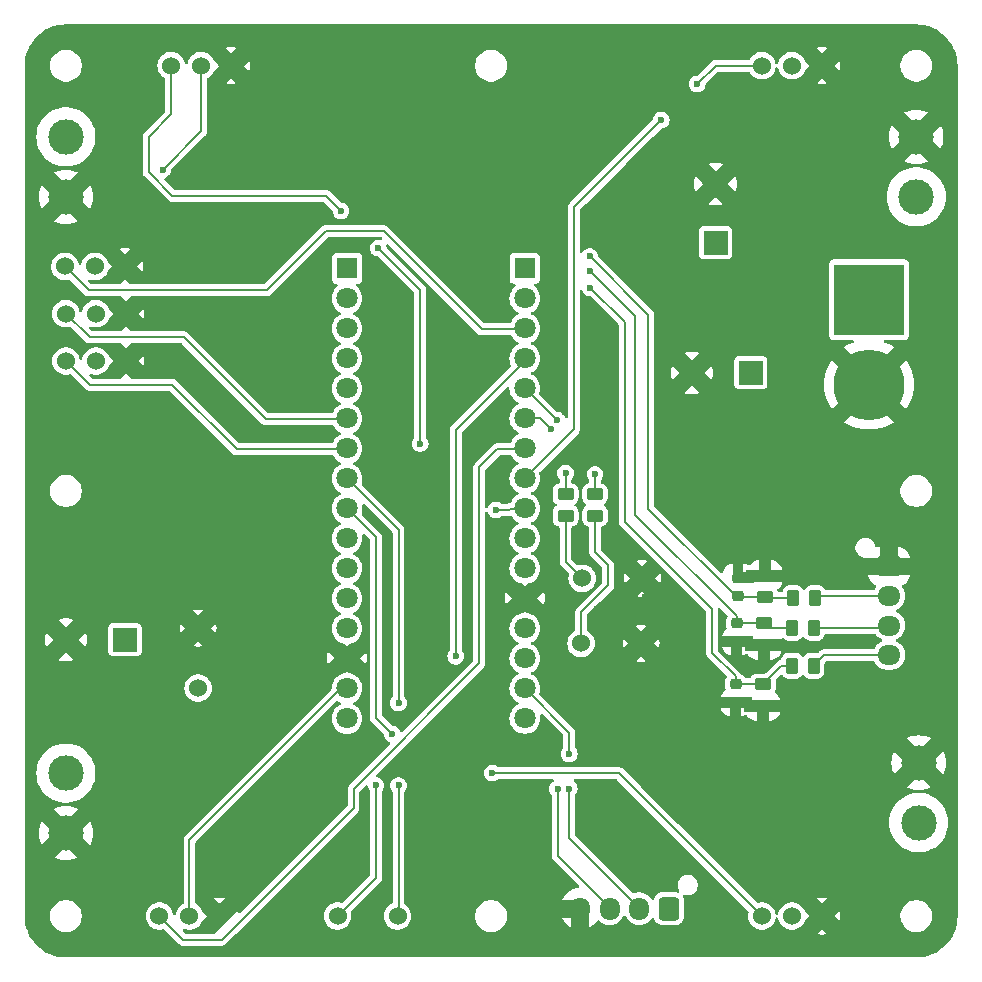
<source format=gbr>
%TF.GenerationSoftware,KiCad,Pcbnew,8.0.8*%
%TF.CreationDate,2025-02-10T09:27:38+01:00*%
%TF.ProjectId,Ares_v1_BaseBoard,41726573-5f76-4315-9f42-617365426f61,rev?*%
%TF.SameCoordinates,Original*%
%TF.FileFunction,Copper,L1,Top*%
%TF.FilePolarity,Positive*%
%FSLAX46Y46*%
G04 Gerber Fmt 4.6, Leading zero omitted, Abs format (unit mm)*
G04 Created by KiCad (PCBNEW 8.0.8) date 2025-02-10 09:27:38*
%MOMM*%
%LPD*%
G01*
G04 APERTURE LIST*
G04 Aperture macros list*
%AMRoundRect*
0 Rectangle with rounded corners*
0 $1 Rounding radius*
0 $2 $3 $4 $5 $6 $7 $8 $9 X,Y pos of 4 corners*
0 Add a 4 corners polygon primitive as box body*
4,1,4,$2,$3,$4,$5,$6,$7,$8,$9,$2,$3,0*
0 Add four circle primitives for the rounded corners*
1,1,$1+$1,$2,$3*
1,1,$1+$1,$4,$5*
1,1,$1+$1,$6,$7*
1,1,$1+$1,$8,$9*
0 Add four rect primitives between the rounded corners*
20,1,$1+$1,$2,$3,$4,$5,0*
20,1,$1+$1,$4,$5,$6,$7,0*
20,1,$1+$1,$6,$7,$8,$9,0*
20,1,$1+$1,$8,$9,$2,$3,0*%
G04 Aperture macros list end*
%TA.AperFunction,ComponentPad*%
%ADD10C,1.524000*%
%TD*%
%TA.AperFunction,ComponentPad*%
%ADD11RoundRect,0.250000X0.600000X0.725000X-0.600000X0.725000X-0.600000X-0.725000X0.600000X-0.725000X0*%
%TD*%
%TA.AperFunction,ComponentPad*%
%ADD12O,1.700000X1.950000*%
%TD*%
%TA.AperFunction,ComponentPad*%
%ADD13C,3.000000*%
%TD*%
%TA.AperFunction,ComponentPad*%
%ADD14C,1.800000*%
%TD*%
%TA.AperFunction,ComponentPad*%
%ADD15R,1.800000X1.800000*%
%TD*%
%TA.AperFunction,SMDPad,CuDef*%
%ADD16RoundRect,0.250000X-0.450000X0.262500X-0.450000X-0.262500X0.450000X-0.262500X0.450000X0.262500X0*%
%TD*%
%TA.AperFunction,SMDPad,CuDef*%
%ADD17RoundRect,0.250000X0.262500X0.450000X-0.262500X0.450000X-0.262500X-0.450000X0.262500X-0.450000X0*%
%TD*%
%TA.AperFunction,ComponentPad*%
%ADD18R,2.000000X2.000000*%
%TD*%
%TA.AperFunction,ComponentPad*%
%ADD19C,2.000000*%
%TD*%
%TA.AperFunction,SMDPad,CuDef*%
%ADD20RoundRect,0.225000X-0.250000X0.225000X-0.250000X-0.225000X0.250000X-0.225000X0.250000X0.225000X0*%
%TD*%
%TA.AperFunction,ComponentPad*%
%ADD21C,6.000000*%
%TD*%
%TA.AperFunction,ComponentPad*%
%ADD22R,6.000000X6.000000*%
%TD*%
%TA.AperFunction,ComponentPad*%
%ADD23RoundRect,0.250000X-0.725000X0.600000X-0.725000X-0.600000X0.725000X-0.600000X0.725000X0.600000X0*%
%TD*%
%TA.AperFunction,ComponentPad*%
%ADD24O,1.950000X1.700000*%
%TD*%
%TA.AperFunction,SMDPad,CuDef*%
%ADD25RoundRect,0.225000X0.250000X-0.225000X0.250000X0.225000X-0.250000X0.225000X-0.250000X-0.225000X0*%
%TD*%
%TA.AperFunction,SMDPad,CuDef*%
%ADD26RoundRect,0.250000X0.450000X-0.262500X0.450000X0.262500X-0.450000X0.262500X-0.450000X-0.262500X0*%
%TD*%
%TA.AperFunction,ViaPad*%
%ADD27C,0.600000*%
%TD*%
%TA.AperFunction,Conductor*%
%ADD28C,0.200000*%
%TD*%
G04 APERTURE END LIST*
D10*
%TO.P,D2,1,K*%
%TO.N,GND*%
X157700000Y-102900000D03*
%TO.P,D2,2,A*%
%TO.N,Net-(D2-A)*%
X152620000Y-102900000D03*
%TD*%
%TO.P,J22,1,Pin_1*%
%TO.N,/D16{slash}PWM*%
X109000000Y-75000000D03*
%TO.P,J22,2,Pin_2*%
%TO.N,+5V*%
X111540000Y-75000000D03*
%TO.P,J22,3,Pin_3*%
%TO.N,GND*%
X114080000Y-75000000D03*
%TD*%
D11*
%TO.P,J2,1,1*%
%TO.N,+5V*%
X160050000Y-125375000D03*
D12*
%TO.P,J2,2,2*%
%TO.N,/UART_TX*%
X157550000Y-125375000D03*
%TO.P,J2,3,3*%
%TO.N,/UART_RX*%
X155050000Y-125375000D03*
%TO.P,J2,4,4*%
%TO.N,GND*%
X152550000Y-125375000D03*
%TD*%
D13*
%TO.P,J14,1,Pin_1*%
%TO.N,+12V*%
X181200000Y-118080000D03*
%TO.P,J14,2,Pin_2*%
%TO.N,GND*%
X181200000Y-113000000D03*
%TD*%
D10*
%TO.P,C2,1*%
%TO.N,+5V*%
X120200000Y-106700000D03*
%TO.P,C2,2*%
%TO.N,GND*%
X120200000Y-101620000D03*
%TD*%
D14*
%TO.P,U1,NC*%
%TO.N,N/C*%
X132800000Y-109260000D03*
X147862200Y-109252800D03*
D15*
%TO.P,U1,30,D12/MISO*%
%TO.N,unconnected-(U1-D12{slash}MISO-Pad30)*%
X147862200Y-71152800D03*
D14*
%TO.P,U1,29,D11/MOSI*%
%TO.N,unconnected-(U1-D11{slash}MOSI-Pad29)*%
X147862200Y-73692800D03*
%TO.P,U1,28,D10/PWM*%
%TO.N,/D10{slash}PWM*%
X147862200Y-76232800D03*
%TO.P,U1,27,D9/PWM*%
%TO.N,/D9{slash}PWM*%
X147862200Y-78772800D03*
%TO.P,U1,26,D8*%
%TO.N,/D8{slash}LED2*%
X147862200Y-81312800D03*
%TO.P,U1,25,D7*%
%TO.N,/D7{slash}LED1*%
X147862200Y-83852800D03*
%TO.P,U1,24,D6/PWM*%
%TO.N,/D6{slash}PWM*%
X147862200Y-86392800D03*
%TO.P,U1,23,D5/PWM*%
%TO.N,/D5{slash}PWM*%
X147862200Y-88932800D03*
%TO.P,U1,22,D4*%
%TO.N,/D4{slash}PWM*%
X147862200Y-91472800D03*
%TO.P,U1,21,D3/PWM*%
%TO.N,/D3{slash}PWM*%
X147862200Y-94012800D03*
%TO.P,U1,20,D2*%
%TO.N,unconnected-(U1-D2-Pad20)*%
X147862200Y-96552800D03*
%TO.P,U1,18,~{RESET}*%
%TO.N,Net-(U1-~{RESET}-Pad13)*%
X132800000Y-101640000D03*
X147862200Y-101632800D03*
%TO.P,U1,17,RX*%
%TO.N,/UART_RX*%
X147862200Y-104172800D03*
%TO.P,U1,16,TX*%
%TO.N,/UART_TX*%
X147862200Y-106712800D03*
%TO.P,U1,15,VIN*%
%TO.N,+5V*%
X132800000Y-106720000D03*
%TO.P,U1,14,GND*%
%TO.N,GND*%
X132800000Y-104180000D03*
X147862200Y-99092800D03*
%TO.P,U1,12,VUSB*%
%TO.N,unconnected-(U1-VUSB-Pad12)*%
X132800000Y-99100000D03*
%TO.P,U1,11,A7*%
%TO.N,/D21{slash}A7*%
X132800000Y-96560000D03*
%TO.P,U1,10,A6*%
%TO.N,/D20{slash}A6*%
X132800000Y-94020000D03*
%TO.P,U1,9,A5/SCL*%
%TO.N,/D19{slash}SCL*%
X132800000Y-91480000D03*
%TO.P,U1,8,A4/SDA*%
%TO.N,/D18{slash}SDA*%
X132800000Y-88940000D03*
%TO.P,U1,7,A3*%
%TO.N,/D17{slash}PWM*%
X132800000Y-86400000D03*
%TO.P,U1,6,A2*%
%TO.N,/D16{slash}PWM*%
X132800000Y-83860000D03*
%TO.P,U1,5,A1*%
%TO.N,/D15{slash}A1*%
X132800000Y-81320000D03*
%TO.P,U1,4,A0/DAC0*%
%TO.N,/D14{slash}A0*%
X132800000Y-78780000D03*
%TO.P,U1,3,AREF*%
%TO.N,unconnected-(U1-AREF-Pad3)*%
X132800000Y-76240000D03*
%TO.P,U1,2,+3V3*%
%TO.N,unconnected-(U1-+3V3-Pad2)*%
X132800000Y-73700000D03*
D15*
%TO.P,U1,1,D13*%
%TO.N,unconnected-(U1-D13-Pad1)*%
X132800000Y-71160000D03*
%TD*%
D16*
%TO.P,R1,1*%
%TO.N,/D7{slash}LED1*%
X151300000Y-90275000D03*
%TO.P,R1,2*%
%TO.N,Net-(D1-A)*%
X151300000Y-92100000D03*
%TD*%
%TO.P,R2,1*%
%TO.N,/D8{slash}LED2*%
X153800000Y-90275000D03*
%TO.P,R2,2*%
%TO.N,Net-(D2-A)*%
X153800000Y-92100000D03*
%TD*%
D13*
%TO.P,J13,1,Pin_1*%
%TO.N,+12V*%
X181000000Y-65100000D03*
%TO.P,J13,2,Pin_2*%
%TO.N,GND*%
X181000000Y-60020000D03*
%TD*%
D17*
%TO.P,R7,1*%
%TO.N,/Lipo_Cell_1*%
X172400000Y-99100000D03*
%TO.P,R7,2*%
%TO.N,/D14{slash}A0*%
X170575000Y-99100000D03*
%TD*%
D18*
%TO.P,C1,1*%
%TO.N,+12V*%
X167000000Y-80000000D03*
D19*
%TO.P,C1,2*%
%TO.N,GND*%
X162000000Y-80000000D03*
%TD*%
D13*
%TO.P,J21,1,Pin_1*%
%TO.N,+12V*%
X109000000Y-113900000D03*
%TO.P,J21,2,Pin_2*%
%TO.N,GND*%
X109000000Y-118980000D03*
%TD*%
D20*
%TO.P,C5,1*%
%TO.N,/D20{slash}A6*%
X165700000Y-106350000D03*
%TO.P,C5,2*%
%TO.N,GND*%
X165700000Y-107900000D03*
%TD*%
%TO.P,C6,1*%
%TO.N,/D15{slash}A1*%
X165800000Y-101200000D03*
%TO.P,C6,2*%
%TO.N,GND*%
X165800000Y-102750000D03*
%TD*%
D10*
%TO.P,D1,1,K*%
%TO.N,GND*%
X157800000Y-97400000D03*
%TO.P,D1,2,A*%
%TO.N,Net-(D1-A)*%
X152720000Y-97400000D03*
%TD*%
%TO.P,J5,1,Pin_1*%
%TO.N,/D5{slash}PWM*%
X167920000Y-54000000D03*
%TO.P,J5,2,Pin_2*%
%TO.N,+5V*%
X170460000Y-54000000D03*
%TO.P,J5,3,Pin_3*%
%TO.N,GND*%
X173000000Y-54000000D03*
%TD*%
D21*
%TO.P,J15,N,NEG*%
%TO.N,GND*%
X177000000Y-81000000D03*
D22*
%TO.P,J15,P,POS*%
%TO.N,+12V*%
X177000000Y-73800000D03*
%TD*%
D13*
%TO.P,J20,1,Pin_1*%
%TO.N,+12V*%
X109000000Y-60020000D03*
%TO.P,J20,2,Pin_2*%
%TO.N,GND*%
X109000000Y-65100000D03*
%TD*%
D17*
%TO.P,R3,1*%
%TO.N,/Lipo_Cell_1_2_3*%
X172300000Y-104800000D03*
%TO.P,R3,2*%
%TO.N,/D20{slash}A6*%
X170475000Y-104800000D03*
%TD*%
D18*
%TO.P,C4,1*%
%TO.N,+12V*%
X164000000Y-69000000D03*
D19*
%TO.P,C4,2*%
%TO.N,GND*%
X164000000Y-64000000D03*
%TD*%
D10*
%TO.P,J12,1,Pin_1*%
%TO.N,/D6{slash}PWM*%
X116920000Y-126000000D03*
%TO.P,J12,2,Pin_2*%
%TO.N,+5V*%
X119460000Y-126000000D03*
%TO.P,J12,3,Pin_3*%
%TO.N,GND*%
X122000000Y-126000000D03*
%TD*%
%TO.P,J3,1,Pin_1*%
%TO.N,/D10{slash}PWM*%
X108920000Y-71000000D03*
%TO.P,J3,2,Pin_2*%
%TO.N,+5V*%
X111460000Y-71000000D03*
%TO.P,J3,3,Pin_3*%
%TO.N,GND*%
X114000000Y-71000000D03*
%TD*%
D23*
%TO.P,J1,1,1*%
%TO.N,GND*%
X178700000Y-96400000D03*
D24*
%TO.P,J1,2,2*%
%TO.N,/Lipo_Cell_1*%
X178700000Y-98900000D03*
%TO.P,J1,3,3*%
%TO.N,/Lipo_Cell_1_2*%
X178700000Y-101400000D03*
%TO.P,J1,4,4*%
%TO.N,/Lipo_Cell_1_2_3*%
X178700000Y-103900000D03*
%TD*%
D16*
%TO.P,R4,1*%
%TO.N,/D20{slash}A6*%
X168000000Y-106375000D03*
%TO.P,R4,2*%
%TO.N,GND*%
X168000000Y-108200000D03*
%TD*%
D10*
%TO.P,J23,1,Pin_1*%
%TO.N,/D17{slash}PWM*%
X109000000Y-79000000D03*
%TO.P,J23,2,Pin_2*%
%TO.N,+5V*%
X111540000Y-79000000D03*
%TO.P,J23,3,Pin_3*%
%TO.N,GND*%
X114080000Y-79000000D03*
%TD*%
%TO.P,J10,1,Pin_1*%
%TO.N,/D9{slash}PWM*%
X167920000Y-126000000D03*
%TO.P,J10,2,Pin_2*%
%TO.N,+5V*%
X170460000Y-126000000D03*
%TO.P,J10,3,Pin_3*%
%TO.N,GND*%
X173000000Y-126000000D03*
%TD*%
%TO.P,J27,1,Pin_1*%
%TO.N,/D18{slash}SDA*%
X132000000Y-126000000D03*
%TO.P,J27,2,Pin_2*%
%TO.N,/D19{slash}SCL*%
X137080000Y-126000000D03*
%TD*%
D25*
%TO.P,C7,1*%
%TO.N,/D14{slash}A0*%
X165900000Y-98900000D03*
%TO.P,C7,2*%
%TO.N,GND*%
X165900000Y-97350000D03*
%TD*%
D26*
%TO.P,R8,1*%
%TO.N,/D14{slash}A0*%
X168200000Y-99012500D03*
%TO.P,R8,2*%
%TO.N,GND*%
X168200000Y-97187500D03*
%TD*%
D10*
%TO.P,J4,1,Pin_1*%
%TO.N,/D4{slash}PWM*%
X117920000Y-54000000D03*
%TO.P,J4,2,Pin_2*%
%TO.N,+5V*%
X120460000Y-54000000D03*
%TO.P,J4,3,Pin_3*%
%TO.N,GND*%
X123000000Y-54000000D03*
%TD*%
D16*
%TO.P,R6,1*%
%TO.N,/D15{slash}A1*%
X168100000Y-101200000D03*
%TO.P,R6,2*%
%TO.N,GND*%
X168100000Y-103025000D03*
%TD*%
D18*
%TO.P,C3,1*%
%TO.N,+5V*%
X114000000Y-102600000D03*
D19*
%TO.P,C3,2*%
%TO.N,GND*%
X109000000Y-102600000D03*
%TD*%
D17*
%TO.P,R5,1*%
%TO.N,/Lipo_Cell_1_2*%
X172325000Y-101600000D03*
%TO.P,R5,2*%
%TO.N,/D15{slash}A1*%
X170500000Y-101600000D03*
%TD*%
D27*
%TO.N,GND*%
X160147000Y-107061000D03*
X162814000Y-104521000D03*
X164592000Y-109982000D03*
X106172000Y-118999000D03*
X106807000Y-116840000D03*
X106426000Y-120777000D03*
X111506000Y-117094000D03*
X111125000Y-120777000D03*
X109728000Y-122047000D03*
X108585000Y-68580000D03*
X107061000Y-62738000D03*
X106680000Y-66929000D03*
X178435000Y-62230000D03*
X183261000Y-61976000D03*
X183388000Y-115189000D03*
X178943000Y-114935000D03*
X183134000Y-110998000D03*
X181102000Y-109855000D03*
X178689000Y-110998000D03*
X122428000Y-100076000D03*
X118491000Y-103251000D03*
X118618000Y-99568000D03*
%TO.N,/UART_TX*%
X151625000Y-115200000D03*
X151625000Y-112275000D03*
%TO.N,GND*%
X145500000Y-63000000D03*
X111379000Y-97917000D03*
X132334000Y-115316000D03*
X119380000Y-128905000D03*
X169000000Y-58500000D03*
X137795000Y-73787000D03*
X110363000Y-108712000D03*
X172339000Y-128397000D03*
X157500000Y-63500000D03*
X181864000Y-77851000D03*
X127000000Y-74000000D03*
X168000000Y-118000000D03*
X174000000Y-102800000D03*
X150000000Y-54000000D03*
X150749000Y-123317000D03*
X152400000Y-87503000D03*
X123063000Y-56642000D03*
X141000000Y-74500000D03*
X117500000Y-69000000D03*
X113411000Y-82042000D03*
X172000000Y-122000000D03*
X117221000Y-82042000D03*
X153035000Y-68326000D03*
X130175000Y-70485000D03*
X148000000Y-63000000D03*
X145500000Y-98000000D03*
X144145000Y-80899000D03*
X169500000Y-120000000D03*
X107569000Y-110236000D03*
X145500000Y-106500000D03*
X144272000Y-83947000D03*
X138500000Y-104000000D03*
X129500000Y-88000000D03*
X131826000Y-69088000D03*
X176500000Y-54000000D03*
X120777000Y-109220000D03*
X136017000Y-111379000D03*
X174625000Y-86741000D03*
X119000000Y-113500000D03*
X116500000Y-68000000D03*
X151257000Y-64897000D03*
X140500000Y-80000000D03*
X161500000Y-72500000D03*
X141605000Y-66675000D03*
X175300000Y-102800000D03*
X159512000Y-84455000D03*
X178000000Y-122500000D03*
X113157000Y-88392000D03*
X160000000Y-102000000D03*
X138500000Y-101000000D03*
X140843000Y-100076000D03*
X143000000Y-87500000D03*
X146000000Y-122000000D03*
X107000000Y-123000000D03*
X116000000Y-78000000D03*
X137668000Y-75057000D03*
X151384000Y-106045000D03*
X134239000Y-95250000D03*
X125500000Y-69500000D03*
X136144000Y-121539000D03*
X175641000Y-97663000D03*
X141000000Y-77500000D03*
X153035000Y-81534000D03*
X137668000Y-76708000D03*
X167500000Y-59500000D03*
X149606000Y-109982000D03*
X140970000Y-93853000D03*
X171200000Y-103200000D03*
X179500000Y-68000000D03*
X158000000Y-54000000D03*
X130500000Y-82500000D03*
X172700000Y-103100000D03*
X179451000Y-86741000D03*
X137795000Y-87757000D03*
X139573000Y-90297000D03*
X122809000Y-107950000D03*
X121000000Y-69000000D03*
X121793000Y-114935000D03*
X132000000Y-114000000D03*
X145500000Y-90500000D03*
X145034000Y-115570000D03*
X138938000Y-115443000D03*
X107000000Y-74500000D03*
X117729000Y-109728000D03*
X183500000Y-86000000D03*
X144000000Y-79500000D03*
X145000000Y-103000000D03*
X116586000Y-71882000D03*
X121412000Y-82042000D03*
X169418000Y-92202000D03*
X162306000Y-121920000D03*
X152654000Y-127635000D03*
X113500000Y-127500000D03*
X145923000Y-82423000D03*
X137541000Y-78486000D03*
X160147000Y-59436000D03*
X137922000Y-82804000D03*
X170000000Y-122500000D03*
X161036000Y-120904000D03*
X164592000Y-94361000D03*
X116713000Y-94742000D03*
X172500000Y-51500000D03*
X149606000Y-107188000D03*
X139954000Y-73533000D03*
X152781000Y-111506000D03*
X129000000Y-63500000D03*
X125349000Y-53975000D03*
X145288000Y-69977000D03*
X154432000Y-112776000D03*
X136271000Y-90424000D03*
X170434000Y-96901000D03*
X155000000Y-104000000D03*
X172847000Y-97155000D03*
X121285000Y-72009000D03*
X115316000Y-100457000D03*
X155000000Y-58000000D03*
X123952000Y-127762000D03*
X142500000Y-63000000D03*
X116459000Y-70104000D03*
X116000000Y-83500000D03*
X119500000Y-74000000D03*
X110617000Y-92964000D03*
X115500000Y-111000000D03*
X120500000Y-63500000D03*
X136017000Y-93472000D03*
X155194000Y-52451000D03*
X126500000Y-81500000D03*
X153162000Y-74168000D03*
X149987000Y-52578000D03*
X123190000Y-91567000D03*
X163703000Y-84074000D03*
X170688000Y-108077000D03*
X139000000Y-121500000D03*
X137287000Y-80264000D03*
X147375000Y-121300000D03*
X113411000Y-92456000D03*
X158623000Y-100711000D03*
X143129000Y-73787000D03*
X141000000Y-126000000D03*
X134620000Y-66929000D03*
X169672000Y-84582000D03*
X143500000Y-78000000D03*
X183000000Y-77000000D03*
X176900000Y-113400000D03*
X124500000Y-108500000D03*
X150500000Y-77500000D03*
X107000000Y-82500000D03*
X136271000Y-100711000D03*
X175006000Y-112395000D03*
X141097000Y-96393000D03*
X140000000Y-106000000D03*
X131000000Y-55000000D03*
X152781000Y-95758000D03*
X113000000Y-52000000D03*
X151765000Y-107188000D03*
X158496000Y-118364000D03*
X136144000Y-107442000D03*
X149500000Y-121500000D03*
X121920000Y-86868000D03*
X160147000Y-98552000D03*
X123500000Y-123000000D03*
X109500000Y-68000000D03*
X165000000Y-115000000D03*
X140000000Y-66500000D03*
X143129000Y-110363000D03*
X181229000Y-86106000D03*
X123698000Y-105410000D03*
X143002000Y-92837000D03*
X131699000Y-52578000D03*
X163957000Y-82169000D03*
X171000000Y-61000000D03*
X139500000Y-123000000D03*
X136144000Y-88265000D03*
X180848000Y-93853000D03*
X170053000Y-95377000D03*
X153035000Y-84709000D03*
X164084000Y-85725000D03*
X162306000Y-57531000D03*
X165500000Y-112000000D03*
X122047000Y-105537000D03*
X124500000Y-74500000D03*
X136271000Y-102997000D03*
X181483000Y-102870000D03*
X162000000Y-58500000D03*
X126500000Y-76500000D03*
X140335000Y-70866000D03*
X136144000Y-85725000D03*
X123444000Y-84201000D03*
X139954000Y-110363000D03*
X174244000Y-97536000D03*
X183500000Y-60000000D03*
X125500000Y-96000000D03*
X122428000Y-82931000D03*
X134112000Y-105537000D03*
X133350000Y-69088000D03*
X155067000Y-76200000D03*
X121285000Y-128905000D03*
X155067000Y-79756000D03*
X110490000Y-87376000D03*
X106000000Y-64000000D03*
X124500000Y-101500000D03*
X141351000Y-83820000D03*
X144000000Y-86000000D03*
X156845000Y-95123000D03*
X124460000Y-87757000D03*
X151000000Y-103000000D03*
X145300000Y-93600000D03*
X119507000Y-115189000D03*
X163449000Y-94615000D03*
X115500000Y-55000000D03*
X118491000Y-83439000D03*
X131318000Y-120650000D03*
X134239000Y-100457000D03*
X127508000Y-69977000D03*
X127000000Y-55000000D03*
X150495000Y-97282000D03*
X125603000Y-72009000D03*
X145000000Y-100000000D03*
X139000000Y-96000000D03*
X125603000Y-105537000D03*
X142000000Y-81500000D03*
X134500000Y-54500000D03*
X149479000Y-120523000D03*
X129286000Y-107950000D03*
X164084000Y-120269000D03*
X150622000Y-105283000D03*
X150368000Y-127508000D03*
X171577000Y-123571000D03*
X109000000Y-86500000D03*
X115000000Y-52500000D03*
X119507000Y-110744000D03*
X115062000Y-82169000D03*
X156464000Y-122428000D03*
X171500000Y-69500000D03*
X113500000Y-119000000D03*
X121920000Y-98044000D03*
X144780000Y-111252000D03*
X163576000Y-93218000D03*
X169800000Y-103200000D03*
X148082000Y-66802000D03*
X110871000Y-82169000D03*
X109093000Y-99314000D03*
X180000000Y-121500000D03*
X129500000Y-66500000D03*
X175000000Y-123500000D03*
X106807000Y-107442000D03*
X126746000Y-92710000D03*
X181483000Y-99441000D03*
X152654000Y-110236000D03*
X127500000Y-79500000D03*
X130000000Y-115000000D03*
X114554000Y-64008000D03*
X147500000Y-113000000D03*
X113157000Y-91059000D03*
X137000000Y-55000000D03*
X149098000Y-115189000D03*
X117475000Y-79756000D03*
X124333000Y-71882000D03*
X138430000Y-112014000D03*
X181229000Y-95123000D03*
X136144000Y-83820000D03*
X126111000Y-125984000D03*
X114000000Y-54500000D03*
X125000000Y-63500000D03*
X142875000Y-82296000D03*
X124500000Y-78500000D03*
X130500000Y-85500000D03*
X135001000Y-52451000D03*
X140208000Y-113538000D03*
X140000000Y-102000000D03*
X172212000Y-109728000D03*
X134239000Y-112649000D03*
X137795000Y-84709000D03*
X175500000Y-52000000D03*
X134239000Y-102997000D03*
X129500000Y-105500000D03*
X125095000Y-111760000D03*
X157226000Y-117221000D03*
X143000000Y-101000000D03*
X152527000Y-88900000D03*
X120396000Y-85471000D03*
X164211000Y-88392000D03*
X126500000Y-95000000D03*
X158496000Y-57150000D03*
X111000000Y-63000000D03*
X126238000Y-52451000D03*
X174500000Y-56000000D03*
X140716000Y-85725000D03*
X164338000Y-95885000D03*
X129500000Y-97500000D03*
X145415000Y-112522000D03*
X162560000Y-118999000D03*
X163957000Y-52832000D03*
X174117000Y-105029000D03*
X117475000Y-88646000D03*
X143256000Y-85217000D03*
X158750000Y-61087000D03*
X139500000Y-98000000D03*
X161036000Y-92456000D03*
X122000000Y-77000000D03*
X164500000Y-55500000D03*
X164600000Y-100900000D03*
X134112000Y-121666000D03*
X141478000Y-69977000D03*
X174500000Y-61000000D03*
X134366000Y-108077000D03*
X127381000Y-109474000D03*
X142621000Y-76327000D03*
X149987000Y-104394000D03*
X164592000Y-92456000D03*
X135763000Y-124333000D03*
X143764000Y-114681000D03*
X149479000Y-112776000D03*
X159766000Y-87630000D03*
X138303000Y-120523000D03*
X174500000Y-68000000D03*
X111500000Y-122000000D03*
X170815000Y-106680000D03*
X160909000Y-52578000D03*
X151765000Y-108966000D03*
X108204000Y-105283000D03*
X125000000Y-55000000D03*
X156900000Y-109900000D03*
X126500000Y-100000000D03*
X142240000Y-115570000D03*
X140716000Y-111379000D03*
X159766000Y-119888000D03*
X157500000Y-59000000D03*
X156337000Y-100711000D03*
X128270000Y-120523000D03*
X124333000Y-94361000D03*
X164084000Y-87122000D03*
X127000000Y-66500000D03*
X163576000Y-123317000D03*
X175768000Y-105156000D03*
X133477000Y-122936000D03*
X169672000Y-90424000D03*
X127889000Y-105410000D03*
X120500000Y-81000000D03*
X123500000Y-112000000D03*
X129667000Y-92329000D03*
X145000000Y-72500000D03*
X160528000Y-55753000D03*
X118872000Y-107823000D03*
X178000000Y-56500000D03*
X171500000Y-84000000D03*
X125222000Y-85217000D03*
X154305000Y-120396000D03*
X136144000Y-99314000D03*
X161798000Y-99695000D03*
X143000000Y-89500000D03*
X124500000Y-98500000D03*
X173736000Y-111125000D03*
X127500000Y-98000000D03*
X139500000Y-54500000D03*
X127000000Y-115000000D03*
X115500000Y-80000000D03*
X162306000Y-93345000D03*
X152908000Y-112776000D03*
X129500000Y-53500000D03*
X150241000Y-93599000D03*
X115316000Y-98933000D03*
X127000000Y-102500000D03*
X153035000Y-77343000D03*
X138430000Y-88900000D03*
X166497000Y-122682000D03*
X133500000Y-121000000D03*
X118000000Y-52000000D03*
X167000000Y-55500000D03*
X127500000Y-104500000D03*
X116078000Y-75692000D03*
X113030000Y-65151000D03*
X121000000Y-114000000D03*
X113411000Y-68707000D03*
X150876000Y-66675000D03*
X129000000Y-90500000D03*
X116840000Y-107442000D03*
X117348000Y-128143000D03*
X112649000Y-100203000D03*
X136144000Y-81407000D03*
X155500000Y-59500000D03*
X183500000Y-63000000D03*
X113284000Y-94361000D03*
X119380000Y-92456000D03*
X112000000Y-55000000D03*
X106426000Y-101346000D03*
X137795000Y-68199000D03*
X162000000Y-113500000D03*
X155300000Y-108400000D03*
X180086000Y-106045000D03*
X119253000Y-71882000D03*
X153500000Y-58500000D03*
X139319000Y-107823000D03*
X143000000Y-96500000D03*
X109093000Y-77216000D03*
X155194000Y-92964000D03*
X143000000Y-94500000D03*
X145288000Y-108839000D03*
X176600000Y-102700000D03*
X107000000Y-78000000D03*
X177546000Y-87503000D03*
X177419000Y-105664000D03*
X152781000Y-114935000D03*
X154813000Y-87376000D03*
X169799000Y-88392000D03*
X129286000Y-71501000D03*
X157000000Y-108000000D03*
X140970000Y-109220000D03*
X121666000Y-56642000D03*
X161544000Y-117729000D03*
X160147000Y-116586000D03*
X138176000Y-124460000D03*
X171000000Y-81500000D03*
X140081000Y-52451000D03*
X183500000Y-69500000D03*
X173482000Y-85725000D03*
X165481000Y-125476000D03*
X150368000Y-95377000D03*
X168500000Y-62000000D03*
X147000000Y-115000000D03*
X160000000Y-61500000D03*
X175768000Y-125984000D03*
X163500000Y-111500000D03*
X142000000Y-122000000D03*
X148000000Y-123000000D03*
X151000000Y-99000000D03*
X117500000Y-112500000D03*
X117983000Y-114046000D03*
X121000000Y-112000000D03*
X124968000Y-123571000D03*
X115570000Y-69342000D03*
X110998000Y-84582000D03*
X118491000Y-63881000D03*
X123698000Y-113538000D03*
X113157000Y-109728000D03*
X161000000Y-105000000D03*
X127127000Y-85344000D03*
X119500000Y-67000000D03*
X109220000Y-81280000D03*
X138176000Y-113665000D03*
X113538000Y-95885000D03*
X124000000Y-69500000D03*
X145500000Y-84000000D03*
X112649000Y-98933000D03*
X145500000Y-78000000D03*
X131000000Y-63500000D03*
X153162000Y-66802000D03*
X130000000Y-80000000D03*
X129667000Y-122301000D03*
X140208000Y-87376000D03*
X162052000Y-53340000D03*
X150500000Y-55500000D03*
X130000000Y-73000000D03*
X159385000Y-90551000D03*
X183500000Y-58500000D03*
X126619000Y-121793000D03*
X126365000Y-110871000D03*
X122000000Y-110500000D03*
X116000000Y-74000000D03*
X113284000Y-83312000D03*
X108000000Y-121500000D03*
X140000000Y-93500000D03*
X158500000Y-62500000D03*
X121031000Y-89662000D03*
X129000000Y-95000000D03*
X166000000Y-60500000D03*
X136144000Y-106045000D03*
X143000000Y-98500000D03*
X153700000Y-107000000D03*
X143002000Y-108331000D03*
X142000000Y-54500000D03*
X144272000Y-66929000D03*
X143000000Y-103500000D03*
X140843000Y-91567000D03*
X164600000Y-102700000D03*
X136144000Y-113792000D03*
X133096000Y-113919000D03*
X136144000Y-97663000D03*
X114808000Y-105156000D03*
X154500000Y-59500000D03*
X139000000Y-63000000D03*
X171450000Y-97028000D03*
X113030000Y-85979000D03*
X178500000Y-52000000D03*
X165100000Y-121539000D03*
X111500000Y-66000000D03*
X181102000Y-101346000D03*
X181356000Y-105029000D03*
X177000000Y-125000000D03*
X131500000Y-123500000D03*
X128016000Y-124206000D03*
X145500000Y-89000000D03*
X137033000Y-109347000D03*
X128397000Y-85344000D03*
X121920000Y-74295000D03*
X136144000Y-120523000D03*
X106426000Y-104013000D03*
X115000000Y-68000000D03*
X165000000Y-59500000D03*
X113000000Y-124000000D03*
X165500000Y-55500000D03*
X144780000Y-75184000D03*
X154940000Y-61214000D03*
X177000000Y-127000000D03*
X123000000Y-67000000D03*
X126873000Y-107950000D03*
X126873000Y-87630000D03*
X158000000Y-99000000D03*
X150500000Y-75000000D03*
X155956000Y-94361000D03*
X158500000Y-104500000D03*
X150000000Y-66500000D03*
X137922000Y-109474000D03*
X179500000Y-58000000D03*
X154000000Y-100000000D03*
X138176000Y-122555000D03*
X152654000Y-93472000D03*
X160500000Y-54500000D03*
X134112000Y-97917000D03*
X114681000Y-97409000D03*
X178000000Y-59000000D03*
X140081000Y-76073000D03*
X107000000Y-86000000D03*
X114173000Y-104521000D03*
X162900000Y-115800000D03*
X178435000Y-93218000D03*
X118745000Y-96520000D03*
X182245000Y-83820000D03*
X110617000Y-94996000D03*
X154000000Y-55000000D03*
X129000000Y-112000000D03*
X121285000Y-94869000D03*
X129500000Y-101000000D03*
X167894000Y-123952000D03*
X155829000Y-101600000D03*
X165989000Y-52705000D03*
X143500000Y-71000000D03*
X140081000Y-84836000D03*
X119253000Y-80518000D03*
X130000000Y-77500000D03*
X115824000Y-106426000D03*
X169545000Y-93472000D03*
X181483000Y-97409000D03*
X183500000Y-81000000D03*
X155321000Y-121285000D03*
X136144000Y-115824000D03*
X165500000Y-58500000D03*
X136144000Y-104648000D03*
X106500000Y-68500000D03*
X169672000Y-106426000D03*
X145500000Y-96000000D03*
X169672000Y-86614000D03*
X136271000Y-94615000D03*
X176500000Y-61500000D03*
X140335000Y-115443000D03*
X132334000Y-123825000D03*
X116586000Y-57023000D03*
X164211000Y-90297000D03*
X150500000Y-72000000D03*
X172085000Y-106553000D03*
X165800000Y-117000000D03*
X150241000Y-125476000D03*
X177500000Y-61000000D03*
X146050000Y-66802000D03*
X114681000Y-62611000D03*
X138303000Y-108458000D03*
X122000000Y-121000000D03*
X168400000Y-115600000D03*
X136271000Y-96139000D03*
X164338000Y-124587000D03*
X182118000Y-80264000D03*
X156000000Y-55000000D03*
X171000000Y-57000000D03*
X129000000Y-75500000D03*
X134239000Y-125603000D03*
X126619000Y-90424000D03*
X154940000Y-82804000D03*
X144272000Y-106045000D03*
X116000000Y-123500000D03*
X150500000Y-80500000D03*
X141859000Y-72263000D03*
X114808000Y-108331000D03*
X110998000Y-111125000D03*
X113030000Y-62992000D03*
X141986000Y-113284000D03*
X143129000Y-106807000D03*
X172200000Y-118400000D03*
X127500000Y-68500000D03*
X152527000Y-94488000D03*
X159004000Y-115443000D03*
%TO.N,+5V*%
X117200000Y-62800000D03*
%TO.N,/D19{slash}SCL*%
X136631765Y-110596765D03*
X137160000Y-114935000D03*
%TO.N,/D18{slash}SDA*%
X135255000Y-114935000D03*
X137160000Y-107950000D03*
%TO.N,/D4{slash}PWM*%
X139000000Y-86000000D03*
X135450000Y-69450000D03*
X132300000Y-66300000D03*
X145400000Y-91600000D03*
%TO.N,/D5{slash}PWM*%
X162450000Y-55550000D03*
X159400000Y-58600000D03*
%TO.N,/UART_RX*%
X150625000Y-115225000D03*
%TO.N,/D9{slash}PWM*%
X142000000Y-104000000D03*
X145100000Y-113900000D03*
%TO.N,/D7{slash}LED1*%
X150100000Y-84800000D03*
X151300000Y-88500000D03*
%TO.N,/D8{slash}LED2*%
X150600000Y-84000000D03*
X153800000Y-88600000D03*
%TO.N,/D20{slash}A6*%
X153400000Y-72800000D03*
%TO.N,/D15{slash}A1*%
X153350000Y-71350000D03*
%TO.N,/D14{slash}A0*%
X153350000Y-70150000D03*
%TD*%
D28*
%TO.N,/UART_TX*%
X151625000Y-119425000D02*
X157550000Y-125350000D01*
X151625000Y-115200000D02*
X151625000Y-119425000D01*
X151625000Y-112275000D02*
X151625000Y-110475600D01*
X151625000Y-110475600D02*
X147862200Y-106712800D01*
X157550000Y-125350000D02*
X157550000Y-125375000D01*
%TO.N,/D16{slash}PWM*%
X109000000Y-75000000D02*
X111000000Y-77000000D01*
X111000000Y-77000000D02*
X119000000Y-77000000D01*
X125927200Y-83927200D02*
X132937800Y-83927200D01*
X119000000Y-77000000D02*
X125927200Y-83927200D01*
%TO.N,+5V*%
X119460000Y-119540000D02*
X132280000Y-106720000D01*
X120460000Y-54000000D02*
X120460000Y-59540000D01*
X111540000Y-78920000D02*
X111620000Y-79000000D01*
X132280000Y-106720000D02*
X132800000Y-106720000D01*
X111460000Y-74920000D02*
X111540000Y-75000000D01*
X117200000Y-62800000D02*
X120460000Y-59540000D01*
X119460000Y-126000000D02*
X119460000Y-119540000D01*
%TO.N,/D17{slash}PWM*%
X109000000Y-79000000D02*
X111000000Y-81000000D01*
X118000000Y-81000000D02*
X123467200Y-86467200D01*
X123467200Y-86467200D02*
X132937800Y-86467200D01*
X111000000Y-81000000D02*
X118000000Y-81000000D01*
%TO.N,/D19{slash}SCL*%
X135255000Y-93935000D02*
X135255000Y-95250000D01*
X135255000Y-109220000D02*
X136631765Y-110596765D01*
X135255000Y-95250000D02*
X135255000Y-109220000D01*
X137160000Y-125920000D02*
X137080000Y-126000000D01*
X132800000Y-91480000D02*
X135255000Y-93935000D01*
X137160000Y-114935000D02*
X137160000Y-125920000D01*
%TO.N,/D18{slash}SDA*%
X135255000Y-122745000D02*
X132000000Y-126000000D01*
X135255000Y-114935000D02*
X135255000Y-122745000D01*
X137160000Y-107950000D02*
X137160000Y-93300000D01*
X137160000Y-93300000D02*
X132800000Y-88940000D01*
%TO.N,/D4{slash}PWM*%
X116000000Y-60000000D02*
X117920000Y-58080000D01*
X132300000Y-66300000D02*
X131000000Y-65000000D01*
X135450000Y-69450000D02*
X139000000Y-73000000D01*
X116000000Y-63000000D02*
X116000000Y-60000000D01*
X146560000Y-91540000D02*
X148000000Y-91540000D01*
X131000000Y-65000000D02*
X118000000Y-65000000D01*
X145400000Y-91600000D02*
X146500000Y-91600000D01*
X139000000Y-73000000D02*
X139000000Y-86000000D01*
X117920000Y-58080000D02*
X117920000Y-54000000D01*
X118000000Y-65000000D02*
X116000000Y-63000000D01*
X146500000Y-91600000D02*
X146560000Y-91540000D01*
%TO.N,/D6{slash}PWM*%
X116920000Y-126000000D02*
X118920000Y-128000000D01*
X133350000Y-115252500D02*
X144000000Y-104602500D01*
X144000000Y-88000000D02*
X145540000Y-86460000D01*
X145540000Y-86460000D02*
X148000000Y-86460000D01*
X118920000Y-128000000D02*
X122190000Y-128000000D01*
X133350000Y-116840000D02*
X133350000Y-115252500D01*
X144000000Y-104602500D02*
X144000000Y-88000000D01*
X122190000Y-128000000D02*
X133350000Y-116840000D01*
%TO.N,/D5{slash}PWM*%
X162450000Y-55550000D02*
X164000000Y-54000000D01*
X164000000Y-54000000D02*
X167920000Y-54000000D01*
X152000000Y-66000000D02*
X152000000Y-84795000D01*
X152000000Y-84795000D02*
X147862200Y-88932800D01*
X159400000Y-58600000D02*
X152000000Y-66000000D01*
%TO.N,/D10{slash}PWM*%
X126000000Y-73000000D02*
X131000000Y-68000000D01*
X144200000Y-76300000D02*
X148000000Y-76300000D01*
X110920000Y-73000000D02*
X126000000Y-73000000D01*
X108920000Y-71000000D02*
X110920000Y-73000000D01*
X131000000Y-68000000D02*
X135900000Y-68000000D01*
X135900000Y-68000000D02*
X144200000Y-76300000D01*
%TO.N,/UART_RX*%
X155050000Y-125300000D02*
X155050000Y-125375000D01*
X150625000Y-120875000D02*
X155050000Y-125300000D01*
X150625000Y-115225000D02*
X150625000Y-120875000D01*
%TO.N,/D9{slash}PWM*%
X145100000Y-113900000D02*
X155825000Y-113900000D01*
X142000000Y-84840000D02*
X148000000Y-78840000D01*
X155825000Y-113900000D02*
X167920000Y-125995000D01*
X167920000Y-125995000D02*
X167920000Y-126000000D01*
X142000000Y-104000000D02*
X142000000Y-84840000D01*
%TO.N,/D7{slash}LED1*%
X149152800Y-83852800D02*
X150100000Y-84800000D01*
X151300000Y-90275000D02*
X151300000Y-88500000D01*
X147862200Y-83852800D02*
X149152800Y-83852800D01*
%TO.N,/D8{slash}LED2*%
X150549400Y-84000000D02*
X150600000Y-84000000D01*
X153800000Y-90275000D02*
X153800000Y-88600000D01*
X147862200Y-81312800D02*
X150549400Y-84000000D01*
%TO.N,/D20{slash}A6*%
X168000000Y-106375000D02*
X167875000Y-106375000D01*
X167850000Y-106350000D02*
X165700000Y-106350000D01*
X170475000Y-104800000D02*
X169575000Y-104800000D01*
X153400000Y-72800000D02*
X156300000Y-75700000D01*
X167875000Y-106375000D02*
X167850000Y-106350000D01*
X165700000Y-105700000D02*
X165700000Y-106350000D01*
X163700000Y-103700000D02*
X165700000Y-105700000D01*
X163700000Y-100000000D02*
X163700000Y-103700000D01*
X156300000Y-92600000D02*
X163700000Y-100000000D01*
X169575000Y-104800000D02*
X168000000Y-106375000D01*
X156300000Y-75700000D02*
X156300000Y-92600000D01*
%TO.N,/D15{slash}A1*%
X170500000Y-101600000D02*
X168500000Y-101600000D01*
X165800000Y-101200000D02*
X168100000Y-101200000D01*
X157200000Y-75200000D02*
X157200000Y-92000000D01*
X168500000Y-101600000D02*
X168100000Y-101200000D01*
X165800000Y-100600000D02*
X165800000Y-101200000D01*
X153350000Y-71350000D02*
X157200000Y-75200000D01*
X157200000Y-92000000D02*
X165800000Y-100600000D01*
%TO.N,/D14{slash}A0*%
X166012500Y-99012500D02*
X165900000Y-98900000D01*
X153350000Y-70150000D02*
X158300000Y-75100000D01*
X158300000Y-91500000D02*
X165700000Y-98900000D01*
X170575000Y-99100000D02*
X168287500Y-99100000D01*
X168287500Y-99100000D02*
X168200000Y-99012500D01*
X165700000Y-98900000D02*
X165900000Y-98900000D01*
X158300000Y-75100000D02*
X158300000Y-91500000D01*
X168200000Y-99012500D02*
X166012500Y-99012500D01*
%TO.N,Net-(D1-A)*%
X151300000Y-92100000D02*
X151300000Y-95980000D01*
X151300000Y-95980000D02*
X152720000Y-97400000D01*
%TO.N,Net-(D2-A)*%
X153800000Y-92100000D02*
X153800000Y-95200000D01*
X154900000Y-98000000D02*
X152620000Y-100280000D01*
X153800000Y-95200000D02*
X154900000Y-96300000D01*
X152620000Y-100280000D02*
X152620000Y-102900000D01*
X154900000Y-96300000D02*
X154900000Y-98000000D01*
%TO.N,/Lipo_Cell_1_2_3*%
X173200000Y-103900000D02*
X172300000Y-104800000D01*
X178700000Y-103900000D02*
X173200000Y-103900000D01*
%TO.N,/Lipo_Cell_1*%
X178700000Y-98900000D02*
X172600000Y-98900000D01*
X172600000Y-98900000D02*
X172400000Y-99100000D01*
%TO.N,/Lipo_Cell_1_2*%
X178500000Y-101600000D02*
X178700000Y-101400000D01*
X172325000Y-101600000D02*
X178500000Y-101600000D01*
%TD*%
%TA.AperFunction,Conductor*%
%TO.N,GND*%
G36*
X164405703Y-99913963D02*
G01*
X164412181Y-99919995D01*
X164994570Y-100502384D01*
X165028055Y-100563707D01*
X165023071Y-100633399D01*
X165013622Y-100653185D01*
X164971381Y-100724611D01*
X164971380Y-100724614D01*
X164927292Y-100876366D01*
X164927290Y-100876379D01*
X164924500Y-100911829D01*
X164924500Y-101488150D01*
X164924501Y-101488175D01*
X164927290Y-101523625D01*
X164948204Y-101595613D01*
X164948003Y-101665483D01*
X164910060Y-101724152D01*
X164907792Y-101726059D01*
X164821710Y-101796705D01*
X164693621Y-101952783D01*
X164693615Y-101952790D01*
X164598442Y-102130846D01*
X164547130Y-102299999D01*
X164547131Y-102300000D01*
X167081000Y-102300000D01*
X167148039Y-102319685D01*
X167193794Y-102372489D01*
X167205000Y-102424000D01*
X167205000Y-102512500D01*
X169571411Y-102512500D01*
X169574625Y-102508166D01*
X169630371Y-102466045D01*
X169700040Y-102460749D01*
X169761512Y-102493960D01*
X169761904Y-102494351D01*
X169835629Y-102568076D01*
X169835633Y-102568079D01*
X169835635Y-102568081D01*
X169977102Y-102651744D01*
X169987958Y-102654898D01*
X170134926Y-102697597D01*
X170134929Y-102697597D01*
X170134931Y-102697598D01*
X170171806Y-102700500D01*
X170171814Y-102700500D01*
X170828186Y-102700500D01*
X170828194Y-102700500D01*
X170865069Y-102697598D01*
X170865071Y-102697597D01*
X170865073Y-102697597D01*
X170923369Y-102680660D01*
X171022898Y-102651744D01*
X171164365Y-102568081D01*
X171280581Y-102451865D01*
X171305768Y-102409276D01*
X171356837Y-102361593D01*
X171425578Y-102349089D01*
X171490168Y-102375734D01*
X171519232Y-102409276D01*
X171544417Y-102451862D01*
X171544423Y-102451870D01*
X171660629Y-102568076D01*
X171660633Y-102568079D01*
X171660635Y-102568081D01*
X171802102Y-102651744D01*
X171812958Y-102654898D01*
X171959926Y-102697597D01*
X171959929Y-102697597D01*
X171959931Y-102697598D01*
X171996806Y-102700500D01*
X171996814Y-102700500D01*
X172653186Y-102700500D01*
X172653194Y-102700500D01*
X172690069Y-102697598D01*
X172690071Y-102697597D01*
X172690073Y-102697597D01*
X172748369Y-102680660D01*
X172847898Y-102651744D01*
X172989365Y-102568081D01*
X173105581Y-102451865D01*
X173189244Y-102310398D01*
X173224251Y-102189905D01*
X173261857Y-102131019D01*
X173325329Y-102101813D01*
X173343327Y-102100500D01*
X177475059Y-102100500D01*
X177542098Y-102120185D01*
X177575375Y-102151612D01*
X177621172Y-102214646D01*
X177760354Y-102353828D01*
X177919595Y-102469524D01*
X177936737Y-102478258D01*
X178056960Y-102539515D01*
X178107756Y-102587490D01*
X178124551Y-102655311D01*
X178102014Y-102721446D01*
X178056960Y-102760485D01*
X177919594Y-102830476D01*
X177866534Y-102869027D01*
X177760354Y-102946172D01*
X177760352Y-102946174D01*
X177760351Y-102946174D01*
X177621174Y-103085351D01*
X177621174Y-103085352D01*
X177621172Y-103085354D01*
X177587249Y-103132045D01*
X177505476Y-103244594D01*
X177461045Y-103331795D01*
X177413070Y-103382591D01*
X177350560Y-103399500D01*
X173134107Y-103399500D01*
X173006812Y-103433608D01*
X172892686Y-103499500D01*
X172892683Y-103499502D01*
X172844977Y-103547209D01*
X172799500Y-103592686D01*
X172799498Y-103592688D01*
X172761988Y-103630198D01*
X172728402Y-103663784D01*
X172667078Y-103697268D01*
X172630999Y-103699720D01*
X172628216Y-103699501D01*
X172628199Y-103699500D01*
X172628194Y-103699500D01*
X171971806Y-103699500D01*
X171971798Y-103699500D01*
X171934932Y-103702401D01*
X171934926Y-103702402D01*
X171777106Y-103748254D01*
X171777103Y-103748255D01*
X171635637Y-103831917D01*
X171635629Y-103831923D01*
X171519423Y-103948129D01*
X171519419Y-103948135D01*
X171494232Y-103990724D01*
X171443162Y-104038407D01*
X171374421Y-104050910D01*
X171309831Y-104024264D01*
X171280768Y-103990724D01*
X171262988Y-103960660D01*
X171255581Y-103948135D01*
X171255578Y-103948132D01*
X171255576Y-103948129D01*
X171139370Y-103831923D01*
X171139362Y-103831917D01*
X170997896Y-103748255D01*
X170997893Y-103748254D01*
X170840073Y-103702402D01*
X170840067Y-103702401D01*
X170803201Y-103699500D01*
X170803194Y-103699500D01*
X170146806Y-103699500D01*
X170146798Y-103699500D01*
X170109932Y-103702401D01*
X170109926Y-103702402D01*
X169952106Y-103748254D01*
X169952103Y-103748255D01*
X169810637Y-103831917D01*
X169810629Y-103831923D01*
X169694423Y-103948129D01*
X169694417Y-103948137D01*
X169610755Y-104089603D01*
X169610753Y-104089606D01*
X169572700Y-104220587D01*
X169535094Y-104279473D01*
X169485718Y-104305767D01*
X169403005Y-104327930D01*
X169403004Y-104327929D01*
X169381818Y-104333606D01*
X169381811Y-104333609D01*
X169267689Y-104399498D01*
X169267683Y-104399502D01*
X168241505Y-105425681D01*
X168180182Y-105459166D01*
X168153824Y-105462000D01*
X167484298Y-105462000D01*
X167447432Y-105464901D01*
X167447426Y-105464902D01*
X167289606Y-105510754D01*
X167289603Y-105510755D01*
X167148137Y-105594417D01*
X167148129Y-105594423D01*
X167031923Y-105710629D01*
X167031916Y-105710638D01*
X166985798Y-105788621D01*
X166934729Y-105836305D01*
X166879066Y-105849500D01*
X166584496Y-105849500D01*
X166517457Y-105829815D01*
X166477764Y-105788621D01*
X166465763Y-105768329D01*
X166448170Y-105738580D01*
X166448168Y-105738578D01*
X166448165Y-105738574D01*
X166336425Y-105626834D01*
X166336416Y-105626827D01*
X166211454Y-105552925D01*
X166167188Y-105508193D01*
X166154410Y-105486061D01*
X166100500Y-105392686D01*
X164236819Y-103529005D01*
X164203334Y-103467682D01*
X164200500Y-103441324D01*
X164200500Y-103200000D01*
X164547130Y-103200000D01*
X164598442Y-103369153D01*
X164693615Y-103547209D01*
X164693620Y-103547215D01*
X164821707Y-103703292D01*
X164977784Y-103831379D01*
X164977790Y-103831384D01*
X165155845Y-103926556D01*
X165349066Y-103985169D01*
X165350000Y-103985261D01*
X166250000Y-103985261D01*
X166250933Y-103985169D01*
X166444152Y-103926557D01*
X166613181Y-103836207D01*
X166681583Y-103821965D01*
X166746827Y-103846964D01*
X166768093Y-103869597D01*
X166768867Y-103868963D01*
X166903944Y-104033555D01*
X167063826Y-104164767D01*
X167063833Y-104164771D01*
X167246233Y-104262266D01*
X167444165Y-104322308D01*
X167587500Y-104336424D01*
X167587500Y-104336423D01*
X168612500Y-104336423D01*
X168755834Y-104322308D01*
X168953766Y-104262266D01*
X169136166Y-104164771D01*
X169136173Y-104164767D01*
X169296055Y-104033555D01*
X169427267Y-103873673D01*
X169427271Y-103873666D01*
X169524766Y-103691266D01*
X169571410Y-103537500D01*
X168612500Y-103537500D01*
X168612500Y-104336423D01*
X167587500Y-104336423D01*
X167587500Y-103537500D01*
X166594000Y-103537500D01*
X166526961Y-103517815D01*
X166481206Y-103465011D01*
X166470000Y-103413500D01*
X166470000Y-103200000D01*
X166250000Y-103200000D01*
X166250000Y-103985261D01*
X165350000Y-103985261D01*
X165350000Y-103200000D01*
X164547130Y-103200000D01*
X164200500Y-103200000D01*
X164200500Y-100007676D01*
X164220185Y-99940637D01*
X164272989Y-99894882D01*
X164342147Y-99884938D01*
X164405703Y-99913963D01*
G37*
%TD.AperFunction*%
%TA.AperFunction,Conductor*%
G36*
X146680023Y-86980185D02*
G01*
X146725365Y-87032095D01*
X146728724Y-87039297D01*
X146731632Y-87045534D01*
X146862154Y-87231941D01*
X147023058Y-87392845D01*
X147023061Y-87392847D01*
X147209466Y-87523368D01*
X147224911Y-87530570D01*
X147267475Y-87550418D01*
X147319914Y-87596591D01*
X147339066Y-87663784D01*
X147318850Y-87730665D01*
X147267475Y-87775182D01*
X147209467Y-87802231D01*
X147209465Y-87802232D01*
X147023058Y-87932754D01*
X146862154Y-88093658D01*
X146731632Y-88280065D01*
X146731631Y-88280067D01*
X146635461Y-88486302D01*
X146635458Y-88486311D01*
X146576566Y-88706102D01*
X146576564Y-88706113D01*
X146556732Y-88932798D01*
X146556732Y-88932801D01*
X146576564Y-89159486D01*
X146576566Y-89159497D01*
X146635458Y-89379288D01*
X146635461Y-89379297D01*
X146731631Y-89585532D01*
X146731632Y-89585534D01*
X146862154Y-89771941D01*
X147023058Y-89932845D01*
X147023061Y-89932847D01*
X147209466Y-90063368D01*
X147267475Y-90090418D01*
X147319914Y-90136591D01*
X147339066Y-90203784D01*
X147318850Y-90270665D01*
X147267475Y-90315181D01*
X147252034Y-90322382D01*
X147209467Y-90342231D01*
X147209465Y-90342232D01*
X147023058Y-90472754D01*
X146862154Y-90633658D01*
X146731632Y-90820065D01*
X146731631Y-90820067D01*
X146662693Y-90967905D01*
X146616520Y-91020344D01*
X146550311Y-91039500D01*
X146494108Y-91039500D01*
X146366811Y-91073608D01*
X146350744Y-91082886D01*
X146288742Y-91099500D01*
X145938445Y-91099500D01*
X145871406Y-91079815D01*
X145856218Y-91068316D01*
X145800852Y-91019266D01*
X145800850Y-91019265D01*
X145800849Y-91019264D01*
X145650226Y-90940210D01*
X145485056Y-90899500D01*
X145314944Y-90899500D01*
X145149773Y-90940210D01*
X144999150Y-91019263D01*
X144871816Y-91132072D01*
X144775182Y-91272068D01*
X144775182Y-91272069D01*
X144740442Y-91363673D01*
X144698264Y-91419376D01*
X144632667Y-91443433D01*
X144564476Y-91428206D01*
X144515343Y-91378530D01*
X144500500Y-91319702D01*
X144500500Y-88258676D01*
X144520185Y-88191637D01*
X144536819Y-88170995D01*
X145710995Y-86996819D01*
X145772318Y-86963334D01*
X145798676Y-86960500D01*
X146612984Y-86960500D01*
X146680023Y-86980185D01*
G37*
%TD.AperFunction*%
%TA.AperFunction,Conductor*%
G36*
X181003032Y-50500648D02*
G01*
X181336929Y-50517052D01*
X181349037Y-50518245D01*
X181452146Y-50533539D01*
X181676699Y-50566849D01*
X181688617Y-50569219D01*
X182009951Y-50649709D01*
X182021588Y-50653240D01*
X182092806Y-50678722D01*
X182333467Y-50764832D01*
X182344688Y-50769479D01*
X182644163Y-50911120D01*
X182654871Y-50916844D01*
X182938988Y-51087137D01*
X182949106Y-51093897D01*
X183215170Y-51291224D01*
X183224576Y-51298944D01*
X183470013Y-51521395D01*
X183478604Y-51529986D01*
X183665755Y-51736475D01*
X183701055Y-51775423D01*
X183708775Y-51784829D01*
X183906102Y-52050893D01*
X183912862Y-52061011D01*
X184041776Y-52276092D01*
X184083148Y-52345116D01*
X184088883Y-52355844D01*
X184134578Y-52452459D01*
X184230514Y-52655297D01*
X184235170Y-52666540D01*
X184346759Y-52978411D01*
X184350292Y-52990055D01*
X184430777Y-53311369D01*
X184433151Y-53323305D01*
X184481754Y-53650962D01*
X184482947Y-53663071D01*
X184499351Y-53996966D01*
X184499500Y-54003051D01*
X184499500Y-125996948D01*
X184499351Y-126003033D01*
X184482947Y-126336928D01*
X184481754Y-126349037D01*
X184433151Y-126676694D01*
X184430777Y-126688630D01*
X184350292Y-127009944D01*
X184346759Y-127021588D01*
X184235170Y-127333459D01*
X184230514Y-127344702D01*
X184088885Y-127644151D01*
X184083148Y-127654883D01*
X183912862Y-127938988D01*
X183906102Y-127949106D01*
X183708775Y-128215170D01*
X183701055Y-128224576D01*
X183478611Y-128470006D01*
X183470006Y-128478611D01*
X183224576Y-128701055D01*
X183215170Y-128708775D01*
X182949106Y-128906102D01*
X182938988Y-128912862D01*
X182654883Y-129083148D01*
X182644151Y-129088885D01*
X182344702Y-129230514D01*
X182333459Y-129235170D01*
X182021588Y-129346759D01*
X182009944Y-129350292D01*
X181688630Y-129430777D01*
X181676694Y-129433151D01*
X181349037Y-129481754D01*
X181336928Y-129482947D01*
X181021989Y-129498419D01*
X181003031Y-129499351D01*
X180996949Y-129499500D01*
X109003051Y-129499500D01*
X108996968Y-129499351D01*
X108976900Y-129498365D01*
X108663071Y-129482947D01*
X108650962Y-129481754D01*
X108323305Y-129433151D01*
X108311369Y-129430777D01*
X107990055Y-129350292D01*
X107978411Y-129346759D01*
X107666540Y-129235170D01*
X107655301Y-129230515D01*
X107355844Y-129088883D01*
X107345121Y-129083150D01*
X107061011Y-128912862D01*
X107050893Y-128906102D01*
X106784829Y-128708775D01*
X106775423Y-128701055D01*
X106736475Y-128665755D01*
X106529986Y-128478604D01*
X106521395Y-128470013D01*
X106298944Y-128224576D01*
X106291224Y-128215170D01*
X106093897Y-127949106D01*
X106087137Y-127938988D01*
X105916844Y-127654871D01*
X105911120Y-127644163D01*
X105769479Y-127344688D01*
X105764829Y-127333459D01*
X105750021Y-127292074D01*
X105689494Y-127122912D01*
X105653240Y-127021588D01*
X105649707Y-127009944D01*
X105639625Y-126969693D01*
X105569219Y-126688617D01*
X105566848Y-126676694D01*
X105540915Y-126501870D01*
X105518245Y-126349037D01*
X105517052Y-126336927D01*
X105515957Y-126314647D01*
X105500649Y-126003032D01*
X105500500Y-125996948D01*
X105500500Y-125893713D01*
X107649500Y-125893713D01*
X107649500Y-126106287D01*
X107651224Y-126117173D01*
X107666641Y-126214514D01*
X107682754Y-126316243D01*
X107727458Y-126453828D01*
X107748444Y-126518414D01*
X107844951Y-126707820D01*
X107969890Y-126879786D01*
X108120213Y-127030109D01*
X108292179Y-127155048D01*
X108292181Y-127155049D01*
X108292184Y-127155051D01*
X108481588Y-127251557D01*
X108683757Y-127317246D01*
X108893713Y-127350500D01*
X108893714Y-127350500D01*
X109106286Y-127350500D01*
X109106287Y-127350500D01*
X109316243Y-127317246D01*
X109518412Y-127251557D01*
X109707816Y-127155051D01*
X109753748Y-127121680D01*
X109879786Y-127030109D01*
X109879788Y-127030106D01*
X109879792Y-127030104D01*
X110030104Y-126879792D01*
X110030106Y-126879788D01*
X110030109Y-126879786D01*
X110155048Y-126707820D01*
X110155047Y-126707820D01*
X110155051Y-126707816D01*
X110251557Y-126518412D01*
X110317246Y-126316243D01*
X110350500Y-126106287D01*
X110350500Y-125893713D01*
X110317246Y-125683757D01*
X110251557Y-125481588D01*
X110155051Y-125292184D01*
X110155049Y-125292181D01*
X110155048Y-125292179D01*
X110030109Y-125120213D01*
X109879786Y-124969890D01*
X109707820Y-124844951D01*
X109518414Y-124748444D01*
X109518413Y-124748443D01*
X109518412Y-124748443D01*
X109316243Y-124682754D01*
X109316241Y-124682753D01*
X109316240Y-124682753D01*
X109154957Y-124657208D01*
X109106287Y-124649500D01*
X108893713Y-124649500D01*
X108845042Y-124657208D01*
X108683760Y-124682753D01*
X108481585Y-124748444D01*
X108292179Y-124844951D01*
X108120213Y-124969890D01*
X107969890Y-125120213D01*
X107844951Y-125292179D01*
X107748444Y-125481585D01*
X107682753Y-125683760D01*
X107650759Y-125885761D01*
X107649500Y-125893713D01*
X105500500Y-125893713D01*
X105500500Y-121047799D01*
X107992860Y-121047799D01*
X107992860Y-121047800D01*
X108117937Y-121109481D01*
X108117947Y-121109485D01*
X108403426Y-121206392D01*
X108403446Y-121206397D01*
X108699135Y-121265213D01*
X108699147Y-121265215D01*
X109000000Y-121284934D01*
X109300852Y-121265215D01*
X109300864Y-121265213D01*
X109596553Y-121206397D01*
X109596568Y-121206393D01*
X109882055Y-121109483D01*
X109882076Y-121109474D01*
X110007138Y-121047800D01*
X110007138Y-121047799D01*
X109000001Y-120040660D01*
X109000000Y-120040660D01*
X107992860Y-121047799D01*
X105500500Y-121047799D01*
X105500500Y-118980000D01*
X106695065Y-118980000D01*
X106714784Y-119280852D01*
X106714786Y-119280864D01*
X106773602Y-119576553D01*
X106773607Y-119576573D01*
X106870513Y-119862048D01*
X106870515Y-119862053D01*
X106932199Y-119987138D01*
X107939339Y-118980000D01*
X107939339Y-118979999D01*
X107865471Y-118906131D01*
X108250000Y-118906131D01*
X108250000Y-119053869D01*
X108278822Y-119198767D01*
X108335359Y-119335258D01*
X108417437Y-119458097D01*
X108521903Y-119562563D01*
X108644742Y-119644641D01*
X108781233Y-119701178D01*
X108926131Y-119730000D01*
X109073869Y-119730000D01*
X109218767Y-119701178D01*
X109355258Y-119644641D01*
X109478097Y-119562563D01*
X109582563Y-119458097D01*
X109664641Y-119335258D01*
X109721178Y-119198767D01*
X109750000Y-119053869D01*
X109750000Y-118979999D01*
X110060660Y-118979999D01*
X110060660Y-118980000D01*
X111067799Y-119987138D01*
X111067800Y-119987138D01*
X111129474Y-119862076D01*
X111129483Y-119862055D01*
X111226393Y-119576568D01*
X111226397Y-119576553D01*
X111285213Y-119280864D01*
X111285215Y-119280852D01*
X111304934Y-118980000D01*
X111285215Y-118679147D01*
X111285213Y-118679135D01*
X111226397Y-118383446D01*
X111226393Y-118383431D01*
X111129482Y-118097942D01*
X111129480Y-118097937D01*
X111067798Y-117972860D01*
X110060660Y-118979999D01*
X109750000Y-118979999D01*
X109750000Y-118906131D01*
X109721178Y-118761233D01*
X109664641Y-118624742D01*
X109582563Y-118501903D01*
X109478097Y-118397437D01*
X109355258Y-118315359D01*
X109218767Y-118258822D01*
X109073869Y-118230000D01*
X108926131Y-118230000D01*
X108781233Y-118258822D01*
X108644742Y-118315359D01*
X108521903Y-118397437D01*
X108417437Y-118501903D01*
X108335359Y-118624742D01*
X108278822Y-118761233D01*
X108250000Y-118906131D01*
X107865471Y-118906131D01*
X106932200Y-117972861D01*
X106932199Y-117972861D01*
X106870525Y-118097923D01*
X106870516Y-118097944D01*
X106773606Y-118383431D01*
X106773602Y-118383446D01*
X106714786Y-118679135D01*
X106714784Y-118679147D01*
X106695065Y-118980000D01*
X105500500Y-118980000D01*
X105500500Y-116912199D01*
X107992861Y-116912199D01*
X107992861Y-116912200D01*
X109000000Y-117919339D01*
X109000001Y-117919339D01*
X110007138Y-116912199D01*
X109882053Y-116850515D01*
X109882048Y-116850513D01*
X109596573Y-116753607D01*
X109596553Y-116753602D01*
X109300864Y-116694786D01*
X109300852Y-116694784D01*
X109000000Y-116675065D01*
X108699147Y-116694784D01*
X108699135Y-116694786D01*
X108403446Y-116753602D01*
X108403431Y-116753606D01*
X108117944Y-116850516D01*
X108117923Y-116850525D01*
X107992861Y-116912199D01*
X105500500Y-116912199D01*
X105500500Y-113899994D01*
X106494556Y-113899994D01*
X106494556Y-113900005D01*
X106514310Y-114214004D01*
X106514311Y-114214011D01*
X106541066Y-114354263D01*
X106565191Y-114480735D01*
X106573270Y-114523083D01*
X106670497Y-114822316D01*
X106670499Y-114822321D01*
X106804461Y-115107003D01*
X106804464Y-115107009D01*
X106973051Y-115372661D01*
X106973054Y-115372665D01*
X107173606Y-115615090D01*
X107173608Y-115615092D01*
X107173610Y-115615094D01*
X107261023Y-115697180D01*
X107402968Y-115830476D01*
X107402978Y-115830484D01*
X107657504Y-116015408D01*
X107657509Y-116015410D01*
X107657516Y-116015416D01*
X107933234Y-116166994D01*
X107933239Y-116166996D01*
X107933241Y-116166997D01*
X107933242Y-116166998D01*
X108225771Y-116282818D01*
X108225774Y-116282819D01*
X108530523Y-116361065D01*
X108530527Y-116361066D01*
X108560932Y-116364907D01*
X108842670Y-116400499D01*
X108842679Y-116400499D01*
X108842682Y-116400500D01*
X108842684Y-116400500D01*
X109157316Y-116400500D01*
X109157318Y-116400500D01*
X109157321Y-116400499D01*
X109157329Y-116400499D01*
X109343593Y-116376968D01*
X109469473Y-116361066D01*
X109774225Y-116282819D01*
X109774228Y-116282818D01*
X110066757Y-116166998D01*
X110066758Y-116166997D01*
X110066756Y-116166997D01*
X110066766Y-116166994D01*
X110342484Y-116015416D01*
X110597030Y-115830478D01*
X110826390Y-115615094D01*
X111026947Y-115372663D01*
X111195537Y-115107007D01*
X111329503Y-114822315D01*
X111426731Y-114523079D01*
X111485688Y-114214015D01*
X111490503Y-114137489D01*
X111505444Y-113900005D01*
X111505444Y-113899994D01*
X111485689Y-113585995D01*
X111485688Y-113585988D01*
X111485688Y-113585985D01*
X111426731Y-113276921D01*
X111329503Y-112977685D01*
X111195537Y-112692993D01*
X111037442Y-112443874D01*
X111026948Y-112427338D01*
X111026945Y-112427334D01*
X110826393Y-112184909D01*
X110826391Y-112184907D01*
X110755061Y-112117923D01*
X110597030Y-111969522D01*
X110597027Y-111969520D01*
X110597021Y-111969515D01*
X110342495Y-111784591D01*
X110342488Y-111784586D01*
X110342484Y-111784584D01*
X110066766Y-111633006D01*
X110066763Y-111633004D01*
X110066758Y-111633002D01*
X110066757Y-111633001D01*
X109774228Y-111517181D01*
X109774225Y-111517180D01*
X109469476Y-111438934D01*
X109469463Y-111438932D01*
X109157329Y-111399500D01*
X109157318Y-111399500D01*
X108842682Y-111399500D01*
X108842670Y-111399500D01*
X108530536Y-111438932D01*
X108530523Y-111438934D01*
X108225774Y-111517180D01*
X108225771Y-111517181D01*
X107933242Y-111633001D01*
X107933241Y-111633002D01*
X107657516Y-111784584D01*
X107657504Y-111784591D01*
X107402978Y-111969515D01*
X107402968Y-111969523D01*
X107173608Y-112184907D01*
X107173606Y-112184909D01*
X106973054Y-112427334D01*
X106973051Y-112427338D01*
X106804464Y-112692990D01*
X106804461Y-112692996D01*
X106670499Y-112977678D01*
X106670497Y-112977683D01*
X106573270Y-113276916D01*
X106514311Y-113585988D01*
X106514310Y-113585995D01*
X106494556Y-113899994D01*
X105500500Y-113899994D01*
X105500500Y-106700000D01*
X119032520Y-106700000D01*
X119052398Y-106914519D01*
X119052398Y-106914521D01*
X119052399Y-106914524D01*
X119065742Y-106961420D01*
X119111356Y-107121740D01*
X119111360Y-107121750D01*
X119207386Y-107314597D01*
X119337223Y-107486528D01*
X119496435Y-107631668D01*
X119496437Y-107631670D01*
X119679605Y-107745083D01*
X119679611Y-107745086D01*
X119722169Y-107761573D01*
X119880504Y-107822912D01*
X120092279Y-107862500D01*
X120092281Y-107862500D01*
X120307719Y-107862500D01*
X120307721Y-107862500D01*
X120519496Y-107822912D01*
X120720391Y-107745085D01*
X120903564Y-107631669D01*
X121062778Y-107486526D01*
X121192612Y-107314599D01*
X121288643Y-107121742D01*
X121347601Y-106914524D01*
X121367480Y-106700000D01*
X121347601Y-106485476D01*
X121288643Y-106278258D01*
X121288639Y-106278249D01*
X121192613Y-106085402D01*
X121062776Y-105913471D01*
X120903564Y-105768331D01*
X120903562Y-105768329D01*
X120720394Y-105654916D01*
X120720388Y-105654913D01*
X120562056Y-105593576D01*
X120519496Y-105577088D01*
X120307721Y-105537500D01*
X120092279Y-105537500D01*
X119880504Y-105577088D01*
X119880501Y-105577088D01*
X119880501Y-105577089D01*
X119679611Y-105654913D01*
X119679605Y-105654916D01*
X119496437Y-105768329D01*
X119496435Y-105768331D01*
X119337223Y-105913471D01*
X119207386Y-106085402D01*
X119111360Y-106278249D01*
X119111356Y-106278259D01*
X119052398Y-106485480D01*
X119032520Y-106700000D01*
X105500500Y-106700000D01*
X105500500Y-104289663D01*
X108370995Y-104289663D01*
X108598330Y-104359788D01*
X108598336Y-104359789D01*
X108865103Y-104399999D01*
X108865110Y-104400000D01*
X109134890Y-104400000D01*
X109134896Y-104399999D01*
X109401663Y-104359789D01*
X109401669Y-104359788D01*
X109629003Y-104289664D01*
X109629004Y-104289663D01*
X109519336Y-104179995D01*
X131095233Y-104179995D01*
X131095233Y-104180004D01*
X131114273Y-104434079D01*
X131170970Y-104682490D01*
X131189538Y-104729799D01*
X131189539Y-104729799D01*
X131739340Y-104180000D01*
X131660349Y-104101009D01*
X132200000Y-104101009D01*
X132200000Y-104258991D01*
X132240889Y-104411591D01*
X132319881Y-104548408D01*
X132431592Y-104660119D01*
X132568409Y-104739111D01*
X132721009Y-104780000D01*
X132878991Y-104780000D01*
X133031591Y-104739111D01*
X133168408Y-104660119D01*
X133280119Y-104548408D01*
X133359111Y-104411591D01*
X133400000Y-104258991D01*
X133400000Y-104179999D01*
X133860660Y-104179999D01*
X133860660Y-104180001D01*
X134410459Y-104729800D01*
X134410460Y-104729799D01*
X134429028Y-104682491D01*
X134429029Y-104682487D01*
X134485726Y-104434079D01*
X134504767Y-104180004D01*
X134504767Y-104179995D01*
X134485726Y-103925920D01*
X134429030Y-103677517D01*
X134429028Y-103677510D01*
X134410459Y-103630199D01*
X134410459Y-103630198D01*
X133860660Y-104179999D01*
X133400000Y-104179999D01*
X133400000Y-104101009D01*
X133359111Y-103948409D01*
X133280119Y-103811592D01*
X133168408Y-103699881D01*
X133031591Y-103620889D01*
X132878991Y-103580000D01*
X132721009Y-103580000D01*
X132568409Y-103620889D01*
X132431592Y-103699881D01*
X132319881Y-103811592D01*
X132240889Y-103948409D01*
X132200000Y-104101009D01*
X131660349Y-104101009D01*
X131189539Y-103630199D01*
X131189538Y-103630199D01*
X131170970Y-103677513D01*
X131114273Y-103925920D01*
X131095233Y-104179995D01*
X109519336Y-104179995D01*
X109000001Y-103660660D01*
X109000000Y-103660660D01*
X108370995Y-104289663D01*
X105500500Y-104289663D01*
X105500500Y-102599995D01*
X107194953Y-102599995D01*
X107194953Y-102600004D01*
X107215113Y-102869026D01*
X107215113Y-102869027D01*
X107275145Y-103132045D01*
X107312390Y-103226947D01*
X107312391Y-103226947D01*
X107939340Y-102600000D01*
X107939340Y-102599999D01*
X107873515Y-102534174D01*
X108500000Y-102534174D01*
X108500000Y-102665826D01*
X108534075Y-102792993D01*
X108599901Y-102907007D01*
X108692993Y-103000099D01*
X108807007Y-103065925D01*
X108934174Y-103100000D01*
X109065826Y-103100000D01*
X109192993Y-103065925D01*
X109307007Y-103000099D01*
X109400099Y-102907007D01*
X109465925Y-102792993D01*
X109500000Y-102665826D01*
X109500000Y-102599999D01*
X110060660Y-102599999D01*
X110060660Y-102600000D01*
X110687607Y-103226947D01*
X110724855Y-103132040D01*
X110724857Y-103132033D01*
X110784887Y-102869027D01*
X110784886Y-102869026D01*
X110805047Y-102600004D01*
X110805047Y-102599995D01*
X110784886Y-102330973D01*
X110784886Y-102330971D01*
X110724854Y-102067950D01*
X110687608Y-101973051D01*
X110687607Y-101973051D01*
X110060660Y-102599999D01*
X109500000Y-102599999D01*
X109500000Y-102534174D01*
X109465925Y-102407007D01*
X109400099Y-102292993D01*
X109307007Y-102199901D01*
X109192993Y-102134075D01*
X109065826Y-102100000D01*
X108934174Y-102100000D01*
X108807007Y-102134075D01*
X108692993Y-102199901D01*
X108599901Y-102292993D01*
X108534075Y-102407007D01*
X108500000Y-102534174D01*
X107873515Y-102534174D01*
X107312391Y-101973050D01*
X107275144Y-102067956D01*
X107215113Y-102330971D01*
X107215113Y-102330973D01*
X107194953Y-102599995D01*
X105500500Y-102599995D01*
X105500500Y-101568475D01*
X112599500Y-101568475D01*
X112599500Y-103631517D01*
X112604116Y-103660660D01*
X112614354Y-103725304D01*
X112671950Y-103838342D01*
X112671952Y-103838344D01*
X112671954Y-103838347D01*
X112761652Y-103928045D01*
X112761654Y-103928046D01*
X112761658Y-103928050D01*
X112873760Y-103985169D01*
X112874698Y-103985647D01*
X112968475Y-104000499D01*
X112968481Y-104000500D01*
X115031518Y-104000499D01*
X115125304Y-103985646D01*
X115238342Y-103928050D01*
X115328050Y-103838342D01*
X115385646Y-103725304D01*
X115385646Y-103725302D01*
X115385647Y-103725301D01*
X115400499Y-103631524D01*
X115400500Y-103631519D01*
X115400500Y-103120730D01*
X119759927Y-103120730D01*
X119759927Y-103120731D01*
X119954898Y-103167540D01*
X120200000Y-103186829D01*
X120445101Y-103167540D01*
X120640071Y-103120731D01*
X120200001Y-102680660D01*
X120200000Y-102680660D01*
X119759927Y-103120730D01*
X115400500Y-103120730D01*
X115400499Y-101620000D01*
X118633170Y-101620000D01*
X118652459Y-101865103D01*
X118699266Y-102060071D01*
X118699267Y-102060071D01*
X119139340Y-101620000D01*
X119093262Y-101573922D01*
X119850000Y-101573922D01*
X119850000Y-101666078D01*
X119873852Y-101755095D01*
X119919930Y-101834905D01*
X119985095Y-101900070D01*
X120064905Y-101946148D01*
X120153922Y-101970000D01*
X120246078Y-101970000D01*
X120335095Y-101946148D01*
X120414905Y-101900070D01*
X120480070Y-101834905D01*
X120526148Y-101755095D01*
X120550000Y-101666078D01*
X120550000Y-101619999D01*
X121260660Y-101619999D01*
X121260660Y-101620000D01*
X121700731Y-102060071D01*
X121747540Y-101865101D01*
X121766829Y-101620000D01*
X121747540Y-101374898D01*
X121700731Y-101179927D01*
X121700730Y-101179927D01*
X121260660Y-101619999D01*
X120550000Y-101619999D01*
X120550000Y-101573922D01*
X120526148Y-101484905D01*
X120480070Y-101405095D01*
X120414905Y-101339930D01*
X120335095Y-101293852D01*
X120246078Y-101270000D01*
X120153922Y-101270000D01*
X120064905Y-101293852D01*
X119985095Y-101339930D01*
X119919930Y-101405095D01*
X119873852Y-101484905D01*
X119850000Y-101573922D01*
X119093262Y-101573922D01*
X118699267Y-101179927D01*
X118699266Y-101179927D01*
X118652459Y-101374896D01*
X118633170Y-101620000D01*
X115400499Y-101620000D01*
X115400499Y-101568482D01*
X115385646Y-101474696D01*
X115328050Y-101361658D01*
X115328046Y-101361654D01*
X115328045Y-101361652D01*
X115238347Y-101271954D01*
X115238344Y-101271952D01*
X115238342Y-101271950D01*
X115161517Y-101232805D01*
X115125301Y-101214352D01*
X115031524Y-101199500D01*
X112968482Y-101199500D01*
X112887519Y-101212323D01*
X112874696Y-101214354D01*
X112761658Y-101271950D01*
X112761657Y-101271951D01*
X112761652Y-101271954D01*
X112671954Y-101361652D01*
X112671951Y-101361657D01*
X112614352Y-101474698D01*
X112599500Y-101568475D01*
X105500500Y-101568475D01*
X105500500Y-100910335D01*
X108370995Y-100910335D01*
X109000000Y-101539340D01*
X109000001Y-101539340D01*
X109629004Y-100910336D01*
X109629003Y-100910335D01*
X109401662Y-100840209D01*
X109401656Y-100840207D01*
X109134898Y-100800000D01*
X108865101Y-100800000D01*
X108598343Y-100840207D01*
X108598337Y-100840209D01*
X108370995Y-100910335D01*
X105500500Y-100910335D01*
X105500500Y-100119266D01*
X119759927Y-100119266D01*
X119759927Y-100119267D01*
X120200000Y-100559340D01*
X120200001Y-100559340D01*
X120640071Y-100119267D01*
X120640071Y-100119266D01*
X120445102Y-100072459D01*
X120445103Y-100072459D01*
X120200000Y-100053170D01*
X119954896Y-100072459D01*
X119759927Y-100119266D01*
X105500500Y-100119266D01*
X105500500Y-89893713D01*
X107649500Y-89893713D01*
X107649500Y-90106287D01*
X107655440Y-90143791D01*
X107672778Y-90253261D01*
X107682754Y-90316243D01*
X107735947Y-90479954D01*
X107748444Y-90518414D01*
X107844951Y-90707820D01*
X107969890Y-90879786D01*
X108120213Y-91030109D01*
X108292179Y-91155048D01*
X108292181Y-91155049D01*
X108292184Y-91155051D01*
X108481588Y-91251557D01*
X108683757Y-91317246D01*
X108893713Y-91350500D01*
X108893714Y-91350500D01*
X109106286Y-91350500D01*
X109106287Y-91350500D01*
X109316243Y-91317246D01*
X109518412Y-91251557D01*
X109707816Y-91155051D01*
X109739444Y-91132072D01*
X109879786Y-91030109D01*
X109879788Y-91030106D01*
X109879792Y-91030104D01*
X110030104Y-90879792D01*
X110030106Y-90879788D01*
X110030109Y-90879786D01*
X110155048Y-90707820D01*
X110155047Y-90707820D01*
X110155051Y-90707816D01*
X110251557Y-90518412D01*
X110317246Y-90316243D01*
X110350500Y-90106287D01*
X110350500Y-89893713D01*
X110317246Y-89683757D01*
X110251557Y-89481588D01*
X110155051Y-89292184D01*
X110155049Y-89292181D01*
X110155048Y-89292179D01*
X110030109Y-89120213D01*
X109879786Y-88969890D01*
X109707820Y-88844951D01*
X109518414Y-88748444D01*
X109518413Y-88748443D01*
X109518412Y-88748443D01*
X109316243Y-88682754D01*
X109316241Y-88682753D01*
X109316240Y-88682753D01*
X109154957Y-88657208D01*
X109106287Y-88649500D01*
X108893713Y-88649500D01*
X108845042Y-88657208D01*
X108683760Y-88682753D01*
X108481585Y-88748444D01*
X108292179Y-88844951D01*
X108120213Y-88969890D01*
X107969890Y-89120213D01*
X107844951Y-89292179D01*
X107748444Y-89481585D01*
X107682753Y-89683760D01*
X107649500Y-89893713D01*
X105500500Y-89893713D01*
X105500500Y-71000000D01*
X107752520Y-71000000D01*
X107772398Y-71214519D01*
X107831356Y-71421740D01*
X107831360Y-71421750D01*
X107927386Y-71614597D01*
X108057223Y-71786528D01*
X108216435Y-71931668D01*
X108216437Y-71931670D01*
X108399605Y-72045083D01*
X108399611Y-72045086D01*
X108439813Y-72060660D01*
X108600504Y-72122912D01*
X108812279Y-72162500D01*
X108812281Y-72162500D01*
X109027719Y-72162500D01*
X109027721Y-72162500D01*
X109239496Y-72122912D01*
X109239515Y-72122904D01*
X109243820Y-72121680D01*
X109313687Y-72122260D01*
X109365448Y-72153262D01*
X110612686Y-73400500D01*
X110711521Y-73457563D01*
X110726330Y-73466113D01*
X110726814Y-73466392D01*
X110854107Y-73500500D01*
X110854108Y-73500500D01*
X110854109Y-73500500D01*
X113589798Y-73500500D01*
X113656837Y-73520185D01*
X113677479Y-73536819D01*
X114080000Y-73939340D01*
X114482521Y-73536819D01*
X114543844Y-73503334D01*
X114570202Y-73500500D01*
X126065890Y-73500500D01*
X126065892Y-73500500D01*
X126193186Y-73466392D01*
X126307314Y-73400500D01*
X131170995Y-68536819D01*
X131232318Y-68503334D01*
X131258676Y-68500500D01*
X135641324Y-68500500D01*
X135708363Y-68520185D01*
X135729005Y-68536819D01*
X135760166Y-68567980D01*
X135793651Y-68629303D01*
X135788667Y-68698995D01*
X135746795Y-68754928D01*
X135681331Y-68779345D01*
X135642811Y-68776058D01*
X135535057Y-68749500D01*
X135535056Y-68749500D01*
X135364944Y-68749500D01*
X135199773Y-68790210D01*
X135049150Y-68869263D01*
X134921816Y-68982072D01*
X134825182Y-69122068D01*
X134764860Y-69281125D01*
X134764859Y-69281130D01*
X134744355Y-69450000D01*
X134764859Y-69618869D01*
X134764860Y-69618874D01*
X134825182Y-69777931D01*
X134866300Y-69837500D01*
X134921817Y-69917929D01*
X134993158Y-69981131D01*
X135049150Y-70030736D01*
X135190749Y-70105053D01*
X135199775Y-70109790D01*
X135364944Y-70150500D01*
X135391324Y-70150500D01*
X135458363Y-70170185D01*
X135479005Y-70186819D01*
X138463181Y-73170995D01*
X138496666Y-73232318D01*
X138499500Y-73258676D01*
X138499500Y-85453796D01*
X138479815Y-85520835D01*
X138476015Y-85525854D01*
X138476078Y-85525898D01*
X138375182Y-85672068D01*
X138314860Y-85831125D01*
X138314859Y-85831130D01*
X138294355Y-86000000D01*
X138314859Y-86168869D01*
X138314860Y-86168874D01*
X138375182Y-86327931D01*
X138424927Y-86399998D01*
X138471817Y-86467929D01*
X138577505Y-86561560D01*
X138599150Y-86580736D01*
X138732835Y-86650899D01*
X138749775Y-86659790D01*
X138914944Y-86700500D01*
X139085056Y-86700500D01*
X139250225Y-86659790D01*
X139329692Y-86618081D01*
X139400849Y-86580736D01*
X139400850Y-86580734D01*
X139400852Y-86580734D01*
X139528183Y-86467929D01*
X139624818Y-86327930D01*
X139685140Y-86168872D01*
X139705645Y-86000000D01*
X139685140Y-85831128D01*
X139624818Y-85672070D01*
X139528183Y-85532071D01*
X139528182Y-85532070D01*
X139523922Y-85525898D01*
X139526186Y-85524334D01*
X139501961Y-85472774D01*
X139500500Y-85453796D01*
X139500500Y-72934108D01*
X139497486Y-72922862D01*
X139497485Y-72922857D01*
X139495402Y-72915086D01*
X139466392Y-72806814D01*
X139400500Y-72692686D01*
X136185602Y-69477788D01*
X136152117Y-69416465D01*
X136150187Y-69405053D01*
X136135140Y-69281131D01*
X136135140Y-69281130D01*
X136135140Y-69281128D01*
X136133369Y-69276460D01*
X136128000Y-69206798D01*
X136161145Y-69145291D01*
X136222283Y-69111467D01*
X136292001Y-69116067D01*
X136336991Y-69144805D01*
X143892686Y-76700500D01*
X144006814Y-76766392D01*
X144134108Y-76800500D01*
X144265893Y-76800500D01*
X146612984Y-76800500D01*
X146680023Y-76820185D01*
X146725365Y-76872095D01*
X146731631Y-76885532D01*
X146731632Y-76885534D01*
X146862154Y-77071941D01*
X147023058Y-77232845D01*
X147023061Y-77232847D01*
X147209466Y-77363368D01*
X147224911Y-77370570D01*
X147267475Y-77390418D01*
X147319914Y-77436591D01*
X147339066Y-77503784D01*
X147318850Y-77570665D01*
X147267475Y-77615182D01*
X147209467Y-77642231D01*
X147209465Y-77642232D01*
X147023058Y-77772754D01*
X146862154Y-77933658D01*
X146731632Y-78120065D01*
X146731631Y-78120067D01*
X146635461Y-78326302D01*
X146635458Y-78326311D01*
X146576566Y-78546102D01*
X146576564Y-78546113D01*
X146556732Y-78772798D01*
X146556732Y-78772801D01*
X146576564Y-78999486D01*
X146576566Y-78999497D01*
X146635458Y-79219288D01*
X146635460Y-79219292D01*
X146635461Y-79219296D01*
X146686993Y-79329807D01*
X146697485Y-79398884D01*
X146668965Y-79462668D01*
X146662292Y-79469892D01*
X141692686Y-84439500D01*
X141599502Y-84532683D01*
X141599500Y-84532686D01*
X141533608Y-84646812D01*
X141499500Y-84774108D01*
X141499500Y-103453796D01*
X141479815Y-103520835D01*
X141476015Y-103525854D01*
X141476078Y-103525898D01*
X141375182Y-103672068D01*
X141314860Y-103831125D01*
X141314859Y-103831130D01*
X141294355Y-104000000D01*
X141314859Y-104168869D01*
X141314860Y-104168874D01*
X141344653Y-104247431D01*
X141375182Y-104327930D01*
X141471817Y-104467929D01*
X141570557Y-104555405D01*
X141599150Y-104580736D01*
X141723834Y-104646175D01*
X141749775Y-104659790D01*
X141914944Y-104700500D01*
X142085056Y-104700500D01*
X142250225Y-104659790D01*
X142329692Y-104618081D01*
X142400849Y-104580736D01*
X142400850Y-104580734D01*
X142400852Y-104580734D01*
X142528183Y-104467929D01*
X142624818Y-104327930D01*
X142685140Y-104168872D01*
X142705645Y-104000000D01*
X142685140Y-103831128D01*
X142624818Y-103672070D01*
X142616942Y-103660660D01*
X142523922Y-103525898D01*
X142526186Y-103524334D01*
X142501961Y-103472774D01*
X142500500Y-103453796D01*
X142500500Y-85098675D01*
X142520185Y-85031636D01*
X142536814Y-85010999D01*
X146346677Y-81201135D01*
X146407998Y-81167652D01*
X146477690Y-81172636D01*
X146533623Y-81214508D01*
X146558040Y-81279972D01*
X146557884Y-81299622D01*
X146556732Y-81312793D01*
X146556732Y-81312801D01*
X146576564Y-81539486D01*
X146576566Y-81539497D01*
X146635458Y-81759288D01*
X146635461Y-81759297D01*
X146731631Y-81965532D01*
X146731632Y-81965534D01*
X146862154Y-82151941D01*
X147023058Y-82312845D01*
X147023061Y-82312847D01*
X147209466Y-82443368D01*
X147224911Y-82450570D01*
X147267475Y-82470418D01*
X147319914Y-82516591D01*
X147339066Y-82583784D01*
X147318850Y-82650665D01*
X147267475Y-82695182D01*
X147209467Y-82722231D01*
X147209465Y-82722232D01*
X147023058Y-82852754D01*
X146862154Y-83013658D01*
X146731632Y-83200065D01*
X146731631Y-83200067D01*
X146635461Y-83406302D01*
X146635458Y-83406311D01*
X146576566Y-83626102D01*
X146576564Y-83626113D01*
X146556732Y-83852798D01*
X146556732Y-83852801D01*
X146576564Y-84079486D01*
X146576566Y-84079497D01*
X146635458Y-84299288D01*
X146635461Y-84299297D01*
X146731631Y-84505532D01*
X146731632Y-84505534D01*
X146862154Y-84691941D01*
X147023058Y-84852845D01*
X147069893Y-84885639D01*
X147209466Y-84983368D01*
X147224911Y-84990570D01*
X147267475Y-85010418D01*
X147319914Y-85056591D01*
X147339066Y-85123784D01*
X147318850Y-85190665D01*
X147267475Y-85235182D01*
X147209467Y-85262231D01*
X147209465Y-85262232D01*
X147023058Y-85392754D01*
X146862154Y-85553658D01*
X146731632Y-85740065D01*
X146731631Y-85740067D01*
X146662693Y-85887905D01*
X146616520Y-85940344D01*
X146550311Y-85959500D01*
X145474108Y-85959500D01*
X145346812Y-85993608D01*
X145232686Y-86059500D01*
X145232683Y-86059502D01*
X143599502Y-87692683D01*
X143599500Y-87692686D01*
X143533608Y-87806812D01*
X143499500Y-87934108D01*
X143499500Y-104343823D01*
X143479815Y-104410862D01*
X143463181Y-104431504D01*
X137493733Y-110400951D01*
X137432410Y-110434436D01*
X137362718Y-110429452D01*
X137306785Y-110387580D01*
X137290110Y-110357240D01*
X137256583Y-110268835D01*
X137159948Y-110128836D01*
X137032617Y-110016031D01*
X137032614Y-110016028D01*
X136881991Y-109936975D01*
X136716821Y-109896265D01*
X136690441Y-109896265D01*
X136623402Y-109876580D01*
X136602760Y-109859946D01*
X135791819Y-109049005D01*
X135758334Y-108987682D01*
X135755500Y-108961324D01*
X135755500Y-93869110D01*
X135755500Y-93869108D01*
X135733260Y-93786108D01*
X135721392Y-93741814D01*
X135697539Y-93700500D01*
X135655500Y-93627686D01*
X135562314Y-93534500D01*
X135557983Y-93530169D01*
X135557972Y-93530159D01*
X134062056Y-92034242D01*
X134028571Y-91972919D01*
X134029962Y-91914468D01*
X134039118Y-91880297D01*
X134085635Y-91706692D01*
X134105468Y-91480000D01*
X134085635Y-91253308D01*
X134085633Y-91253302D01*
X134085454Y-91252281D01*
X134085505Y-91251823D01*
X134085163Y-91247914D01*
X134085948Y-91247845D01*
X134093196Y-91182842D01*
X134137250Y-91128611D01*
X134203631Y-91106808D01*
X134271262Y-91124353D01*
X134295250Y-91143064D01*
X136623181Y-93470995D01*
X136656666Y-93532318D01*
X136659500Y-93558676D01*
X136659500Y-107403796D01*
X136639815Y-107470835D01*
X136636015Y-107475854D01*
X136636078Y-107475898D01*
X136535182Y-107622068D01*
X136474860Y-107781125D01*
X136474859Y-107781130D01*
X136454355Y-107950000D01*
X136474859Y-108118869D01*
X136474860Y-108118874D01*
X136535182Y-108277931D01*
X136584929Y-108350000D01*
X136631817Y-108417929D01*
X136737505Y-108511560D01*
X136759150Y-108530736D01*
X136904964Y-108607265D01*
X136909775Y-108609790D01*
X137074944Y-108650500D01*
X137245056Y-108650500D01*
X137410225Y-108609790D01*
X137489692Y-108568081D01*
X137560849Y-108530736D01*
X137560850Y-108530734D01*
X137560852Y-108530734D01*
X137688183Y-108417929D01*
X137784818Y-108277930D01*
X137845140Y-108118872D01*
X137865645Y-107950000D01*
X137845140Y-107781128D01*
X137784818Y-107622070D01*
X137751637Y-107574000D01*
X137683922Y-107475898D01*
X137686186Y-107474334D01*
X137661961Y-107422774D01*
X137660500Y-107403796D01*
X137660500Y-93234110D01*
X137660500Y-93234108D01*
X137646232Y-93180861D01*
X137644303Y-93173660D01*
X137644303Y-93173659D01*
X137626393Y-93106816D01*
X137626392Y-93106815D01*
X137626392Y-93106814D01*
X137560500Y-92992686D01*
X134062056Y-89494242D01*
X134028571Y-89432919D01*
X134029962Y-89374468D01*
X134061525Y-89256672D01*
X134085635Y-89166692D01*
X134105468Y-88940000D01*
X134085635Y-88713308D01*
X134026739Y-88493504D01*
X133930568Y-88287266D01*
X133800047Y-88100861D01*
X133800045Y-88100858D01*
X133639141Y-87939954D01*
X133452734Y-87809432D01*
X133452728Y-87809429D01*
X133394725Y-87782382D01*
X133342285Y-87736210D01*
X133323133Y-87669017D01*
X133343348Y-87602135D01*
X133394725Y-87557618D01*
X133452734Y-87530568D01*
X133639139Y-87400047D01*
X133800047Y-87239139D01*
X133930568Y-87052734D01*
X134026739Y-86846496D01*
X134085635Y-86626692D01*
X134105468Y-86400000D01*
X134085635Y-86173308D01*
X134026739Y-85953504D01*
X133930568Y-85747266D01*
X133800047Y-85560861D01*
X133800045Y-85560858D01*
X133639141Y-85399954D01*
X133452734Y-85269432D01*
X133452728Y-85269429D01*
X133394725Y-85242382D01*
X133342285Y-85196210D01*
X133323133Y-85129017D01*
X133343348Y-85062135D01*
X133394725Y-85017618D01*
X133452734Y-84990568D01*
X133639139Y-84860047D01*
X133800047Y-84699139D01*
X133930568Y-84512734D01*
X134026739Y-84306496D01*
X134085635Y-84086692D01*
X134105468Y-83860000D01*
X134085635Y-83633308D01*
X134026739Y-83413504D01*
X133930568Y-83207266D01*
X133800047Y-83020861D01*
X133800045Y-83020858D01*
X133639141Y-82859954D01*
X133452734Y-82729432D01*
X133452728Y-82729429D01*
X133394725Y-82702382D01*
X133342285Y-82656210D01*
X133323133Y-82589017D01*
X133343348Y-82522135D01*
X133394725Y-82477618D01*
X133452734Y-82450568D01*
X133639139Y-82320047D01*
X133800047Y-82159139D01*
X133930568Y-81972734D01*
X134026739Y-81766496D01*
X134085635Y-81546692D01*
X134105468Y-81320000D01*
X134104837Y-81312793D01*
X134085635Y-81093313D01*
X134085635Y-81093308D01*
X134026739Y-80873504D01*
X133930568Y-80667266D01*
X133800047Y-80480861D01*
X133800045Y-80480858D01*
X133639141Y-80319954D01*
X133452734Y-80189432D01*
X133452728Y-80189429D01*
X133425038Y-80176517D01*
X133394724Y-80162381D01*
X133342285Y-80116210D01*
X133323133Y-80049017D01*
X133343348Y-79982135D01*
X133394725Y-79937618D01*
X133452734Y-79910568D01*
X133639139Y-79780047D01*
X133800047Y-79619139D01*
X133930568Y-79432734D01*
X134026739Y-79226496D01*
X134085635Y-79006692D01*
X134103105Y-78807007D01*
X134105468Y-78780001D01*
X134105468Y-78779998D01*
X134090976Y-78614354D01*
X134085635Y-78553308D01*
X134026739Y-78333504D01*
X133930568Y-78127266D01*
X133800047Y-77940861D01*
X133800045Y-77940858D01*
X133639141Y-77779954D01*
X133452734Y-77649432D01*
X133452728Y-77649429D01*
X133394725Y-77622382D01*
X133342285Y-77576210D01*
X133323133Y-77509017D01*
X133343348Y-77442135D01*
X133394725Y-77397618D01*
X133402649Y-77393923D01*
X133452734Y-77370568D01*
X133639139Y-77240047D01*
X133800047Y-77079139D01*
X133930568Y-76892734D01*
X134026739Y-76686496D01*
X134085635Y-76466692D01*
X134105468Y-76240000D01*
X134085635Y-76013308D01*
X134026739Y-75793504D01*
X133930568Y-75587266D01*
X133800047Y-75400861D01*
X133800045Y-75400858D01*
X133639141Y-75239954D01*
X133452734Y-75109432D01*
X133452728Y-75109429D01*
X133394725Y-75082382D01*
X133342285Y-75036210D01*
X133323133Y-74969017D01*
X133343348Y-74902135D01*
X133394725Y-74857618D01*
X133410011Y-74850490D01*
X133452734Y-74830568D01*
X133639139Y-74700047D01*
X133800047Y-74539139D01*
X133930568Y-74352734D01*
X134026739Y-74146496D01*
X134085635Y-73926692D01*
X134105468Y-73700000D01*
X134085635Y-73473308D01*
X134026739Y-73253504D01*
X133930568Y-73047266D01*
X133800047Y-72860861D01*
X133800045Y-72860858D01*
X133639141Y-72699954D01*
X133619318Y-72686074D01*
X133575693Y-72631498D01*
X133568499Y-72561999D01*
X133600021Y-72499644D01*
X133660251Y-72464230D01*
X133690441Y-72460499D01*
X133731517Y-72460499D01*
X133731518Y-72460499D01*
X133825304Y-72445646D01*
X133938342Y-72388050D01*
X134028050Y-72298342D01*
X134085646Y-72185304D01*
X134085646Y-72185302D01*
X134085647Y-72185301D01*
X134100499Y-72091524D01*
X134100500Y-72091519D01*
X134100499Y-70228482D01*
X134085646Y-70134696D01*
X134028050Y-70021658D01*
X134028046Y-70021654D01*
X134028045Y-70021652D01*
X133938347Y-69931954D01*
X133938344Y-69931952D01*
X133938342Y-69931950D01*
X133861517Y-69892805D01*
X133825301Y-69874352D01*
X133731524Y-69859500D01*
X131868482Y-69859500D01*
X131791214Y-69871738D01*
X131774696Y-69874354D01*
X131661658Y-69931950D01*
X131661657Y-69931951D01*
X131661652Y-69931954D01*
X131571954Y-70021652D01*
X131571951Y-70021657D01*
X131514352Y-70134698D01*
X131499500Y-70228475D01*
X131499500Y-72091517D01*
X131507212Y-72140210D01*
X131514354Y-72185304D01*
X131571950Y-72298342D01*
X131571952Y-72298344D01*
X131571954Y-72298347D01*
X131661652Y-72388045D01*
X131661654Y-72388046D01*
X131661658Y-72388050D01*
X131774694Y-72445645D01*
X131774698Y-72445647D01*
X131868474Y-72460499D01*
X131868475Y-72460499D01*
X131868481Y-72460500D01*
X131909557Y-72460499D01*
X131976594Y-72480182D01*
X132022350Y-72532985D01*
X132032295Y-72602143D01*
X132003272Y-72665700D01*
X131980684Y-72686072D01*
X131960857Y-72699955D01*
X131799954Y-72860858D01*
X131669432Y-73047265D01*
X131669431Y-73047267D01*
X131573261Y-73253502D01*
X131573258Y-73253511D01*
X131514366Y-73473302D01*
X131514364Y-73473313D01*
X131494532Y-73699998D01*
X131494532Y-73700001D01*
X131514364Y-73926686D01*
X131514366Y-73926697D01*
X131573258Y-74146488D01*
X131573261Y-74146497D01*
X131669431Y-74352732D01*
X131669432Y-74352734D01*
X131799954Y-74539141D01*
X131960858Y-74700045D01*
X131960861Y-74700047D01*
X132147266Y-74830568D01*
X132189989Y-74850490D01*
X132205275Y-74857618D01*
X132257714Y-74903791D01*
X132276866Y-74970984D01*
X132256650Y-75037865D01*
X132205275Y-75082382D01*
X132147267Y-75109431D01*
X132147265Y-75109432D01*
X131960858Y-75239954D01*
X131799954Y-75400858D01*
X131669432Y-75587265D01*
X131669431Y-75587267D01*
X131573261Y-75793502D01*
X131573258Y-75793511D01*
X131514366Y-76013302D01*
X131514364Y-76013313D01*
X131494532Y-76239998D01*
X131494532Y-76240001D01*
X131514364Y-76466686D01*
X131514366Y-76466697D01*
X131573258Y-76686488D01*
X131573261Y-76686497D01*
X131669431Y-76892732D01*
X131669432Y-76892734D01*
X131799954Y-77079141D01*
X131960858Y-77240045D01*
X131960861Y-77240047D01*
X132147266Y-77370568D01*
X132197351Y-77393923D01*
X132205275Y-77397618D01*
X132257714Y-77443791D01*
X132276866Y-77510984D01*
X132256650Y-77577865D01*
X132205275Y-77622382D01*
X132147267Y-77649431D01*
X132147265Y-77649432D01*
X131960858Y-77779954D01*
X131799954Y-77940858D01*
X131669432Y-78127265D01*
X131669431Y-78127267D01*
X131573261Y-78333502D01*
X131573258Y-78333511D01*
X131514366Y-78553302D01*
X131514364Y-78553313D01*
X131494532Y-78779998D01*
X131494532Y-78780001D01*
X131514364Y-79006686D01*
X131514366Y-79006697D01*
X131573258Y-79226488D01*
X131573261Y-79226497D01*
X131669431Y-79432732D01*
X131669432Y-79432734D01*
X131799954Y-79619141D01*
X131960858Y-79780045D01*
X131960861Y-79780047D01*
X132147266Y-79910568D01*
X132197889Y-79934174D01*
X132205275Y-79937618D01*
X132257714Y-79983791D01*
X132276866Y-80050984D01*
X132256650Y-80117865D01*
X132205275Y-80162381D01*
X132188272Y-80170310D01*
X132147267Y-80189431D01*
X132147265Y-80189432D01*
X131960858Y-80319954D01*
X131799954Y-80480858D01*
X131669432Y-80667265D01*
X131669431Y-80667267D01*
X131573261Y-80873502D01*
X131573258Y-80873511D01*
X131514366Y-81093302D01*
X131514364Y-81093313D01*
X131494532Y-81319998D01*
X131494532Y-81320001D01*
X131514364Y-81546686D01*
X131514366Y-81546697D01*
X131573258Y-81766488D01*
X131573261Y-81766497D01*
X131669431Y-81972732D01*
X131669432Y-81972734D01*
X131799954Y-82159141D01*
X131960858Y-82320045D01*
X131960861Y-82320047D01*
X132147266Y-82450568D01*
X132205275Y-82477618D01*
X132257714Y-82523791D01*
X132276866Y-82590984D01*
X132256650Y-82657865D01*
X132205275Y-82702382D01*
X132147267Y-82729431D01*
X132147265Y-82729432D01*
X131960858Y-82859954D01*
X131799954Y-83020858D01*
X131669432Y-83207265D01*
X131669431Y-83207267D01*
X131600493Y-83355105D01*
X131554320Y-83407544D01*
X131488111Y-83426700D01*
X126185875Y-83426700D01*
X126118836Y-83407015D01*
X126098194Y-83390381D01*
X122714552Y-80006739D01*
X119307314Y-76599500D01*
X119250250Y-76566554D01*
X119193187Y-76533608D01*
X119129539Y-76516554D01*
X119065892Y-76499500D01*
X119065891Y-76499500D01*
X114570202Y-76499500D01*
X114503163Y-76479815D01*
X114482521Y-76463181D01*
X114080000Y-76060660D01*
X113677479Y-76463181D01*
X113616156Y-76496666D01*
X113589798Y-76499500D01*
X111258676Y-76499500D01*
X111191637Y-76479815D01*
X111170995Y-76463181D01*
X110999888Y-76292074D01*
X110966403Y-76230751D01*
X110971387Y-76161059D01*
X111013259Y-76105126D01*
X111078723Y-76080709D01*
X111132362Y-76088765D01*
X111220504Y-76122912D01*
X111432279Y-76162500D01*
X111432281Y-76162500D01*
X111647719Y-76162500D01*
X111647721Y-76162500D01*
X111859496Y-76122912D01*
X112060391Y-76045085D01*
X112243564Y-75931669D01*
X112402778Y-75786526D01*
X112532612Y-75614599D01*
X112628643Y-75421742D01*
X112632175Y-75409326D01*
X112663761Y-75355576D01*
X113019339Y-74999999D01*
X112953514Y-74934174D01*
X113580000Y-74934174D01*
X113580000Y-75065826D01*
X113614075Y-75192993D01*
X113679901Y-75307007D01*
X113772993Y-75400099D01*
X113887007Y-75465925D01*
X114014174Y-75500000D01*
X114145826Y-75500000D01*
X114272993Y-75465925D01*
X114387007Y-75400099D01*
X114480099Y-75307007D01*
X114545925Y-75192993D01*
X114580000Y-75065826D01*
X114580000Y-74999999D01*
X115140660Y-74999999D01*
X115140660Y-75000000D01*
X115580731Y-75440071D01*
X115627540Y-75245101D01*
X115646829Y-75000000D01*
X115627540Y-74754898D01*
X115580731Y-74559927D01*
X115580730Y-74559927D01*
X115140660Y-74999999D01*
X114580000Y-74999999D01*
X114580000Y-74934174D01*
X114545925Y-74807007D01*
X114480099Y-74692993D01*
X114387007Y-74599901D01*
X114272993Y-74534075D01*
X114145826Y-74500000D01*
X114014174Y-74500000D01*
X113887007Y-74534075D01*
X113772993Y-74599901D01*
X113679901Y-74692993D01*
X113614075Y-74807007D01*
X113580000Y-74934174D01*
X112953514Y-74934174D01*
X112663761Y-74644421D01*
X112632175Y-74590673D01*
X112628642Y-74578256D01*
X112628640Y-74578252D01*
X112532613Y-74385402D01*
X112402776Y-74213471D01*
X112243564Y-74068331D01*
X112243562Y-74068329D01*
X112060394Y-73954916D01*
X112060388Y-73954913D01*
X111902056Y-73893576D01*
X111859496Y-73877088D01*
X111647721Y-73837500D01*
X111432279Y-73837500D01*
X111220504Y-73877088D01*
X111220501Y-73877088D01*
X111220501Y-73877089D01*
X111019611Y-73954913D01*
X111019605Y-73954916D01*
X110836437Y-74068329D01*
X110836435Y-74068331D01*
X110677223Y-74213471D01*
X110547386Y-74385402D01*
X110451360Y-74578249D01*
X110451356Y-74578259D01*
X110392397Y-74785482D01*
X110391888Y-74788210D01*
X110391284Y-74789397D01*
X110390831Y-74790990D01*
X110390519Y-74790901D01*
X110360218Y-74850490D01*
X110299904Y-74885761D01*
X110230096Y-74882825D01*
X110172957Y-74842614D01*
X110149357Y-74790936D01*
X110149169Y-74790990D01*
X110148817Y-74789755D01*
X110148112Y-74788210D01*
X110147602Y-74785482D01*
X110147601Y-74785479D01*
X110147601Y-74785476D01*
X110088643Y-74578258D01*
X110088639Y-74578249D01*
X109992613Y-74385402D01*
X109862776Y-74213471D01*
X109703564Y-74068331D01*
X109703562Y-74068329D01*
X109520394Y-73954916D01*
X109520388Y-73954913D01*
X109362056Y-73893576D01*
X109319496Y-73877088D01*
X109107721Y-73837500D01*
X108892279Y-73837500D01*
X108680504Y-73877088D01*
X108680501Y-73877088D01*
X108680501Y-73877089D01*
X108479611Y-73954913D01*
X108479605Y-73954916D01*
X108296437Y-74068329D01*
X108296435Y-74068331D01*
X108137223Y-74213471D01*
X108007386Y-74385402D01*
X107911360Y-74578249D01*
X107911356Y-74578259D01*
X107852398Y-74785480D01*
X107832520Y-75000000D01*
X107852398Y-75214519D01*
X107852398Y-75214521D01*
X107852399Y-75214524D01*
X107861099Y-75245101D01*
X107911356Y-75421740D01*
X107911360Y-75421750D01*
X108007386Y-75614597D01*
X108137223Y-75786528D01*
X108296435Y-75931668D01*
X108296437Y-75931670D01*
X108479605Y-76045083D01*
X108479611Y-76045086D01*
X108519813Y-76060660D01*
X108680504Y-76122912D01*
X108892279Y-76162500D01*
X108892281Y-76162500D01*
X109107719Y-76162500D01*
X109107721Y-76162500D01*
X109319496Y-76122912D01*
X109319515Y-76122904D01*
X109323820Y-76121680D01*
X109393687Y-76122260D01*
X109445448Y-76153262D01*
X110692686Y-77400500D01*
X110806814Y-77466392D01*
X110934107Y-77500500D01*
X110934108Y-77500500D01*
X113589798Y-77500500D01*
X113656837Y-77520185D01*
X113677479Y-77536819D01*
X114080000Y-77939340D01*
X114482521Y-77536819D01*
X114543844Y-77503334D01*
X114570202Y-77500500D01*
X118741324Y-77500500D01*
X118808363Y-77520185D01*
X118829005Y-77536819D01*
X125522359Y-84230172D01*
X125522369Y-84230183D01*
X125526699Y-84234513D01*
X125526700Y-84234514D01*
X125619886Y-84327700D01*
X125699401Y-84373608D01*
X125699403Y-84373609D01*
X125734011Y-84393591D01*
X125734013Y-84393591D01*
X125734014Y-84393592D01*
X125861307Y-84427700D01*
X125861308Y-84427700D01*
X131550784Y-84427700D01*
X131617823Y-84447385D01*
X131663165Y-84499295D01*
X131666074Y-84505532D01*
X131669432Y-84512734D01*
X131799954Y-84699141D01*
X131960858Y-84860045D01*
X131960861Y-84860047D01*
X132147266Y-84990568D01*
X132205275Y-85017618D01*
X132257714Y-85063791D01*
X132276866Y-85130984D01*
X132256650Y-85197865D01*
X132205275Y-85242382D01*
X132147267Y-85269431D01*
X132147265Y-85269432D01*
X131960858Y-85399954D01*
X131799954Y-85560858D01*
X131669432Y-85747265D01*
X131669431Y-85747267D01*
X131600493Y-85895105D01*
X131554320Y-85947544D01*
X131488111Y-85966700D01*
X123725876Y-85966700D01*
X123658837Y-85947015D01*
X123638195Y-85930381D01*
X118307316Y-80599502D01*
X118307314Y-80599500D01*
X118230614Y-80555217D01*
X118193187Y-80533608D01*
X118129539Y-80516554D01*
X118065892Y-80499500D01*
X118065891Y-80499500D01*
X114570202Y-80499500D01*
X114503163Y-80479815D01*
X114482521Y-80463181D01*
X114080000Y-80060660D01*
X113677479Y-80463181D01*
X113616156Y-80496666D01*
X113589798Y-80499500D01*
X111258676Y-80499500D01*
X111191637Y-80479815D01*
X111170995Y-80463181D01*
X110999888Y-80292074D01*
X110966403Y-80230751D01*
X110971387Y-80161059D01*
X111013259Y-80105126D01*
X111078723Y-80080709D01*
X111132362Y-80088765D01*
X111220504Y-80122912D01*
X111432279Y-80162500D01*
X111432281Y-80162500D01*
X111647719Y-80162500D01*
X111647721Y-80162500D01*
X111859496Y-80122912D01*
X112060391Y-80045085D01*
X112243564Y-79931669D01*
X112402778Y-79786526D01*
X112532612Y-79614599D01*
X112628643Y-79421742D01*
X112632175Y-79409326D01*
X112663761Y-79355576D01*
X113019339Y-78999999D01*
X112953514Y-78934174D01*
X113580000Y-78934174D01*
X113580000Y-79065826D01*
X113614075Y-79192993D01*
X113679901Y-79307007D01*
X113772993Y-79400099D01*
X113887007Y-79465925D01*
X114014174Y-79500000D01*
X114145826Y-79500000D01*
X114272993Y-79465925D01*
X114387007Y-79400099D01*
X114480099Y-79307007D01*
X114545925Y-79192993D01*
X114580000Y-79065826D01*
X114580000Y-78999999D01*
X115140660Y-78999999D01*
X115140660Y-79000000D01*
X115580731Y-79440071D01*
X115627540Y-79245101D01*
X115646829Y-79000000D01*
X115627540Y-78754898D01*
X115580731Y-78559927D01*
X115580730Y-78559927D01*
X115140660Y-78999999D01*
X114580000Y-78999999D01*
X114580000Y-78934174D01*
X114545925Y-78807007D01*
X114480099Y-78692993D01*
X114387007Y-78599901D01*
X114272993Y-78534075D01*
X114145826Y-78500000D01*
X114014174Y-78500000D01*
X113887007Y-78534075D01*
X113772993Y-78599901D01*
X113679901Y-78692993D01*
X113614075Y-78807007D01*
X113580000Y-78934174D01*
X112953514Y-78934174D01*
X112663761Y-78644421D01*
X112632175Y-78590673D01*
X112628642Y-78578256D01*
X112628640Y-78578252D01*
X112532613Y-78385402D01*
X112402776Y-78213471D01*
X112243564Y-78068331D01*
X112243562Y-78068329D01*
X112060394Y-77954916D01*
X112060388Y-77954913D01*
X111902056Y-77893576D01*
X111859496Y-77877088D01*
X111647721Y-77837500D01*
X111432279Y-77837500D01*
X111220504Y-77877088D01*
X111220501Y-77877088D01*
X111220501Y-77877089D01*
X111019611Y-77954913D01*
X111019605Y-77954916D01*
X110836437Y-78068329D01*
X110836435Y-78068331D01*
X110677223Y-78213471D01*
X110547386Y-78385402D01*
X110451360Y-78578249D01*
X110451356Y-78578259D01*
X110392397Y-78785482D01*
X110391888Y-78788210D01*
X110391284Y-78789397D01*
X110390831Y-78790990D01*
X110390519Y-78790901D01*
X110360218Y-78850490D01*
X110299904Y-78885761D01*
X110230096Y-78882825D01*
X110172957Y-78842614D01*
X110149357Y-78790936D01*
X110149169Y-78790990D01*
X110148817Y-78789755D01*
X110148112Y-78788210D01*
X110147602Y-78785482D01*
X110147601Y-78785479D01*
X110147601Y-78785476D01*
X110088643Y-78578258D01*
X110088639Y-78578249D01*
X109992613Y-78385402D01*
X109862776Y-78213471D01*
X109703564Y-78068331D01*
X109703562Y-78068329D01*
X109520394Y-77954916D01*
X109520388Y-77954913D01*
X109362056Y-77893576D01*
X109319496Y-77877088D01*
X109107721Y-77837500D01*
X108892279Y-77837500D01*
X108680504Y-77877088D01*
X108680501Y-77877088D01*
X108680501Y-77877089D01*
X108479611Y-77954913D01*
X108479605Y-77954916D01*
X108296437Y-78068329D01*
X108296435Y-78068331D01*
X108137223Y-78213471D01*
X108007386Y-78385402D01*
X107911360Y-78578249D01*
X107911356Y-78578259D01*
X107852398Y-78785480D01*
X107832520Y-79000000D01*
X107852398Y-79214519D01*
X107852398Y-79214521D01*
X107852399Y-79214524D01*
X107855806Y-79226497D01*
X107911356Y-79421740D01*
X107911360Y-79421750D01*
X108007386Y-79614597D01*
X108137223Y-79786528D01*
X108296435Y-79931668D01*
X108296437Y-79931670D01*
X108479605Y-80045083D01*
X108479611Y-80045086D01*
X108492296Y-80050000D01*
X108680504Y-80122912D01*
X108892279Y-80162500D01*
X108892281Y-80162500D01*
X109107719Y-80162500D01*
X109107721Y-80162500D01*
X109319496Y-80122912D01*
X109319515Y-80122904D01*
X109323820Y-80121680D01*
X109393687Y-80122260D01*
X109445448Y-80153262D01*
X110692686Y-81400500D01*
X110806814Y-81466392D01*
X110934107Y-81500500D01*
X110934108Y-81500500D01*
X117741324Y-81500500D01*
X117808363Y-81520185D01*
X117829005Y-81536819D01*
X123066700Y-86774514D01*
X123159886Y-86867700D01*
X123261543Y-86926392D01*
X123274014Y-86933592D01*
X123401307Y-86967700D01*
X123401308Y-86967700D01*
X131550784Y-86967700D01*
X131617823Y-86987385D01*
X131663165Y-87039295D01*
X131666075Y-87045534D01*
X131669432Y-87052734D01*
X131799954Y-87239141D01*
X131960858Y-87400045D01*
X131960861Y-87400047D01*
X132147266Y-87530568D01*
X132205275Y-87557618D01*
X132257714Y-87603791D01*
X132276866Y-87670984D01*
X132256650Y-87737865D01*
X132205275Y-87782382D01*
X132147267Y-87809431D01*
X132147265Y-87809432D01*
X131960858Y-87939954D01*
X131799954Y-88100858D01*
X131669432Y-88287265D01*
X131669431Y-88287267D01*
X131573261Y-88493502D01*
X131573258Y-88493511D01*
X131514366Y-88713302D01*
X131514364Y-88713313D01*
X131494532Y-88939998D01*
X131494532Y-88940001D01*
X131514364Y-89166686D01*
X131514366Y-89166697D01*
X131573258Y-89386488D01*
X131573261Y-89386497D01*
X131669431Y-89592732D01*
X131669432Y-89592734D01*
X131799954Y-89779141D01*
X131960858Y-89940045D01*
X131970514Y-89946806D01*
X132147266Y-90070568D01*
X132205275Y-90097618D01*
X132257714Y-90143791D01*
X132276866Y-90210984D01*
X132256650Y-90277865D01*
X132205275Y-90322382D01*
X132147267Y-90349431D01*
X132147265Y-90349432D01*
X131960858Y-90479954D01*
X131799954Y-90640858D01*
X131669432Y-90827265D01*
X131669431Y-90827267D01*
X131573261Y-91033502D01*
X131573258Y-91033511D01*
X131514366Y-91253302D01*
X131514364Y-91253313D01*
X131494532Y-91479998D01*
X131494532Y-91480001D01*
X131514364Y-91706686D01*
X131514366Y-91706697D01*
X131573258Y-91926488D01*
X131573261Y-91926497D01*
X131669431Y-92132732D01*
X131669432Y-92132734D01*
X131799954Y-92319141D01*
X131960858Y-92480045D01*
X131960861Y-92480047D01*
X132147266Y-92610568D01*
X132205275Y-92637618D01*
X132257714Y-92683791D01*
X132276866Y-92750984D01*
X132256650Y-92817865D01*
X132205275Y-92862382D01*
X132147267Y-92889431D01*
X132147265Y-92889432D01*
X131960858Y-93019954D01*
X131799954Y-93180858D01*
X131669432Y-93367265D01*
X131669431Y-93367267D01*
X131573261Y-93573502D01*
X131573258Y-93573511D01*
X131514366Y-93793302D01*
X131514364Y-93793313D01*
X131494532Y-94019998D01*
X131494532Y-94020001D01*
X131514364Y-94246686D01*
X131514366Y-94246697D01*
X131573258Y-94466488D01*
X131573261Y-94466497D01*
X131669431Y-94672732D01*
X131669432Y-94672734D01*
X131799954Y-94859141D01*
X131960858Y-95020045D01*
X131960861Y-95020047D01*
X132147266Y-95150568D01*
X132205275Y-95177618D01*
X132257714Y-95223791D01*
X132276866Y-95290984D01*
X132256650Y-95357865D01*
X132205275Y-95402382D01*
X132147267Y-95429431D01*
X132147265Y-95429432D01*
X131960858Y-95559954D01*
X131799954Y-95720858D01*
X131669432Y-95907265D01*
X131669431Y-95907267D01*
X131616907Y-96019905D01*
X131576619Y-96106304D01*
X131573263Y-96113500D01*
X131573258Y-96113511D01*
X131514366Y-96333302D01*
X131514364Y-96333313D01*
X131494532Y-96559998D01*
X131494532Y-96560001D01*
X131514364Y-96786686D01*
X131514366Y-96786697D01*
X131573258Y-97006488D01*
X131573261Y-97006497D01*
X131669431Y-97212732D01*
X131669432Y-97212734D01*
X131799954Y-97399141D01*
X131960858Y-97560045D01*
X131960861Y-97560047D01*
X132147266Y-97690568D01*
X132205275Y-97717618D01*
X132257714Y-97763791D01*
X132276866Y-97830984D01*
X132256650Y-97897865D01*
X132205275Y-97942382D01*
X132147267Y-97969431D01*
X132147265Y-97969432D01*
X131960858Y-98099954D01*
X131799954Y-98260858D01*
X131669432Y-98447265D01*
X131669431Y-98447267D01*
X131573261Y-98653502D01*
X131573258Y-98653511D01*
X131514366Y-98873302D01*
X131514364Y-98873313D01*
X131494532Y-99099998D01*
X131494532Y-99100001D01*
X131514364Y-99326686D01*
X131514366Y-99326697D01*
X131573258Y-99546488D01*
X131573261Y-99546497D01*
X131669431Y-99752732D01*
X131669432Y-99752734D01*
X131799954Y-99939141D01*
X131960858Y-100100045D01*
X132007693Y-100132839D01*
X132147266Y-100230568D01*
X132205275Y-100257618D01*
X132257714Y-100303791D01*
X132276866Y-100370984D01*
X132256650Y-100437865D01*
X132205275Y-100482382D01*
X132147267Y-100509431D01*
X132147265Y-100509432D01*
X131960858Y-100639954D01*
X131799954Y-100800858D01*
X131669432Y-100987265D01*
X131669431Y-100987267D01*
X131573261Y-101193502D01*
X131573258Y-101193511D01*
X131514366Y-101413302D01*
X131514364Y-101413313D01*
X131494532Y-101639998D01*
X131494532Y-101640001D01*
X131514364Y-101866686D01*
X131514366Y-101866697D01*
X131573258Y-102086488D01*
X131573261Y-102086497D01*
X131669431Y-102292732D01*
X131669432Y-102292734D01*
X131799954Y-102479141D01*
X131960858Y-102640045D01*
X131960861Y-102640047D01*
X132147266Y-102770568D01*
X132353504Y-102866739D01*
X132573308Y-102925635D01*
X132573315Y-102925635D01*
X132574861Y-102925909D01*
X132575483Y-102926217D01*
X132578538Y-102927036D01*
X132578373Y-102927650D01*
X132637462Y-102956939D01*
X132641003Y-102960343D01*
X132799999Y-103119339D01*
X132958995Y-102960343D01*
X133020318Y-102926858D01*
X133025141Y-102925909D01*
X133026683Y-102925637D01*
X133026689Y-102925635D01*
X133026692Y-102925635D01*
X133246496Y-102866739D01*
X133452734Y-102770568D01*
X133639139Y-102640047D01*
X133800047Y-102479139D01*
X133930568Y-102292734D01*
X134026739Y-102086496D01*
X134085635Y-101866692D01*
X134105468Y-101640000D01*
X134085635Y-101413308D01*
X134026739Y-101193504D01*
X133930568Y-100987266D01*
X133800047Y-100800861D01*
X133800045Y-100800858D01*
X133639141Y-100639954D01*
X133452734Y-100509432D01*
X133452728Y-100509429D01*
X133394725Y-100482382D01*
X133342285Y-100436210D01*
X133323133Y-100369017D01*
X133343348Y-100302135D01*
X133394725Y-100257618D01*
X133452734Y-100230568D01*
X133639139Y-100100047D01*
X133800047Y-99939139D01*
X133930568Y-99752734D01*
X134026739Y-99546496D01*
X134085635Y-99326692D01*
X134105468Y-99100000D01*
X134104838Y-99092804D01*
X134085635Y-98873313D01*
X134085635Y-98873308D01*
X134026739Y-98653504D01*
X133930568Y-98447266D01*
X133800047Y-98260861D01*
X133800045Y-98260858D01*
X133639141Y-98099954D01*
X133452734Y-97969432D01*
X133452728Y-97969429D01*
X133394725Y-97942382D01*
X133342285Y-97896210D01*
X133323133Y-97829017D01*
X133343348Y-97762135D01*
X133394725Y-97717618D01*
X133452734Y-97690568D01*
X133639139Y-97560047D01*
X133800047Y-97399139D01*
X133930568Y-97212734D01*
X134026739Y-97006496D01*
X134085635Y-96786692D01*
X134105468Y-96560000D01*
X134085635Y-96333308D01*
X134027094Y-96114829D01*
X134026741Y-96113511D01*
X134026740Y-96113509D01*
X134026739Y-96113504D01*
X133930568Y-95907266D01*
X133800047Y-95720861D01*
X133800045Y-95720858D01*
X133639141Y-95559954D01*
X133452734Y-95429432D01*
X133452728Y-95429429D01*
X133394725Y-95402382D01*
X133342285Y-95356210D01*
X133323133Y-95289017D01*
X133343348Y-95222135D01*
X133394725Y-95177618D01*
X133452734Y-95150568D01*
X133639139Y-95020047D01*
X133800047Y-94859139D01*
X133930568Y-94672734D01*
X134026739Y-94466496D01*
X134085635Y-94246692D01*
X134105468Y-94020000D01*
X134085635Y-93793308D01*
X134085634Y-93793306D01*
X134085453Y-93792277D01*
X134085504Y-93791816D01*
X134085163Y-93787914D01*
X134085947Y-93787845D01*
X134093197Y-93722838D01*
X134137253Y-93668608D01*
X134203634Y-93646806D01*
X134271264Y-93664354D01*
X134295250Y-93683063D01*
X134718181Y-94105994D01*
X134751666Y-94167317D01*
X134754500Y-94193675D01*
X134754500Y-109285891D01*
X134788608Y-109413187D01*
X134821554Y-109470250D01*
X134854500Y-109527314D01*
X134854502Y-109527316D01*
X135896161Y-110568975D01*
X135929646Y-110630298D01*
X135931576Y-110641708D01*
X135946624Y-110765635D01*
X135946625Y-110765640D01*
X136006947Y-110924695D01*
X136006947Y-110924696D01*
X136012127Y-110932200D01*
X136103582Y-111064694D01*
X136209270Y-111158325D01*
X136230915Y-111177501D01*
X136381531Y-111256551D01*
X136381535Y-111256552D01*
X136381540Y-111256555D01*
X136381544Y-111256556D01*
X136388248Y-111259098D01*
X136443952Y-111301274D01*
X136468011Y-111366871D01*
X136452787Y-111435062D01*
X136431962Y-111462723D01*
X133042686Y-114852000D01*
X132949502Y-114945183D01*
X132949500Y-114945186D01*
X132883608Y-115059312D01*
X132849500Y-115186608D01*
X132849500Y-116581323D01*
X132829815Y-116648362D01*
X132813181Y-116669004D01*
X123738905Y-125743279D01*
X123677582Y-125776764D01*
X123607890Y-125771780D01*
X123551957Y-125729908D01*
X123530650Y-125684546D01*
X123500731Y-125559927D01*
X123500730Y-125559927D01*
X122530330Y-126530330D01*
X121597479Y-127463181D01*
X121536156Y-127496666D01*
X121509798Y-127499500D01*
X119178676Y-127499500D01*
X119111637Y-127479815D01*
X119090995Y-127463181D01*
X118919888Y-127292074D01*
X118886403Y-127230751D01*
X118891387Y-127161059D01*
X118933259Y-127105126D01*
X118998723Y-127080709D01*
X119052362Y-127088765D01*
X119140504Y-127122912D01*
X119352279Y-127162500D01*
X119352281Y-127162500D01*
X119567719Y-127162500D01*
X119567721Y-127162500D01*
X119779496Y-127122912D01*
X119980391Y-127045085D01*
X120163564Y-126931669D01*
X120322778Y-126786526D01*
X120452612Y-126614599D01*
X120548643Y-126421742D01*
X120552175Y-126409326D01*
X120583761Y-126355576D01*
X120939339Y-125999999D01*
X120873514Y-125934174D01*
X121500000Y-125934174D01*
X121500000Y-126065826D01*
X121534075Y-126192993D01*
X121599901Y-126307007D01*
X121692993Y-126400099D01*
X121807007Y-126465925D01*
X121934174Y-126500000D01*
X122065826Y-126500000D01*
X122192993Y-126465925D01*
X122307007Y-126400099D01*
X122400099Y-126307007D01*
X122465925Y-126192993D01*
X122500000Y-126065826D01*
X122500000Y-125934174D01*
X122465925Y-125807007D01*
X122400099Y-125692993D01*
X122307007Y-125599901D01*
X122192993Y-125534075D01*
X122065826Y-125500000D01*
X121934174Y-125500000D01*
X121807007Y-125534075D01*
X121692993Y-125599901D01*
X121599901Y-125692993D01*
X121534075Y-125807007D01*
X121500000Y-125934174D01*
X120873514Y-125934174D01*
X120583761Y-125644421D01*
X120552175Y-125590673D01*
X120548642Y-125578256D01*
X120548640Y-125578252D01*
X120452613Y-125385402D01*
X120322776Y-125213471D01*
X120163565Y-125068332D01*
X120163564Y-125068331D01*
X120044977Y-124994905D01*
X120019222Y-124978958D01*
X119972587Y-124926930D01*
X119960500Y-124873531D01*
X119960500Y-124499266D01*
X121559927Y-124499266D01*
X121559927Y-124499267D01*
X122000000Y-124939340D01*
X122000001Y-124939340D01*
X122440071Y-124499267D01*
X122440071Y-124499266D01*
X122245102Y-124452459D01*
X122245103Y-124452459D01*
X122000000Y-124433170D01*
X121754896Y-124452459D01*
X121559927Y-124499266D01*
X119960500Y-124499266D01*
X119960500Y-119798675D01*
X119980185Y-119731636D01*
X119996814Y-119710999D01*
X131903114Y-107804698D01*
X131964435Y-107771215D01*
X132034127Y-107776199D01*
X132061916Y-107790806D01*
X132147264Y-107850567D01*
X132147266Y-107850568D01*
X132205274Y-107877618D01*
X132257713Y-107923791D01*
X132276865Y-107990984D01*
X132256649Y-108057865D01*
X132205275Y-108102381D01*
X132147266Y-108129432D01*
X132147264Y-108129433D01*
X131960858Y-108259954D01*
X131799954Y-108420858D01*
X131669432Y-108607265D01*
X131669431Y-108607267D01*
X131573261Y-108813502D01*
X131573258Y-108813511D01*
X131514366Y-109033302D01*
X131514364Y-109033313D01*
X131494532Y-109259998D01*
X131494532Y-109260001D01*
X131514364Y-109486686D01*
X131514366Y-109486697D01*
X131573258Y-109706488D01*
X131573261Y-109706497D01*
X131669431Y-109912732D01*
X131669432Y-109912734D01*
X131799954Y-110099141D01*
X131960858Y-110260045D01*
X131960861Y-110260047D01*
X132147266Y-110390568D01*
X132353504Y-110486739D01*
X132573308Y-110545635D01*
X132717704Y-110558268D01*
X132799998Y-110565468D01*
X132800000Y-110565468D01*
X132800002Y-110565468D01*
X132856673Y-110560509D01*
X133026692Y-110545635D01*
X133246496Y-110486739D01*
X133452734Y-110390568D01*
X133639139Y-110260047D01*
X133800047Y-110099139D01*
X133930568Y-109912734D01*
X134026739Y-109706496D01*
X134085635Y-109486692D01*
X134105468Y-109260000D01*
X134085635Y-109033308D01*
X134026739Y-108813504D01*
X133930568Y-108607266D01*
X133800047Y-108420861D01*
X133800045Y-108420858D01*
X133639141Y-108259954D01*
X133452734Y-108129432D01*
X133452728Y-108129429D01*
X133394725Y-108102382D01*
X133342285Y-108056210D01*
X133323133Y-107989017D01*
X133343348Y-107922135D01*
X133394725Y-107877618D01*
X133452734Y-107850568D01*
X133639139Y-107720047D01*
X133800047Y-107559139D01*
X133930568Y-107372734D01*
X134026739Y-107166496D01*
X134085635Y-106946692D01*
X134104260Y-106733807D01*
X134105468Y-106720001D01*
X134105468Y-106719998D01*
X134085635Y-106493313D01*
X134085635Y-106493308D01*
X134028013Y-106278258D01*
X134026741Y-106273511D01*
X134026738Y-106273502D01*
X134023385Y-106266311D01*
X133930568Y-106067266D01*
X133800047Y-105880861D01*
X133800045Y-105880858D01*
X133639141Y-105719954D01*
X133452734Y-105589432D01*
X133452732Y-105589431D01*
X133246497Y-105493261D01*
X133246488Y-105493258D01*
X133026684Y-105434362D01*
X133025142Y-105434091D01*
X133024521Y-105433783D01*
X133021463Y-105432964D01*
X133021627Y-105432349D01*
X132962540Y-105403063D01*
X132958997Y-105399657D01*
X132800001Y-105240660D01*
X132641001Y-105399658D01*
X132579677Y-105433142D01*
X132574862Y-105434090D01*
X132573318Y-105434362D01*
X132353511Y-105493258D01*
X132353502Y-105493261D01*
X132147267Y-105589431D01*
X132147265Y-105589432D01*
X131960858Y-105719954D01*
X131799954Y-105880858D01*
X131669432Y-106067265D01*
X131669431Y-106067267D01*
X131573261Y-106273502D01*
X131573258Y-106273511D01*
X131514366Y-106493302D01*
X131514364Y-106493313D01*
X131494532Y-106719998D01*
X131494532Y-106720006D01*
X131495739Y-106733807D01*
X131481971Y-106802307D01*
X131459892Y-106832292D01*
X119152686Y-119139500D01*
X119059502Y-119232683D01*
X119059500Y-119232686D01*
X118993608Y-119346812D01*
X118959500Y-119474108D01*
X118959500Y-124873531D01*
X118939815Y-124940570D01*
X118900778Y-124978958D01*
X118756434Y-125068332D01*
X118597223Y-125213471D01*
X118467386Y-125385402D01*
X118371360Y-125578249D01*
X118371356Y-125578259D01*
X118312397Y-125785482D01*
X118311888Y-125788210D01*
X118311284Y-125789397D01*
X118310831Y-125790990D01*
X118310519Y-125790901D01*
X118280218Y-125850490D01*
X118219904Y-125885761D01*
X118150096Y-125882825D01*
X118092957Y-125842614D01*
X118069357Y-125790936D01*
X118069169Y-125790990D01*
X118068817Y-125789755D01*
X118068112Y-125788210D01*
X118067602Y-125785482D01*
X118067601Y-125785479D01*
X118067601Y-125785476D01*
X118008643Y-125578258D01*
X118008639Y-125578249D01*
X117912613Y-125385402D01*
X117782776Y-125213471D01*
X117623564Y-125068331D01*
X117623562Y-125068329D01*
X117440394Y-124954916D01*
X117440388Y-124954913D01*
X117242686Y-124878324D01*
X117239496Y-124877088D01*
X117027721Y-124837500D01*
X116812279Y-124837500D01*
X116600504Y-124877088D01*
X116600501Y-124877088D01*
X116600501Y-124877089D01*
X116399611Y-124954913D01*
X116399605Y-124954916D01*
X116216437Y-125068329D01*
X116216435Y-125068331D01*
X116057223Y-125213471D01*
X115927386Y-125385402D01*
X115831360Y-125578249D01*
X115831356Y-125578259D01*
X115772398Y-125785480D01*
X115752520Y-126000000D01*
X115772398Y-126214519D01*
X115831356Y-126421740D01*
X115831360Y-126421750D01*
X115927386Y-126614597D01*
X116057223Y-126786528D01*
X116216435Y-126931668D01*
X116216437Y-126931670D01*
X116399605Y-127045083D01*
X116399611Y-127045086D01*
X116439813Y-127060660D01*
X116600504Y-127122912D01*
X116812279Y-127162500D01*
X116812281Y-127162500D01*
X117027719Y-127162500D01*
X117027721Y-127162500D01*
X117239496Y-127122912D01*
X117239515Y-127122904D01*
X117243820Y-127121680D01*
X117313687Y-127122260D01*
X117365448Y-127153262D01*
X118612686Y-128400500D01*
X118726814Y-128466392D01*
X118854107Y-128500500D01*
X118854108Y-128500500D01*
X118854109Y-128500500D01*
X122255890Y-128500500D01*
X122255892Y-128500500D01*
X122383186Y-128466392D01*
X122497314Y-128400500D01*
X123397084Y-127500730D01*
X172559927Y-127500730D01*
X172559927Y-127500731D01*
X172754898Y-127547540D01*
X173000000Y-127566829D01*
X173245101Y-127547540D01*
X173440071Y-127500731D01*
X173000001Y-127060660D01*
X173000000Y-127060660D01*
X172559927Y-127500730D01*
X123397084Y-127500730D01*
X133750499Y-117147315D01*
X133816392Y-117033186D01*
X133850500Y-116905893D01*
X133850500Y-116774108D01*
X133850500Y-115511175D01*
X133870185Y-115444136D01*
X133886815Y-115423498D01*
X134350432Y-114959880D01*
X134411753Y-114926397D01*
X134481444Y-114931381D01*
X134537378Y-114973252D01*
X134561207Y-115032615D01*
X134569859Y-115103869D01*
X134569860Y-115103874D01*
X134630182Y-115262931D01*
X134731078Y-115409103D01*
X134728807Y-115410670D01*
X134753034Y-115462190D01*
X134754500Y-115481204D01*
X134754500Y-122486323D01*
X134734815Y-122553362D01*
X134718181Y-122574004D01*
X132445448Y-124846736D01*
X132384125Y-124880221D01*
X132323842Y-124878324D01*
X132319504Y-124877090D01*
X132319498Y-124877088D01*
X132319496Y-124877088D01*
X132107721Y-124837500D01*
X131892279Y-124837500D01*
X131680504Y-124877088D01*
X131680501Y-124877088D01*
X131680501Y-124877089D01*
X131479611Y-124954913D01*
X131479605Y-124954916D01*
X131296437Y-125068329D01*
X131296435Y-125068331D01*
X131137223Y-125213471D01*
X131007386Y-125385402D01*
X130911360Y-125578249D01*
X130911356Y-125578259D01*
X130852398Y-125785480D01*
X130832520Y-126000000D01*
X130852398Y-126214519D01*
X130911356Y-126421740D01*
X130911360Y-126421750D01*
X131007386Y-126614597D01*
X131137223Y-126786528D01*
X131296435Y-126931668D01*
X131296437Y-126931670D01*
X131479605Y-127045083D01*
X131479611Y-127045086D01*
X131519813Y-127060660D01*
X131680504Y-127122912D01*
X131892279Y-127162500D01*
X131892281Y-127162500D01*
X132107719Y-127162500D01*
X132107721Y-127162500D01*
X132319496Y-127122912D01*
X132520391Y-127045085D01*
X132703564Y-126931669D01*
X132862778Y-126786526D01*
X132992612Y-126614599D01*
X133088643Y-126421742D01*
X133147601Y-126214524D01*
X133167480Y-126000000D01*
X135912520Y-126000000D01*
X135932398Y-126214519D01*
X135991356Y-126421740D01*
X135991360Y-126421750D01*
X136087386Y-126614597D01*
X136217223Y-126786528D01*
X136376435Y-126931668D01*
X136376437Y-126931670D01*
X136559605Y-127045083D01*
X136559611Y-127045086D01*
X136599813Y-127060660D01*
X136760504Y-127122912D01*
X136972279Y-127162500D01*
X136972281Y-127162500D01*
X137187719Y-127162500D01*
X137187721Y-127162500D01*
X137399496Y-127122912D01*
X137600391Y-127045085D01*
X137783564Y-126931669D01*
X137942778Y-126786526D01*
X138072612Y-126614599D01*
X138168643Y-126421742D01*
X138227601Y-126214524D01*
X138247480Y-126000000D01*
X138237631Y-125893713D01*
X143649500Y-125893713D01*
X143649500Y-126106287D01*
X143651224Y-126117173D01*
X143666641Y-126214514D01*
X143682754Y-126316243D01*
X143727458Y-126453828D01*
X143748444Y-126518414D01*
X143844951Y-126707820D01*
X143969890Y-126879786D01*
X144120213Y-127030109D01*
X144292179Y-127155048D01*
X144292181Y-127155049D01*
X144292184Y-127155051D01*
X144481588Y-127251557D01*
X144683757Y-127317246D01*
X144893713Y-127350500D01*
X144893714Y-127350500D01*
X145106286Y-127350500D01*
X145106287Y-127350500D01*
X145316243Y-127317246D01*
X145518412Y-127251557D01*
X145707816Y-127155051D01*
X145753748Y-127121680D01*
X145879786Y-127030109D01*
X145879788Y-127030106D01*
X145879792Y-127030104D01*
X146030104Y-126879792D01*
X146030106Y-126879788D01*
X146030109Y-126879786D01*
X146155048Y-126707820D01*
X146155047Y-126707820D01*
X146155051Y-126707816D01*
X146251557Y-126518412D01*
X146317246Y-126316243D01*
X146347536Y-126125000D01*
X151018162Y-126125000D01*
X151020884Y-126133377D01*
X151138796Y-126364791D01*
X151291445Y-126574896D01*
X151291449Y-126574901D01*
X151475098Y-126758550D01*
X151475103Y-126758554D01*
X151685210Y-126911205D01*
X151799999Y-126969693D01*
X151800000Y-126969693D01*
X151800000Y-126125000D01*
X151018162Y-126125000D01*
X146347536Y-126125000D01*
X146350500Y-126106287D01*
X146350500Y-125893713D01*
X146317246Y-125683757D01*
X146251557Y-125481588D01*
X146155051Y-125292184D01*
X146155049Y-125292181D01*
X146155048Y-125292179D01*
X146030109Y-125120213D01*
X145879786Y-124969890D01*
X145707820Y-124844951D01*
X145518414Y-124748444D01*
X145518413Y-124748443D01*
X145518412Y-124748443D01*
X145316243Y-124682754D01*
X145316241Y-124682753D01*
X145316240Y-124682753D01*
X145154957Y-124657208D01*
X145106287Y-124649500D01*
X144893713Y-124649500D01*
X144845042Y-124657208D01*
X144683760Y-124682753D01*
X144481585Y-124748444D01*
X144292179Y-124844951D01*
X144120213Y-124969890D01*
X143969890Y-125120213D01*
X143844951Y-125292179D01*
X143748444Y-125481585D01*
X143682753Y-125683760D01*
X143650759Y-125885761D01*
X143649500Y-125893713D01*
X138237631Y-125893713D01*
X138227601Y-125785476D01*
X138168643Y-125578258D01*
X138168639Y-125578249D01*
X138072613Y-125385402D01*
X137942776Y-125213471D01*
X137783564Y-125068331D01*
X137783563Y-125068330D01*
X137719221Y-125028490D01*
X137672586Y-124976462D01*
X137660500Y-124923064D01*
X137660500Y-115481204D01*
X137680185Y-115414165D01*
X137683985Y-115409146D01*
X137683922Y-115409103D01*
X137716828Y-115361428D01*
X137784818Y-115262930D01*
X137845140Y-115103872D01*
X137865645Y-114935000D01*
X137845140Y-114766128D01*
X137784818Y-114607070D01*
X137783874Y-114605703D01*
X137750476Y-114557318D01*
X137688183Y-114467071D01*
X137593316Y-114383026D01*
X137560849Y-114354263D01*
X137410226Y-114275210D01*
X137245056Y-114234500D01*
X137074944Y-114234500D01*
X136909773Y-114275210D01*
X136759150Y-114354263D01*
X136631816Y-114467072D01*
X136535182Y-114607068D01*
X136474860Y-114766125D01*
X136474859Y-114766130D01*
X136454355Y-114935000D01*
X136474859Y-115103869D01*
X136474860Y-115103874D01*
X136535182Y-115262931D01*
X136636078Y-115409103D01*
X136633807Y-115410670D01*
X136658034Y-115462190D01*
X136659500Y-115481204D01*
X136659500Y-124831274D01*
X136639815Y-124898313D01*
X136587011Y-124944068D01*
X136580296Y-124946900D01*
X136559614Y-124954912D01*
X136559605Y-124954916D01*
X136376437Y-125068329D01*
X136376435Y-125068331D01*
X136217223Y-125213471D01*
X136087386Y-125385402D01*
X135991360Y-125578249D01*
X135991356Y-125578259D01*
X135932398Y-125785480D01*
X135912520Y-126000000D01*
X133167480Y-126000000D01*
X133147601Y-125785476D01*
X133117646Y-125680194D01*
X133118232Y-125610329D01*
X133149229Y-125558583D01*
X135655500Y-123052314D01*
X135721392Y-122938186D01*
X135755500Y-122810893D01*
X135755500Y-122679108D01*
X135755500Y-115481204D01*
X135775185Y-115414165D01*
X135778985Y-115409146D01*
X135778922Y-115409103D01*
X135811828Y-115361428D01*
X135879818Y-115262930D01*
X135940140Y-115103872D01*
X135960645Y-114935000D01*
X135940140Y-114766128D01*
X135879818Y-114607070D01*
X135878874Y-114605703D01*
X135845476Y-114557318D01*
X135783183Y-114467071D01*
X135688316Y-114383026D01*
X135655849Y-114354263D01*
X135505226Y-114275210D01*
X135415494Y-114253093D01*
X135341531Y-114234863D01*
X135281152Y-114199708D01*
X135249363Y-114137489D01*
X135256259Y-114067960D01*
X135283523Y-114026789D01*
X135410312Y-113900000D01*
X144394355Y-113900000D01*
X144414859Y-114068869D01*
X144414860Y-114068874D01*
X144475182Y-114227931D01*
X144479968Y-114234864D01*
X144571817Y-114367929D01*
X144643782Y-114431684D01*
X144699150Y-114480736D01*
X144849773Y-114559789D01*
X144849775Y-114559790D01*
X145014944Y-114600500D01*
X145185056Y-114600500D01*
X145350225Y-114559790D01*
X145500852Y-114480734D01*
X145556218Y-114431683D01*
X145619451Y-114401963D01*
X145638445Y-114400500D01*
X150185517Y-114400500D01*
X150252556Y-114420185D01*
X150298311Y-114472989D01*
X150308255Y-114542147D01*
X150279230Y-114605703D01*
X150243143Y-114634296D01*
X150224150Y-114644263D01*
X150096816Y-114757072D01*
X150000182Y-114897068D01*
X149939860Y-115056125D01*
X149939859Y-115056130D01*
X149919355Y-115225000D01*
X149939859Y-115393869D01*
X149939860Y-115393874D01*
X150000182Y-115552931D01*
X150101078Y-115699103D01*
X150098807Y-115700670D01*
X150123034Y-115752190D01*
X150124500Y-115771204D01*
X150124500Y-120940891D01*
X150158608Y-121068187D01*
X150182446Y-121109474D01*
X150224500Y-121182314D01*
X150224502Y-121182316D01*
X152439742Y-123397556D01*
X152473227Y-123458879D01*
X152468243Y-123528571D01*
X152426371Y-123584504D01*
X152371459Y-123607710D01*
X152163622Y-123640628D01*
X151916622Y-123720883D01*
X151685208Y-123838796D01*
X151475103Y-123991445D01*
X151475098Y-123991449D01*
X151291449Y-124175098D01*
X151291445Y-124175103D01*
X151138796Y-124385208D01*
X151020884Y-124616622D01*
X151018162Y-124624999D01*
X151018162Y-124625000D01*
X152426000Y-124625000D01*
X152493039Y-124644685D01*
X152538794Y-124697489D01*
X152550000Y-124749000D01*
X152550000Y-124900000D01*
X152487465Y-124900000D01*
X152366657Y-124932370D01*
X152258343Y-124994905D01*
X152169905Y-125083343D01*
X152107370Y-125191657D01*
X152075000Y-125312465D01*
X152075000Y-125437535D01*
X152107370Y-125558343D01*
X152169905Y-125666657D01*
X152258343Y-125755095D01*
X152366657Y-125817630D01*
X152487465Y-125850000D01*
X152612535Y-125850000D01*
X152733343Y-125817630D01*
X152841657Y-125755095D01*
X152930095Y-125666657D01*
X152992630Y-125558343D01*
X153025000Y-125437535D01*
X153025000Y-125375000D01*
X153176000Y-125375000D01*
X153243039Y-125394685D01*
X153288794Y-125447489D01*
X153300000Y-125499000D01*
X153300000Y-126969693D01*
X153414789Y-126911205D01*
X153624896Y-126758554D01*
X153624901Y-126758550D01*
X153808548Y-126574903D01*
X153953762Y-126375032D01*
X154009092Y-126332366D01*
X154078706Y-126326387D01*
X154140501Y-126358992D01*
X154141762Y-126360236D01*
X154235354Y-126453828D01*
X154394595Y-126569524D01*
X154430843Y-126587993D01*
X154569970Y-126658882D01*
X154569972Y-126658882D01*
X154569975Y-126658884D01*
X154643331Y-126682719D01*
X154757173Y-126719709D01*
X154951578Y-126750500D01*
X154951583Y-126750500D01*
X155148422Y-126750500D01*
X155342826Y-126719709D01*
X155379416Y-126707820D01*
X155530025Y-126658884D01*
X155705405Y-126569524D01*
X155864646Y-126453828D01*
X156003828Y-126314646D01*
X156119524Y-126155405D01*
X156189515Y-126018038D01*
X156237489Y-125967243D01*
X156305310Y-125950448D01*
X156371445Y-125972985D01*
X156410484Y-126018038D01*
X156480476Y-126155405D01*
X156596172Y-126314646D01*
X156735354Y-126453828D01*
X156894595Y-126569524D01*
X156930843Y-126587993D01*
X157069970Y-126658882D01*
X157069972Y-126658882D01*
X157069975Y-126658884D01*
X157143331Y-126682719D01*
X157257173Y-126719709D01*
X157451578Y-126750500D01*
X157451583Y-126750500D01*
X157648422Y-126750500D01*
X157842826Y-126719709D01*
X157879416Y-126707820D01*
X158030025Y-126658884D01*
X158205405Y-126569524D01*
X158364646Y-126453828D01*
X158503828Y-126314646D01*
X158591598Y-126193841D01*
X158646926Y-126151177D01*
X158716539Y-126145198D01*
X158778334Y-126177803D01*
X158810990Y-126232132D01*
X158848254Y-126360395D01*
X158848255Y-126360396D01*
X158848256Y-126360398D01*
X158865698Y-126389891D01*
X158931917Y-126501862D01*
X158931923Y-126501870D01*
X159048129Y-126618076D01*
X159048133Y-126618079D01*
X159048135Y-126618081D01*
X159189602Y-126701744D01*
X159210502Y-126707816D01*
X159347426Y-126747597D01*
X159347429Y-126747597D01*
X159347431Y-126747598D01*
X159384306Y-126750500D01*
X159384314Y-126750500D01*
X160715686Y-126750500D01*
X160715694Y-126750500D01*
X160752569Y-126747598D01*
X160752571Y-126747597D01*
X160752573Y-126747597D01*
X160794191Y-126735505D01*
X160910398Y-126701744D01*
X161051865Y-126618081D01*
X161168081Y-126501865D01*
X161251744Y-126360398D01*
X161297598Y-126202569D01*
X161300500Y-126165694D01*
X161300500Y-124584306D01*
X161297598Y-124547431D01*
X161251744Y-124389602D01*
X161238079Y-124366496D01*
X161220898Y-124298774D01*
X161243058Y-124232512D01*
X161297525Y-124188749D01*
X161367005Y-124181380D01*
X161392262Y-124188816D01*
X161401918Y-124192816D01*
X161566228Y-124225499D01*
X161566232Y-124225500D01*
X161566233Y-124225500D01*
X161733768Y-124225500D01*
X161733769Y-124225499D01*
X161898082Y-124192816D01*
X162052863Y-124128703D01*
X162192162Y-124035626D01*
X162310626Y-123917162D01*
X162403703Y-123777863D01*
X162467816Y-123623082D01*
X162500500Y-123458767D01*
X162500500Y-123291233D01*
X162467816Y-123126918D01*
X162403703Y-122972137D01*
X162372537Y-122925494D01*
X162310626Y-122832837D01*
X162192162Y-122714373D01*
X162052860Y-122621295D01*
X161898082Y-122557184D01*
X161898074Y-122557182D01*
X161733771Y-122524500D01*
X161733767Y-122524500D01*
X161566233Y-122524500D01*
X161566228Y-122524500D01*
X161401925Y-122557182D01*
X161401917Y-122557184D01*
X161247139Y-122621295D01*
X161107837Y-122714373D01*
X160989373Y-122832837D01*
X160896295Y-122972139D01*
X160832184Y-123126917D01*
X160832182Y-123126925D01*
X160799500Y-123291228D01*
X160799500Y-123458771D01*
X160824510Y-123584504D01*
X160832184Y-123623082D01*
X160896297Y-123777863D01*
X160926528Y-123823107D01*
X160928073Y-123825419D01*
X160948950Y-123892097D01*
X160930465Y-123959477D01*
X160878486Y-124006166D01*
X160809516Y-124017342D01*
X160790376Y-124013386D01*
X160752567Y-124002401D01*
X160715701Y-123999500D01*
X160715694Y-123999500D01*
X159384306Y-123999500D01*
X159384298Y-123999500D01*
X159347432Y-124002401D01*
X159347426Y-124002402D01*
X159189606Y-124048254D01*
X159189603Y-124048255D01*
X159048137Y-124131917D01*
X159048129Y-124131923D01*
X158931923Y-124248129D01*
X158931917Y-124248137D01*
X158848255Y-124389603D01*
X158848254Y-124389604D01*
X158810990Y-124517867D01*
X158773383Y-124576752D01*
X158709910Y-124605958D01*
X158640724Y-124596212D01*
X158591596Y-124556156D01*
X158585253Y-124547426D01*
X158503828Y-124435354D01*
X158364646Y-124296172D01*
X158205405Y-124180476D01*
X158194850Y-124175098D01*
X158030029Y-124091117D01*
X157842826Y-124030290D01*
X157648422Y-123999500D01*
X157648417Y-123999500D01*
X157451583Y-123999500D01*
X157451578Y-123999500D01*
X157257172Y-124030291D01*
X157257169Y-124030291D01*
X157088620Y-124085057D01*
X157018779Y-124087052D01*
X156962621Y-124054807D01*
X152161819Y-119254005D01*
X152128334Y-119192682D01*
X152125500Y-119166324D01*
X152125500Y-115746204D01*
X152145185Y-115679165D01*
X152148985Y-115674146D01*
X152148922Y-115674103D01*
X152187003Y-115618932D01*
X152249818Y-115527930D01*
X152310140Y-115368872D01*
X152330645Y-115200000D01*
X152310140Y-115031128D01*
X152249818Y-114872070D01*
X152153183Y-114732071D01*
X152025852Y-114619266D01*
X152025849Y-114619264D01*
X152023650Y-114617316D01*
X151986523Y-114558126D01*
X151987291Y-114488261D01*
X152025708Y-114429901D01*
X152089579Y-114401576D01*
X152105877Y-114400500D01*
X155566324Y-114400500D01*
X155633363Y-114420185D01*
X155654005Y-114436819D01*
X166771874Y-125554688D01*
X166805359Y-125616011D01*
X166803460Y-125676301D01*
X166772399Y-125785476D01*
X166752520Y-126000000D01*
X166772398Y-126214519D01*
X166831356Y-126421740D01*
X166831360Y-126421750D01*
X166927386Y-126614597D01*
X167057223Y-126786528D01*
X167216435Y-126931668D01*
X167216437Y-126931670D01*
X167399605Y-127045083D01*
X167399611Y-127045086D01*
X167439813Y-127060660D01*
X167600504Y-127122912D01*
X167812279Y-127162500D01*
X167812281Y-127162500D01*
X168027719Y-127162500D01*
X168027721Y-127162500D01*
X168239496Y-127122912D01*
X168440391Y-127045085D01*
X168623564Y-126931669D01*
X168782778Y-126786526D01*
X168912612Y-126614599D01*
X169008643Y-126421742D01*
X169067601Y-126214524D01*
X169067602Y-126214514D01*
X169068112Y-126211791D01*
X169068715Y-126210604D01*
X169069169Y-126209010D01*
X169069480Y-126209098D01*
X169099780Y-126149511D01*
X169160093Y-126114239D01*
X169229901Y-126117173D01*
X169287041Y-126157383D01*
X169310642Y-126209063D01*
X169310831Y-126209010D01*
X169311183Y-126210247D01*
X169311888Y-126211791D01*
X169312397Y-126214514D01*
X169312398Y-126214519D01*
X169312399Y-126214524D01*
X169345928Y-126332366D01*
X169371356Y-126421740D01*
X169371360Y-126421750D01*
X169467386Y-126614597D01*
X169597223Y-126786528D01*
X169756435Y-126931668D01*
X169756437Y-126931670D01*
X169939605Y-127045083D01*
X169939611Y-127045086D01*
X169979813Y-127060660D01*
X170140504Y-127122912D01*
X170352279Y-127162500D01*
X170352281Y-127162500D01*
X170567719Y-127162500D01*
X170567721Y-127162500D01*
X170779496Y-127122912D01*
X170980391Y-127045085D01*
X171163564Y-126931669D01*
X171322778Y-126786526D01*
X171452612Y-126614599D01*
X171548643Y-126421742D01*
X171552175Y-126409326D01*
X171583761Y-126355576D01*
X171939339Y-125999999D01*
X171873514Y-125934174D01*
X172500000Y-125934174D01*
X172500000Y-126065826D01*
X172534075Y-126192993D01*
X172599901Y-126307007D01*
X172692993Y-126400099D01*
X172807007Y-126465925D01*
X172934174Y-126500000D01*
X173065826Y-126500000D01*
X173192993Y-126465925D01*
X173307007Y-126400099D01*
X173400099Y-126307007D01*
X173465925Y-126192993D01*
X173500000Y-126065826D01*
X173500000Y-125999999D01*
X174060660Y-125999999D01*
X174060660Y-126000000D01*
X174500731Y-126440071D01*
X174547540Y-126245101D01*
X174566829Y-126000000D01*
X174558464Y-125893713D01*
X179649500Y-125893713D01*
X179649500Y-126106287D01*
X179651224Y-126117173D01*
X179666641Y-126214514D01*
X179682754Y-126316243D01*
X179727458Y-126453828D01*
X179748444Y-126518414D01*
X179844951Y-126707820D01*
X179969890Y-126879786D01*
X180120213Y-127030109D01*
X180292179Y-127155048D01*
X180292181Y-127155049D01*
X180292184Y-127155051D01*
X180481588Y-127251557D01*
X180683757Y-127317246D01*
X180893713Y-127350500D01*
X180893714Y-127350500D01*
X181106286Y-127350500D01*
X181106287Y-127350500D01*
X181316243Y-127317246D01*
X181518412Y-127251557D01*
X181707816Y-127155051D01*
X181753748Y-127121680D01*
X181879786Y-127030109D01*
X181879788Y-127030106D01*
X181879792Y-127030104D01*
X182030104Y-126879792D01*
X182030106Y-126879788D01*
X182030109Y-126879786D01*
X182155048Y-126707820D01*
X182155047Y-126707820D01*
X182155051Y-126707816D01*
X182251557Y-126518412D01*
X182317246Y-126316243D01*
X182350500Y-126106287D01*
X182350500Y-125893713D01*
X182317246Y-125683757D01*
X182251557Y-125481588D01*
X182155051Y-125292184D01*
X182155049Y-125292181D01*
X182155048Y-125292179D01*
X182030109Y-125120213D01*
X181879786Y-124969890D01*
X181707820Y-124844951D01*
X181518414Y-124748444D01*
X181518413Y-124748443D01*
X181518412Y-124748443D01*
X181316243Y-124682754D01*
X181316241Y-124682753D01*
X181316240Y-124682753D01*
X181154957Y-124657208D01*
X181106287Y-124649500D01*
X180893713Y-124649500D01*
X180845042Y-124657208D01*
X180683760Y-124682753D01*
X180481585Y-124748444D01*
X180292179Y-124844951D01*
X180120213Y-124969890D01*
X179969890Y-125120213D01*
X179844951Y-125292179D01*
X179748444Y-125481585D01*
X179682753Y-125683760D01*
X179650759Y-125885761D01*
X179649500Y-125893713D01*
X174558464Y-125893713D01*
X174547540Y-125754898D01*
X174500731Y-125559927D01*
X174500730Y-125559927D01*
X174060660Y-125999999D01*
X173500000Y-125999999D01*
X173500000Y-125934174D01*
X173465925Y-125807007D01*
X173400099Y-125692993D01*
X173307007Y-125599901D01*
X173192993Y-125534075D01*
X173065826Y-125500000D01*
X172934174Y-125500000D01*
X172807007Y-125534075D01*
X172692993Y-125599901D01*
X172599901Y-125692993D01*
X172534075Y-125807007D01*
X172500000Y-125934174D01*
X171873514Y-125934174D01*
X171583761Y-125644421D01*
X171552175Y-125590673D01*
X171548642Y-125578256D01*
X171548640Y-125578252D01*
X171452613Y-125385402D01*
X171322776Y-125213471D01*
X171163564Y-125068331D01*
X171163562Y-125068329D01*
X170980394Y-124954916D01*
X170980388Y-124954913D01*
X170782686Y-124878324D01*
X170779496Y-124877088D01*
X170567721Y-124837500D01*
X170352279Y-124837500D01*
X170140504Y-124877088D01*
X170140501Y-124877088D01*
X170140501Y-124877089D01*
X169939611Y-124954913D01*
X169939605Y-124954916D01*
X169756437Y-125068329D01*
X169756435Y-125068331D01*
X169597223Y-125213471D01*
X169467386Y-125385402D01*
X169371360Y-125578249D01*
X169371356Y-125578259D01*
X169312397Y-125785482D01*
X169311888Y-125788210D01*
X169311284Y-125789397D01*
X169310831Y-125790990D01*
X169310519Y-125790901D01*
X169280218Y-125850490D01*
X169219904Y-125885761D01*
X169150096Y-125882825D01*
X169092957Y-125842614D01*
X169069357Y-125790936D01*
X169069169Y-125790990D01*
X169068817Y-125789755D01*
X169068112Y-125788210D01*
X169067602Y-125785482D01*
X169067601Y-125785479D01*
X169067601Y-125785476D01*
X169008643Y-125578258D01*
X169008639Y-125578249D01*
X168912613Y-125385402D01*
X168782776Y-125213471D01*
X168623564Y-125068331D01*
X168623562Y-125068329D01*
X168440394Y-124954916D01*
X168440388Y-124954913D01*
X168242686Y-124878324D01*
X168239496Y-124877088D01*
X168027721Y-124837500D01*
X167812279Y-124837500D01*
X167600504Y-124877088D01*
X167600503Y-124877088D01*
X167600489Y-124877091D01*
X167600044Y-124877218D01*
X167599821Y-124877216D01*
X167594869Y-124878142D01*
X167594687Y-124877172D01*
X167530177Y-124876623D01*
X167478443Y-124845629D01*
X167132080Y-124499266D01*
X172559927Y-124499266D01*
X172559927Y-124499267D01*
X173000000Y-124939340D01*
X173000001Y-124939340D01*
X173440071Y-124499267D01*
X173440071Y-124499266D01*
X173245102Y-124452459D01*
X173245103Y-124452459D01*
X173000000Y-124433170D01*
X172754896Y-124452459D01*
X172559927Y-124499266D01*
X167132080Y-124499266D01*
X160712808Y-118079994D01*
X178694556Y-118079994D01*
X178694556Y-118080005D01*
X178714310Y-118394004D01*
X178714311Y-118394011D01*
X178714312Y-118394015D01*
X178768701Y-118679135D01*
X178773270Y-118703083D01*
X178870497Y-119002316D01*
X178870499Y-119002321D01*
X179004461Y-119287003D01*
X179004464Y-119287009D01*
X179173051Y-119552661D01*
X179173054Y-119552665D01*
X179373606Y-119795090D01*
X179373608Y-119795092D01*
X179373610Y-119795094D01*
X179578116Y-119987138D01*
X179602968Y-120010476D01*
X179602978Y-120010484D01*
X179857504Y-120195408D01*
X179857509Y-120195410D01*
X179857516Y-120195416D01*
X180133234Y-120346994D01*
X180133239Y-120346996D01*
X180133241Y-120346997D01*
X180133242Y-120346998D01*
X180425771Y-120462818D01*
X180425774Y-120462819D01*
X180730523Y-120541065D01*
X180730527Y-120541066D01*
X180796010Y-120549338D01*
X181042670Y-120580499D01*
X181042679Y-120580499D01*
X181042682Y-120580500D01*
X181042684Y-120580500D01*
X181357316Y-120580500D01*
X181357318Y-120580500D01*
X181357321Y-120580499D01*
X181357329Y-120580499D01*
X181543593Y-120556968D01*
X181669473Y-120541066D01*
X181974225Y-120462819D01*
X181974228Y-120462818D01*
X182266757Y-120346998D01*
X182266758Y-120346997D01*
X182266756Y-120346997D01*
X182266766Y-120346994D01*
X182542484Y-120195416D01*
X182797030Y-120010478D01*
X183026390Y-119795094D01*
X183226947Y-119552663D01*
X183395537Y-119287007D01*
X183529503Y-119002315D01*
X183626731Y-118703079D01*
X183685688Y-118394015D01*
X183704315Y-118097944D01*
X183705444Y-118080005D01*
X183705444Y-118079994D01*
X183685689Y-117765995D01*
X183685688Y-117765988D01*
X183685688Y-117765985D01*
X183626731Y-117456921D01*
X183529503Y-117157685D01*
X183524623Y-117147315D01*
X183413986Y-116912199D01*
X183395537Y-116872993D01*
X183282444Y-116694786D01*
X183226948Y-116607338D01*
X183226945Y-116607334D01*
X183026393Y-116364909D01*
X183026391Y-116364907D01*
X182797031Y-116149523D01*
X182797021Y-116149515D01*
X182542495Y-115964591D01*
X182542488Y-115964586D01*
X182542484Y-115964584D01*
X182266766Y-115813006D01*
X182266763Y-115813004D01*
X182266758Y-115813002D01*
X182266757Y-115813001D01*
X181974228Y-115697181D01*
X181974225Y-115697180D01*
X181669476Y-115618934D01*
X181669463Y-115618932D01*
X181357329Y-115579500D01*
X181357318Y-115579500D01*
X181042682Y-115579500D01*
X181042670Y-115579500D01*
X180730536Y-115618932D01*
X180730523Y-115618934D01*
X180425774Y-115697180D01*
X180425771Y-115697181D01*
X180133242Y-115813001D01*
X180133241Y-115813002D01*
X179857516Y-115964584D01*
X179857504Y-115964591D01*
X179602978Y-116149515D01*
X179602968Y-116149523D01*
X179373608Y-116364907D01*
X179373606Y-116364909D01*
X179173054Y-116607334D01*
X179173051Y-116607338D01*
X179004464Y-116872990D01*
X179004461Y-116872996D01*
X178870499Y-117157678D01*
X178870497Y-117157683D01*
X178773270Y-117456916D01*
X178714311Y-117765988D01*
X178714310Y-117765995D01*
X178694556Y-118079994D01*
X160712808Y-118079994D01*
X157700613Y-115067799D01*
X180192860Y-115067799D01*
X180192860Y-115067800D01*
X180317937Y-115129481D01*
X180317947Y-115129485D01*
X180603426Y-115226392D01*
X180603446Y-115226397D01*
X180899135Y-115285213D01*
X180899147Y-115285215D01*
X181200000Y-115304934D01*
X181500852Y-115285215D01*
X181500864Y-115285213D01*
X181796553Y-115226397D01*
X181796568Y-115226393D01*
X182082055Y-115129483D01*
X182082076Y-115129474D01*
X182207138Y-115067800D01*
X182207138Y-115067799D01*
X181200001Y-114060660D01*
X181200000Y-114060660D01*
X180192860Y-115067799D01*
X157700613Y-115067799D01*
X156132316Y-113499502D01*
X156132314Y-113499500D01*
X156075250Y-113466554D01*
X156018187Y-113433608D01*
X155954539Y-113416554D01*
X155890892Y-113399500D01*
X155890891Y-113399500D01*
X145638445Y-113399500D01*
X145571406Y-113379815D01*
X145556218Y-113368316D01*
X145500852Y-113319266D01*
X145500850Y-113319265D01*
X145500849Y-113319264D01*
X145350226Y-113240210D01*
X145185056Y-113199500D01*
X145014944Y-113199500D01*
X144849773Y-113240210D01*
X144699150Y-113319263D01*
X144571816Y-113432072D01*
X144475182Y-113572068D01*
X144414860Y-113731125D01*
X144414859Y-113731130D01*
X144394355Y-113900000D01*
X135410312Y-113900000D01*
X136310312Y-113000000D01*
X178895065Y-113000000D01*
X178914784Y-113300852D01*
X178914786Y-113300864D01*
X178973602Y-113596553D01*
X178973607Y-113596573D01*
X179070513Y-113882048D01*
X179070515Y-113882053D01*
X179132199Y-114007138D01*
X180139338Y-112999999D01*
X180065470Y-112926131D01*
X180450000Y-112926131D01*
X180450000Y-113073869D01*
X180478822Y-113218767D01*
X180535359Y-113355258D01*
X180617437Y-113478097D01*
X180721903Y-113582563D01*
X180844742Y-113664641D01*
X180981233Y-113721178D01*
X181126131Y-113750000D01*
X181273869Y-113750000D01*
X181418767Y-113721178D01*
X181555258Y-113664641D01*
X181678097Y-113582563D01*
X181782563Y-113478097D01*
X181864641Y-113355258D01*
X181921178Y-113218767D01*
X181950000Y-113073869D01*
X181950000Y-112999999D01*
X182260660Y-112999999D01*
X182260660Y-113000000D01*
X183267799Y-114007138D01*
X183267800Y-114007138D01*
X183329474Y-113882076D01*
X183329483Y-113882055D01*
X183426393Y-113596568D01*
X183426397Y-113596553D01*
X183485213Y-113300864D01*
X183485215Y-113300852D01*
X183504934Y-113000000D01*
X183485215Y-112699147D01*
X183485213Y-112699135D01*
X183426397Y-112403446D01*
X183426393Y-112403431D01*
X183329482Y-112117942D01*
X183329480Y-112117937D01*
X183267798Y-111992860D01*
X182260660Y-112999999D01*
X181950000Y-112999999D01*
X181950000Y-112926131D01*
X181921178Y-112781233D01*
X181864641Y-112644742D01*
X181782563Y-112521903D01*
X181678097Y-112417437D01*
X181555258Y-112335359D01*
X181418767Y-112278822D01*
X181273869Y-112250000D01*
X181126131Y-112250000D01*
X180981233Y-112278822D01*
X180844742Y-112335359D01*
X180721903Y-112417437D01*
X180617437Y-112521903D01*
X180535359Y-112644742D01*
X180478822Y-112781233D01*
X180450000Y-112926131D01*
X180065470Y-112926131D01*
X179132200Y-111992861D01*
X179132199Y-111992861D01*
X179070525Y-112117923D01*
X179070516Y-112117944D01*
X178973606Y-112403431D01*
X178973602Y-112403446D01*
X178914786Y-112699135D01*
X178914784Y-112699147D01*
X178895065Y-113000000D01*
X136310312Y-113000000D01*
X144400499Y-104909815D01*
X144432824Y-104853828D01*
X144466392Y-104795686D01*
X144471623Y-104776162D01*
X144482893Y-104734107D01*
X144491897Y-104700500D01*
X144500500Y-104668393D01*
X144500500Y-104536608D01*
X144500500Y-101632798D01*
X146556732Y-101632798D01*
X146556732Y-101632801D01*
X146576564Y-101859486D01*
X146576566Y-101859497D01*
X146635458Y-102079288D01*
X146635461Y-102079297D01*
X146731631Y-102285532D01*
X146731632Y-102285534D01*
X146862154Y-102471941D01*
X147023058Y-102632845D01*
X147054553Y-102654898D01*
X147209466Y-102763368D01*
X147267475Y-102790418D01*
X147319914Y-102836591D01*
X147339066Y-102903784D01*
X147318850Y-102970665D01*
X147267475Y-103015182D01*
X147209467Y-103042231D01*
X147209465Y-103042232D01*
X147023058Y-103172754D01*
X146862154Y-103333658D01*
X146731632Y-103520065D01*
X146731631Y-103520067D01*
X146635461Y-103726302D01*
X146635458Y-103726311D01*
X146576566Y-103946102D01*
X146576564Y-103946113D01*
X146556732Y-104172798D01*
X146556732Y-104172801D01*
X146576564Y-104399486D01*
X146576566Y-104399497D01*
X146635458Y-104619288D01*
X146635461Y-104619297D01*
X146731631Y-104825532D01*
X146731632Y-104825534D01*
X146862154Y-105011941D01*
X147023058Y-105172845D01*
X147023061Y-105172847D01*
X147209466Y-105303368D01*
X147267475Y-105330418D01*
X147319914Y-105376591D01*
X147339066Y-105443784D01*
X147318850Y-105510665D01*
X147267475Y-105555182D01*
X147209467Y-105582231D01*
X147209465Y-105582232D01*
X147023058Y-105712754D01*
X146862154Y-105873658D01*
X146731632Y-106060065D01*
X146731631Y-106060067D01*
X146635461Y-106266302D01*
X146635458Y-106266311D01*
X146576566Y-106486102D01*
X146576564Y-106486113D01*
X146556732Y-106712798D01*
X146556732Y-106712801D01*
X146576564Y-106939486D01*
X146576566Y-106939497D01*
X146635458Y-107159288D01*
X146635461Y-107159297D01*
X146731631Y-107365532D01*
X146731632Y-107365534D01*
X146862154Y-107551941D01*
X147023058Y-107712845D01*
X147023061Y-107712847D01*
X147209466Y-107843368D01*
X147267475Y-107870418D01*
X147319914Y-107916591D01*
X147339066Y-107983784D01*
X147318850Y-108050665D01*
X147267475Y-108095182D01*
X147209467Y-108122231D01*
X147209465Y-108122232D01*
X147023058Y-108252754D01*
X146862154Y-108413658D01*
X146731632Y-108600065D01*
X146731631Y-108600067D01*
X146635461Y-108806302D01*
X146635458Y-108806311D01*
X146576566Y-109026102D01*
X146576564Y-109026113D01*
X146556732Y-109252798D01*
X146556732Y-109252801D01*
X146576564Y-109479486D01*
X146576566Y-109479497D01*
X146635458Y-109699288D01*
X146635461Y-109699297D01*
X146731631Y-109905532D01*
X146731632Y-109905534D01*
X146862154Y-110091941D01*
X147023058Y-110252845D01*
X147023061Y-110252847D01*
X147209466Y-110383368D01*
X147415704Y-110479539D01*
X147635508Y-110538435D01*
X147797430Y-110552601D01*
X147862198Y-110558268D01*
X147862200Y-110558268D01*
X147862202Y-110558268D01*
X147918873Y-110553309D01*
X148088892Y-110538435D01*
X148308696Y-110479539D01*
X148514934Y-110383368D01*
X148701339Y-110252847D01*
X148862247Y-110091939D01*
X148992768Y-109905534D01*
X149088939Y-109699296D01*
X149147835Y-109479492D01*
X149167668Y-109252800D01*
X149147835Y-109026108D01*
X149147833Y-109026102D01*
X149147654Y-109025081D01*
X149147705Y-109024623D01*
X149147363Y-109020714D01*
X149148148Y-109020645D01*
X149155396Y-108955642D01*
X149199450Y-108901411D01*
X149265831Y-108879608D01*
X149333462Y-108897153D01*
X149357450Y-108915864D01*
X151088181Y-110646595D01*
X151121666Y-110707918D01*
X151124500Y-110734276D01*
X151124500Y-111728796D01*
X151104815Y-111795835D01*
X151101015Y-111800854D01*
X151101078Y-111800898D01*
X151000182Y-111947068D01*
X150939860Y-112106125D01*
X150939859Y-112106130D01*
X150919355Y-112275000D01*
X150939859Y-112443869D01*
X150939860Y-112443874D01*
X151000182Y-112602931D01*
X151062475Y-112693177D01*
X151096817Y-112742929D01*
X151202505Y-112836560D01*
X151224150Y-112855736D01*
X151358277Y-112926131D01*
X151374775Y-112934790D01*
X151539944Y-112975500D01*
X151710056Y-112975500D01*
X151875225Y-112934790D01*
X151954692Y-112893081D01*
X152025849Y-112855736D01*
X152025850Y-112855734D01*
X152025852Y-112855734D01*
X152153183Y-112742929D01*
X152249818Y-112602930D01*
X152310140Y-112443872D01*
X152330645Y-112275000D01*
X152310140Y-112106128D01*
X152249818Y-111947070D01*
X152153183Y-111807071D01*
X152153182Y-111807070D01*
X152148922Y-111800898D01*
X152151186Y-111799334D01*
X152126961Y-111747774D01*
X152125500Y-111728796D01*
X152125500Y-110932199D01*
X180192861Y-110932199D01*
X180192861Y-110932200D01*
X181200000Y-111939339D01*
X181200001Y-111939339D01*
X182207138Y-110932199D01*
X182082053Y-110870515D01*
X182082048Y-110870513D01*
X181796573Y-110773607D01*
X181796553Y-110773602D01*
X181500864Y-110714786D01*
X181500852Y-110714784D01*
X181200000Y-110695065D01*
X180899147Y-110714784D01*
X180899135Y-110714786D01*
X180603446Y-110773602D01*
X180603431Y-110773606D01*
X180317944Y-110870516D01*
X180317923Y-110870525D01*
X180192861Y-110932199D01*
X152125500Y-110932199D01*
X152125500Y-110409710D01*
X152125500Y-110409708D01*
X152091392Y-110282414D01*
X152025500Y-110168286D01*
X151932314Y-110075100D01*
X150207214Y-108350000D01*
X164447130Y-108350000D01*
X164498442Y-108519153D01*
X164593615Y-108697209D01*
X164593620Y-108697215D01*
X164721707Y-108853292D01*
X164877784Y-108981379D01*
X164877790Y-108981384D01*
X165055845Y-109076556D01*
X165249066Y-109135169D01*
X165250000Y-109135261D01*
X166150000Y-109135261D01*
X166150933Y-109135169D01*
X166344152Y-109076557D01*
X166501950Y-108992211D01*
X166570353Y-108977969D01*
X166635597Y-109002968D01*
X166669761Y-109043113D01*
X166672734Y-109048675D01*
X166803944Y-109208555D01*
X166963826Y-109339767D01*
X166963833Y-109339771D01*
X167146233Y-109437266D01*
X167344165Y-109497308D01*
X167487500Y-109511424D01*
X167487500Y-109511423D01*
X168512500Y-109511423D01*
X168655834Y-109497308D01*
X168853766Y-109437266D01*
X169036166Y-109339771D01*
X169036173Y-109339767D01*
X169196055Y-109208555D01*
X169327267Y-109048673D01*
X169327271Y-109048666D01*
X169424766Y-108866266D01*
X169471410Y-108712500D01*
X168512500Y-108712500D01*
X168512500Y-109511423D01*
X167487500Y-109511423D01*
X167487500Y-108712500D01*
X166494000Y-108712500D01*
X166426961Y-108692815D01*
X166381206Y-108640011D01*
X166370000Y-108588500D01*
X166370000Y-108350000D01*
X166150000Y-108350000D01*
X166150000Y-109135261D01*
X165250000Y-109135261D01*
X165250000Y-108350000D01*
X164447130Y-108350000D01*
X150207214Y-108350000D01*
X149124256Y-107267042D01*
X149090771Y-107205719D01*
X149092162Y-107147268D01*
X149104080Y-107102790D01*
X149147835Y-106939492D01*
X149167668Y-106712800D01*
X149147835Y-106486108D01*
X149088939Y-106266304D01*
X148992768Y-106060066D01*
X148879007Y-105897597D01*
X148862245Y-105873658D01*
X148701341Y-105712754D01*
X148514934Y-105582232D01*
X148514928Y-105582229D01*
X148456925Y-105555182D01*
X148404485Y-105509010D01*
X148385333Y-105441817D01*
X148405548Y-105374935D01*
X148456925Y-105330418D01*
X148514934Y-105303368D01*
X148701339Y-105172847D01*
X148862247Y-105011939D01*
X148992768Y-104825534D01*
X149088939Y-104619296D01*
X149147503Y-104400730D01*
X157259927Y-104400730D01*
X157259927Y-104400731D01*
X157454898Y-104447540D01*
X157700000Y-104466829D01*
X157945101Y-104447540D01*
X158140071Y-104400731D01*
X157700001Y-103960660D01*
X157700000Y-103960660D01*
X157259927Y-104400730D01*
X149147503Y-104400730D01*
X149147835Y-104399492D01*
X149167668Y-104172800D01*
X149167324Y-104168872D01*
X149155910Y-104038407D01*
X149147835Y-103946108D01*
X149094821Y-103748255D01*
X149088941Y-103726311D01*
X149088938Y-103726302D01*
X149076618Y-103699881D01*
X148992768Y-103520066D01*
X148862247Y-103333661D01*
X148862245Y-103333658D01*
X148701341Y-103172754D01*
X148514934Y-103042232D01*
X148514928Y-103042229D01*
X148456925Y-103015182D01*
X148404485Y-102969010D01*
X148385333Y-102901817D01*
X148385882Y-102900000D01*
X151452520Y-102900000D01*
X151472398Y-103114519D01*
X151472398Y-103114521D01*
X151472399Y-103114524D01*
X151488967Y-103172754D01*
X151531356Y-103321740D01*
X151531360Y-103321750D01*
X151627386Y-103514597D01*
X151757223Y-103686528D01*
X151916435Y-103831668D01*
X151916437Y-103831670D01*
X152099605Y-103945083D01*
X152099611Y-103945086D01*
X152107487Y-103948137D01*
X152300504Y-104022912D01*
X152512279Y-104062500D01*
X152512281Y-104062500D01*
X152727719Y-104062500D01*
X152727721Y-104062500D01*
X152939496Y-104022912D01*
X153140391Y-103945085D01*
X153323564Y-103831669D01*
X153470995Y-103697268D01*
X153482776Y-103686528D01*
X153489584Y-103677513D01*
X153612612Y-103514599D01*
X153708643Y-103321742D01*
X153767601Y-103114524D01*
X153787480Y-102900000D01*
X156133170Y-102900000D01*
X156152459Y-103145103D01*
X156199266Y-103340071D01*
X156199267Y-103340071D01*
X156639340Y-102900000D01*
X156586679Y-102847339D01*
X157300000Y-102847339D01*
X157300000Y-102952661D01*
X157327259Y-103054394D01*
X157379920Y-103145606D01*
X157454394Y-103220080D01*
X157545606Y-103272741D01*
X157647339Y-103300000D01*
X157752661Y-103300000D01*
X157854394Y-103272741D01*
X157945606Y-103220080D01*
X158020080Y-103145606D01*
X158072741Y-103054394D01*
X158100000Y-102952661D01*
X158100000Y-102899999D01*
X158760660Y-102899999D01*
X158760660Y-102900000D01*
X159200731Y-103340071D01*
X159247540Y-103145101D01*
X159266829Y-102900000D01*
X159247540Y-102654898D01*
X159200731Y-102459927D01*
X159200730Y-102459927D01*
X158760660Y-102899999D01*
X158100000Y-102899999D01*
X158100000Y-102847339D01*
X158072741Y-102745606D01*
X158020080Y-102654394D01*
X157945606Y-102579920D01*
X157854394Y-102527259D01*
X157752661Y-102500000D01*
X157647339Y-102500000D01*
X157545606Y-102527259D01*
X157454394Y-102579920D01*
X157379920Y-102654394D01*
X157327259Y-102745606D01*
X157300000Y-102847339D01*
X156586679Y-102847339D01*
X156199267Y-102459927D01*
X156199266Y-102459927D01*
X156152459Y-102654896D01*
X156133170Y-102900000D01*
X153787480Y-102900000D01*
X153767601Y-102685476D01*
X153708643Y-102478258D01*
X153699925Y-102460749D01*
X153612613Y-102285402D01*
X153482776Y-102113471D01*
X153323565Y-101968332D01*
X153323564Y-101968331D01*
X153213319Y-101900070D01*
X153179222Y-101878958D01*
X153132587Y-101826930D01*
X153120500Y-101773531D01*
X153120500Y-101399266D01*
X157259927Y-101399266D01*
X157259927Y-101399267D01*
X157700000Y-101839340D01*
X157700001Y-101839340D01*
X158140071Y-101399267D01*
X158140071Y-101399266D01*
X157945102Y-101352459D01*
X157945103Y-101352459D01*
X157700000Y-101333170D01*
X157454896Y-101352459D01*
X157259927Y-101399266D01*
X153120500Y-101399266D01*
X153120500Y-100538676D01*
X153140185Y-100471637D01*
X153156819Y-100450995D01*
X154227789Y-99380025D01*
X154707084Y-98900730D01*
X157359927Y-98900730D01*
X157359927Y-98900731D01*
X157554898Y-98947540D01*
X157800000Y-98966829D01*
X158045101Y-98947540D01*
X158240071Y-98900731D01*
X157800001Y-98460660D01*
X157800000Y-98460660D01*
X157359927Y-98900730D01*
X154707084Y-98900730D01*
X155300500Y-98307314D01*
X155366392Y-98193186D01*
X155400500Y-98065892D01*
X155400500Y-97934107D01*
X155400500Y-97400000D01*
X156233170Y-97400000D01*
X156252459Y-97645103D01*
X156299266Y-97840071D01*
X156299267Y-97840071D01*
X156739340Y-97400000D01*
X156686679Y-97347339D01*
X157400000Y-97347339D01*
X157400000Y-97452661D01*
X157427259Y-97554394D01*
X157479920Y-97645606D01*
X157554394Y-97720080D01*
X157645606Y-97772741D01*
X157747339Y-97800000D01*
X157852661Y-97800000D01*
X157954394Y-97772741D01*
X158045606Y-97720080D01*
X158120080Y-97645606D01*
X158172741Y-97554394D01*
X158200000Y-97452661D01*
X158200000Y-97399999D01*
X158860660Y-97399999D01*
X158860660Y-97400000D01*
X159300731Y-97840071D01*
X159347540Y-97645101D01*
X159366829Y-97400000D01*
X159347540Y-97154898D01*
X159300731Y-96959927D01*
X159300730Y-96959927D01*
X158860660Y-97399999D01*
X158200000Y-97399999D01*
X158200000Y-97347339D01*
X158172741Y-97245606D01*
X158120080Y-97154394D01*
X158045606Y-97079920D01*
X157954394Y-97027259D01*
X157852661Y-97000000D01*
X157747339Y-97000000D01*
X157645606Y-97027259D01*
X157554394Y-97079920D01*
X157479920Y-97154394D01*
X157427259Y-97245606D01*
X157400000Y-97347339D01*
X156686679Y-97347339D01*
X156299267Y-96959927D01*
X156299266Y-96959927D01*
X156252459Y-97154896D01*
X156233170Y-97400000D01*
X155400500Y-97400000D01*
X155400500Y-96234108D01*
X155366392Y-96106814D01*
X155366096Y-96106302D01*
X155357563Y-96091521D01*
X155300500Y-95992686D01*
X155207314Y-95899500D01*
X155207080Y-95899266D01*
X157359927Y-95899266D01*
X157359927Y-95899267D01*
X157800000Y-96339340D01*
X157800001Y-96339340D01*
X158240071Y-95899267D01*
X158240071Y-95899266D01*
X158045102Y-95852459D01*
X158045103Y-95852459D01*
X157800000Y-95833170D01*
X157554896Y-95852459D01*
X157359927Y-95899266D01*
X155207080Y-95899266D01*
X154336819Y-95029005D01*
X154303334Y-94967682D01*
X154300500Y-94941324D01*
X154300500Y-93118327D01*
X154320185Y-93051288D01*
X154372989Y-93005533D01*
X154389905Y-92999251D01*
X154428587Y-92988012D01*
X154510398Y-92964244D01*
X154651865Y-92880581D01*
X154768081Y-92764365D01*
X154851744Y-92622898D01*
X154885505Y-92506691D01*
X154897597Y-92465073D01*
X154897598Y-92465067D01*
X154900499Y-92428201D01*
X154900500Y-92428194D01*
X154900500Y-91771806D01*
X154897598Y-91734931D01*
X154889395Y-91706697D01*
X154863836Y-91618724D01*
X154851744Y-91577102D01*
X154768081Y-91435635D01*
X154768079Y-91435633D01*
X154768076Y-91435629D01*
X154651870Y-91319423D01*
X154651862Y-91319417D01*
X154609276Y-91294232D01*
X154561593Y-91243163D01*
X154549089Y-91174422D01*
X154575734Y-91109832D01*
X154609276Y-91080768D01*
X154630331Y-91068316D01*
X154651865Y-91055581D01*
X154768081Y-90939365D01*
X154851744Y-90797898D01*
X154897598Y-90640069D01*
X154900500Y-90603194D01*
X154900500Y-89946806D01*
X154897598Y-89909931D01*
X154892886Y-89893713D01*
X154851745Y-89752106D01*
X154851744Y-89752103D01*
X154851744Y-89752102D01*
X154768081Y-89610635D01*
X154768079Y-89610633D01*
X154768076Y-89610629D01*
X154651870Y-89494423D01*
X154651862Y-89494417D01*
X154510396Y-89410755D01*
X154510395Y-89410754D01*
X154389904Y-89375748D01*
X154331019Y-89338141D01*
X154301813Y-89274669D01*
X154300500Y-89256672D01*
X154300500Y-89146204D01*
X154320185Y-89079165D01*
X154323985Y-89074146D01*
X154323922Y-89074103D01*
X154356828Y-89026428D01*
X154424818Y-88927930D01*
X154485140Y-88768872D01*
X154505645Y-88600000D01*
X154485140Y-88431128D01*
X154424818Y-88272070D01*
X154328183Y-88132071D01*
X154200852Y-88019266D01*
X154200849Y-88019263D01*
X154050226Y-87940210D01*
X153885056Y-87899500D01*
X153714944Y-87899500D01*
X153549773Y-87940210D01*
X153399150Y-88019263D01*
X153271816Y-88132072D01*
X153175182Y-88272068D01*
X153114860Y-88431125D01*
X153114859Y-88431130D01*
X153094355Y-88600000D01*
X153114859Y-88768869D01*
X153114860Y-88768874D01*
X153175182Y-88927931D01*
X153276078Y-89074103D01*
X153273807Y-89075670D01*
X153298034Y-89127190D01*
X153299500Y-89146204D01*
X153299500Y-89256672D01*
X153279815Y-89323711D01*
X153227011Y-89369466D01*
X153210096Y-89375748D01*
X153089604Y-89410754D01*
X153089603Y-89410755D01*
X152948137Y-89494417D01*
X152948129Y-89494423D01*
X152831923Y-89610629D01*
X152831917Y-89610637D01*
X152748255Y-89752103D01*
X152748254Y-89752106D01*
X152702402Y-89909926D01*
X152702401Y-89909932D01*
X152699500Y-89946798D01*
X152699500Y-90603201D01*
X152702401Y-90640067D01*
X152702402Y-90640073D01*
X152748254Y-90797893D01*
X152748255Y-90797896D01*
X152748256Y-90797898D01*
X152761366Y-90820066D01*
X152831917Y-90939362D01*
X152831923Y-90939370D01*
X152948129Y-91055576D01*
X152948132Y-91055578D01*
X152948135Y-91055581D01*
X152989040Y-91079772D01*
X152990724Y-91080768D01*
X153038407Y-91131838D01*
X153050910Y-91200579D01*
X153024264Y-91265169D01*
X152990724Y-91294232D01*
X152948135Y-91319419D01*
X152948129Y-91319423D01*
X152831923Y-91435629D01*
X152831917Y-91435637D01*
X152748255Y-91577103D01*
X152748254Y-91577106D01*
X152702402Y-91734926D01*
X152702401Y-91734932D01*
X152699500Y-91771798D01*
X152699500Y-92428201D01*
X152702401Y-92465067D01*
X152702402Y-92465073D01*
X152748254Y-92622893D01*
X152748255Y-92622896D01*
X152748256Y-92622898D01*
X152779030Y-92674935D01*
X152831917Y-92764362D01*
X152831923Y-92764370D01*
X152948129Y-92880576D01*
X152948133Y-92880579D01*
X152948135Y-92880581D01*
X153089602Y-92964244D01*
X153141535Y-92979332D01*
X153210095Y-92999251D01*
X153268981Y-93036857D01*
X153298187Y-93100329D01*
X153299500Y-93118327D01*
X153299500Y-95134108D01*
X153299500Y-95265892D01*
X153304294Y-95283784D01*
X153333608Y-95393187D01*
X153366554Y-95450250D01*
X153399500Y-95507314D01*
X153399502Y-95507316D01*
X154363181Y-96470995D01*
X154396666Y-96532318D01*
X154399500Y-96558676D01*
X154399500Y-97741324D01*
X154379815Y-97808363D01*
X154363181Y-97829005D01*
X152219502Y-99972683D01*
X152219500Y-99972686D01*
X152153608Y-100086812D01*
X152119500Y-100214108D01*
X152119500Y-101773531D01*
X152099815Y-101840570D01*
X152060778Y-101878958D01*
X151916434Y-101968332D01*
X151757223Y-102113471D01*
X151627386Y-102285402D01*
X151531360Y-102478249D01*
X151531356Y-102478259D01*
X151472398Y-102685480D01*
X151452520Y-102900000D01*
X148385882Y-102900000D01*
X148405548Y-102834935D01*
X148456925Y-102790418D01*
X148514934Y-102763368D01*
X148701339Y-102632847D01*
X148862247Y-102471939D01*
X148992768Y-102285534D01*
X149088939Y-102079296D01*
X149147835Y-101859492D01*
X149167668Y-101632800D01*
X149147835Y-101406108D01*
X149088939Y-101186304D01*
X148992768Y-100980066D01*
X148883675Y-100824264D01*
X148862245Y-100793658D01*
X148701341Y-100632754D01*
X148514934Y-100502232D01*
X148514932Y-100502231D01*
X148308697Y-100406061D01*
X148308688Y-100406058D01*
X148088884Y-100347162D01*
X148087342Y-100346891D01*
X148086721Y-100346583D01*
X148083663Y-100345764D01*
X148083827Y-100345149D01*
X148024740Y-100315863D01*
X148021197Y-100312457D01*
X147862201Y-100153460D01*
X147703201Y-100312458D01*
X147641877Y-100345942D01*
X147637062Y-100346890D01*
X147635518Y-100347162D01*
X147415711Y-100406058D01*
X147415702Y-100406061D01*
X147209467Y-100502231D01*
X147209465Y-100502232D01*
X147023058Y-100632754D01*
X146862154Y-100793658D01*
X146731632Y-100980065D01*
X146731631Y-100980067D01*
X146635461Y-101186302D01*
X146635458Y-101186311D01*
X146576566Y-101406102D01*
X146576564Y-101406113D01*
X146556732Y-101632798D01*
X144500500Y-101632798D01*
X144500500Y-99092795D01*
X146157433Y-99092795D01*
X146157433Y-99092804D01*
X146176473Y-99346879D01*
X146233170Y-99595290D01*
X146251738Y-99642599D01*
X146251739Y-99642599D01*
X146801540Y-99092800D01*
X146722549Y-99013809D01*
X147262200Y-99013809D01*
X147262200Y-99171791D01*
X147303089Y-99324391D01*
X147382081Y-99461208D01*
X147493792Y-99572919D01*
X147630609Y-99651911D01*
X147783209Y-99692800D01*
X147941191Y-99692800D01*
X148093791Y-99651911D01*
X148230608Y-99572919D01*
X148342319Y-99461208D01*
X148421311Y-99324391D01*
X148462200Y-99171791D01*
X148462200Y-99092799D01*
X148922860Y-99092799D01*
X148922860Y-99092800D01*
X149472659Y-99642599D01*
X149472660Y-99642599D01*
X149491228Y-99595291D01*
X149491229Y-99595287D01*
X149547926Y-99346879D01*
X149566967Y-99092804D01*
X149566967Y-99092795D01*
X149547926Y-98838720D01*
X149491230Y-98590317D01*
X149491228Y-98590310D01*
X149472659Y-98542999D01*
X149472659Y-98542998D01*
X148922860Y-99092799D01*
X148462200Y-99092799D01*
X148462200Y-99013809D01*
X148421311Y-98861209D01*
X148342319Y-98724392D01*
X148230608Y-98612681D01*
X148093791Y-98533689D01*
X147941191Y-98492800D01*
X147783209Y-98492800D01*
X147630609Y-98533689D01*
X147493792Y-98612681D01*
X147382081Y-98724392D01*
X147303089Y-98861209D01*
X147262200Y-99013809D01*
X146722549Y-99013809D01*
X146251739Y-98542999D01*
X146251738Y-98542999D01*
X146233170Y-98590313D01*
X146176473Y-98838720D01*
X146157433Y-99092795D01*
X144500500Y-99092795D01*
X144500500Y-91880297D01*
X144520185Y-91813258D01*
X144572989Y-91767503D01*
X144642147Y-91757559D01*
X144705703Y-91786584D01*
X144740442Y-91836327D01*
X144775181Y-91927928D01*
X144775182Y-91927931D01*
X144806236Y-91972919D01*
X144871817Y-92067929D01*
X144910234Y-92101963D01*
X144999150Y-92180736D01*
X145149773Y-92259789D01*
X145149775Y-92259790D01*
X145314944Y-92300500D01*
X145485056Y-92300500D01*
X145650225Y-92259790D01*
X145800852Y-92180734D01*
X145856218Y-92131683D01*
X145919451Y-92101963D01*
X145938445Y-92100500D01*
X146565888Y-92100500D01*
X146565892Y-92100500D01*
X146606825Y-92089532D01*
X146676670Y-92091195D01*
X146734533Y-92130357D01*
X146740490Y-92138184D01*
X146862154Y-92311941D01*
X147023058Y-92472845D01*
X147023061Y-92472847D01*
X147209466Y-92603368D01*
X147267475Y-92630418D01*
X147319914Y-92676591D01*
X147339066Y-92743784D01*
X147318850Y-92810665D01*
X147267475Y-92855182D01*
X147209467Y-92882231D01*
X147209465Y-92882232D01*
X147023058Y-93012754D01*
X146862154Y-93173658D01*
X146731632Y-93360065D01*
X146731631Y-93360067D01*
X146635461Y-93566302D01*
X146635458Y-93566311D01*
X146576566Y-93786102D01*
X146576564Y-93786113D01*
X146556732Y-94012798D01*
X146556732Y-94012801D01*
X146576564Y-94239486D01*
X146576566Y-94239497D01*
X146635458Y-94459288D01*
X146635461Y-94459297D01*
X146731631Y-94665532D01*
X146731632Y-94665534D01*
X146862154Y-94851941D01*
X147023058Y-95012845D01*
X147023061Y-95012847D01*
X147209466Y-95143368D01*
X147224911Y-95150570D01*
X147267475Y-95170418D01*
X147319914Y-95216591D01*
X147339066Y-95283784D01*
X147318850Y-95350665D01*
X147267475Y-95395182D01*
X147209467Y-95422231D01*
X147209465Y-95422232D01*
X147023058Y-95552754D01*
X146862154Y-95713658D01*
X146731632Y-95900065D01*
X146731631Y-95900067D01*
X146635461Y-96106302D01*
X146635458Y-96106311D01*
X146576566Y-96326102D01*
X146576564Y-96326113D01*
X146556732Y-96552798D01*
X146556732Y-96552801D01*
X146576564Y-96779486D01*
X146576566Y-96779497D01*
X146635458Y-96999288D01*
X146635461Y-96999297D01*
X146731631Y-97205532D01*
X146731632Y-97205534D01*
X146862154Y-97391941D01*
X147023058Y-97552845D01*
X147023061Y-97552847D01*
X147209466Y-97683368D01*
X147415704Y-97779539D01*
X147635508Y-97838435D01*
X147635515Y-97838435D01*
X147637061Y-97838709D01*
X147637683Y-97839017D01*
X147640738Y-97839836D01*
X147640573Y-97840450D01*
X147699662Y-97869739D01*
X147703203Y-97873143D01*
X147862199Y-98032139D01*
X148021195Y-97873143D01*
X148082518Y-97839658D01*
X148087341Y-97838709D01*
X148088883Y-97838437D01*
X148088889Y-97838435D01*
X148088892Y-97838435D01*
X148308696Y-97779539D01*
X148514934Y-97683368D01*
X148701339Y-97552847D01*
X148862247Y-97391939D01*
X148992768Y-97205534D01*
X149088939Y-96999296D01*
X149147835Y-96779492D01*
X149167668Y-96552800D01*
X149163688Y-96507314D01*
X149159771Y-96462535D01*
X149147835Y-96326108D01*
X149088939Y-96106304D01*
X148992768Y-95900066D01*
X148867613Y-95721324D01*
X148862245Y-95713658D01*
X148701341Y-95552754D01*
X148514934Y-95422232D01*
X148514928Y-95422229D01*
X148456925Y-95395182D01*
X148404485Y-95349010D01*
X148385333Y-95281817D01*
X148405548Y-95214935D01*
X148456925Y-95170418D01*
X148514934Y-95143368D01*
X148701339Y-95012847D01*
X148862247Y-94851939D01*
X148992768Y-94665534D01*
X149088939Y-94459296D01*
X149147835Y-94239492D01*
X149167668Y-94012800D01*
X149164989Y-93982184D01*
X149155097Y-93869110D01*
X149147835Y-93786108D01*
X149088939Y-93566304D01*
X148992768Y-93360066D01*
X148883636Y-93204208D01*
X148862245Y-93173658D01*
X148701341Y-93012754D01*
X148514934Y-92882232D01*
X148514928Y-92882229D01*
X148456925Y-92855182D01*
X148404485Y-92809010D01*
X148385333Y-92741817D01*
X148405548Y-92674935D01*
X148456925Y-92630418D01*
X148514934Y-92603368D01*
X148701339Y-92472847D01*
X148862247Y-92311939D01*
X148992768Y-92125534D01*
X149088939Y-91919296D01*
X149147835Y-91699492D01*
X149167668Y-91472800D01*
X149164416Y-91435635D01*
X149159420Y-91378530D01*
X149147835Y-91246108D01*
X149088939Y-91026304D01*
X148992768Y-90820066D01*
X148883637Y-90664209D01*
X148862245Y-90633658D01*
X148701341Y-90472754D01*
X148514934Y-90342232D01*
X148514928Y-90342229D01*
X148472366Y-90322382D01*
X148456924Y-90315181D01*
X148404485Y-90269010D01*
X148385333Y-90201817D01*
X148405548Y-90134935D01*
X148456925Y-90090418D01*
X148514934Y-90063368D01*
X148681415Y-89946798D01*
X150199500Y-89946798D01*
X150199500Y-90603201D01*
X150202401Y-90640067D01*
X150202402Y-90640073D01*
X150248254Y-90797893D01*
X150248255Y-90797896D01*
X150248256Y-90797898D01*
X150261366Y-90820066D01*
X150331917Y-90939362D01*
X150331923Y-90939370D01*
X150448129Y-91055576D01*
X150448132Y-91055578D01*
X150448135Y-91055581D01*
X150489040Y-91079772D01*
X150490724Y-91080768D01*
X150538407Y-91131838D01*
X150550910Y-91200579D01*
X150524264Y-91265169D01*
X150490724Y-91294232D01*
X150448135Y-91319419D01*
X150448129Y-91319423D01*
X150331923Y-91435629D01*
X150331917Y-91435637D01*
X150248255Y-91577103D01*
X150248254Y-91577106D01*
X150202402Y-91734926D01*
X150202401Y-91734932D01*
X150199500Y-91771798D01*
X150199500Y-92428201D01*
X150202401Y-92465067D01*
X150202402Y-92465073D01*
X150248254Y-92622893D01*
X150248255Y-92622896D01*
X150248256Y-92622898D01*
X150279030Y-92674935D01*
X150331917Y-92764362D01*
X150331923Y-92764370D01*
X150448129Y-92880576D01*
X150448133Y-92880579D01*
X150448135Y-92880581D01*
X150589602Y-92964244D01*
X150641535Y-92979332D01*
X150710095Y-92999251D01*
X150768981Y-93036857D01*
X150798187Y-93100329D01*
X150799500Y-93118327D01*
X150799500Y-96045891D01*
X150833608Y-96173187D01*
X150836932Y-96178944D01*
X150899500Y-96287314D01*
X150899502Y-96287316D01*
X151570767Y-96958581D01*
X151604252Y-97019904D01*
X151602353Y-97080195D01*
X151572398Y-97185478D01*
X151552520Y-97400000D01*
X151572398Y-97614519D01*
X151572398Y-97614521D01*
X151572399Y-97614524D01*
X151589890Y-97676000D01*
X151631356Y-97821740D01*
X151631360Y-97821750D01*
X151727386Y-98014597D01*
X151857223Y-98186528D01*
X152016435Y-98331668D01*
X152016437Y-98331670D01*
X152199605Y-98445083D01*
X152199611Y-98445086D01*
X152205241Y-98447267D01*
X152400504Y-98522912D01*
X152612279Y-98562500D01*
X152612281Y-98562500D01*
X152827719Y-98562500D01*
X152827721Y-98562500D01*
X153039496Y-98522912D01*
X153240391Y-98445085D01*
X153423564Y-98331669D01*
X153582778Y-98186526D01*
X153712612Y-98014599D01*
X153808643Y-97821742D01*
X153867601Y-97614524D01*
X153887480Y-97400000D01*
X153867601Y-97185476D01*
X153808643Y-96978258D01*
X153808639Y-96978249D01*
X153712613Y-96785402D01*
X153582776Y-96613471D01*
X153423564Y-96468331D01*
X153423562Y-96468329D01*
X153240394Y-96354916D01*
X153240388Y-96354913D01*
X153078050Y-96292024D01*
X153039496Y-96277088D01*
X152827721Y-96237500D01*
X152612279Y-96237500D01*
X152483964Y-96261486D01*
X152400492Y-96277090D01*
X152396149Y-96278326D01*
X152326282Y-96277730D01*
X152274550Y-96246736D01*
X151836819Y-95809005D01*
X151803334Y-95747682D01*
X151800500Y-95721324D01*
X151800500Y-93118327D01*
X151820185Y-93051288D01*
X151872989Y-93005533D01*
X151889905Y-92999251D01*
X151928587Y-92988012D01*
X152010398Y-92964244D01*
X152151865Y-92880581D01*
X152268081Y-92764365D01*
X152351744Y-92622898D01*
X152385505Y-92506691D01*
X152397597Y-92465073D01*
X152397598Y-92465067D01*
X152400499Y-92428201D01*
X152400500Y-92428194D01*
X152400500Y-91771806D01*
X152397598Y-91734931D01*
X152389395Y-91706697D01*
X152363836Y-91618724D01*
X152351744Y-91577102D01*
X152268081Y-91435635D01*
X152268079Y-91435633D01*
X152268076Y-91435629D01*
X152151870Y-91319423D01*
X152151862Y-91319417D01*
X152109276Y-91294232D01*
X152061593Y-91243163D01*
X152049089Y-91174422D01*
X152075734Y-91109832D01*
X152109276Y-91080768D01*
X152130331Y-91068316D01*
X152151865Y-91055581D01*
X152268081Y-90939365D01*
X152351744Y-90797898D01*
X152397598Y-90640069D01*
X152400500Y-90603194D01*
X152400500Y-89946806D01*
X152397598Y-89909931D01*
X152392886Y-89893713D01*
X152351745Y-89752106D01*
X152351744Y-89752103D01*
X152351744Y-89752102D01*
X152268081Y-89610635D01*
X152268079Y-89610633D01*
X152268076Y-89610629D01*
X152151870Y-89494423D01*
X152151862Y-89494417D01*
X152010396Y-89410755D01*
X152010395Y-89410754D01*
X151889904Y-89375748D01*
X151831019Y-89338141D01*
X151801813Y-89274669D01*
X151800500Y-89256672D01*
X151800500Y-89046204D01*
X151820185Y-88979165D01*
X151823985Y-88974146D01*
X151823922Y-88974103D01*
X151856828Y-88926428D01*
X151924818Y-88827930D01*
X151985140Y-88668872D01*
X152005645Y-88500000D01*
X151985140Y-88331128D01*
X151924818Y-88172070D01*
X151897208Y-88132071D01*
X151890476Y-88122318D01*
X151828183Y-88032071D01*
X151700852Y-87919266D01*
X151700849Y-87919263D01*
X151550226Y-87840210D01*
X151385056Y-87799500D01*
X151214944Y-87799500D01*
X151049773Y-87840210D01*
X150899150Y-87919263D01*
X150771816Y-88032072D01*
X150675182Y-88172068D01*
X150614860Y-88331125D01*
X150614859Y-88331130D01*
X150594355Y-88500000D01*
X150614859Y-88668869D01*
X150614860Y-88668874D01*
X150675182Y-88827931D01*
X150776078Y-88974103D01*
X150773807Y-88975670D01*
X150798034Y-89027190D01*
X150799500Y-89046204D01*
X150799500Y-89256672D01*
X150779815Y-89323711D01*
X150727011Y-89369466D01*
X150710096Y-89375748D01*
X150589604Y-89410754D01*
X150589603Y-89410755D01*
X150448137Y-89494417D01*
X150448129Y-89494423D01*
X150331923Y-89610629D01*
X150331917Y-89610637D01*
X150248255Y-89752103D01*
X150248254Y-89752106D01*
X150202402Y-89909926D01*
X150202401Y-89909932D01*
X150199500Y-89946798D01*
X148681415Y-89946798D01*
X148701339Y-89932847D01*
X148862247Y-89771939D01*
X148992768Y-89585534D01*
X149088939Y-89379296D01*
X149147835Y-89159492D01*
X149167668Y-88932800D01*
X149147835Y-88706108D01*
X149092161Y-88498328D01*
X149093824Y-88428482D01*
X149124253Y-88378559D01*
X152400500Y-85102314D01*
X152466392Y-84988186D01*
X152500500Y-84860892D01*
X152500500Y-84729107D01*
X152500500Y-73080297D01*
X152520185Y-73013258D01*
X152572989Y-72967503D01*
X152642147Y-72957559D01*
X152705703Y-72986584D01*
X152740442Y-73036327D01*
X152775181Y-73127928D01*
X152775182Y-73127931D01*
X152829977Y-73207314D01*
X152871817Y-73267929D01*
X152977505Y-73361560D01*
X152999150Y-73380736D01*
X153149773Y-73459789D01*
X153149775Y-73459790D01*
X153314944Y-73500500D01*
X153341324Y-73500500D01*
X153408363Y-73520185D01*
X153429005Y-73536819D01*
X155763181Y-75870994D01*
X155796666Y-75932317D01*
X155799500Y-75958675D01*
X155799500Y-92665891D01*
X155833608Y-92793187D01*
X155847856Y-92817865D01*
X155899500Y-92907314D01*
X155899502Y-92907316D01*
X163163181Y-100170995D01*
X163196666Y-100232318D01*
X163199500Y-100258676D01*
X163199500Y-103765891D01*
X163233608Y-103893187D01*
X163253737Y-103928050D01*
X163299500Y-104007314D01*
X163299502Y-104007316D01*
X164913151Y-105620965D01*
X164946636Y-105682288D01*
X164941652Y-105751980D01*
X164932203Y-105771766D01*
X164871381Y-105874611D01*
X164871380Y-105874614D01*
X164827292Y-106026366D01*
X164827290Y-106026379D01*
X164824500Y-106061829D01*
X164824500Y-106638150D01*
X164824501Y-106638175D01*
X164827290Y-106673625D01*
X164848204Y-106745613D01*
X164848003Y-106815483D01*
X164810060Y-106874152D01*
X164807792Y-106876059D01*
X164721710Y-106946705D01*
X164593621Y-107102783D01*
X164593615Y-107102790D01*
X164498442Y-107280846D01*
X164447130Y-107449999D01*
X164447131Y-107450000D01*
X166981000Y-107450000D01*
X167048039Y-107469685D01*
X167093794Y-107522489D01*
X167105000Y-107574000D01*
X167105000Y-107687500D01*
X169471410Y-107687500D01*
X169424766Y-107533733D01*
X169327271Y-107351333D01*
X169327267Y-107351326D01*
X169196055Y-107191444D01*
X169064213Y-107083244D01*
X169024879Y-107025498D01*
X169023008Y-106955654D01*
X169036144Y-106924275D01*
X169051744Y-106897898D01*
X169097598Y-106740069D01*
X169100500Y-106703194D01*
X169100500Y-106046806D01*
X169100280Y-106044016D01*
X169114637Y-105975640D01*
X169136213Y-105946599D01*
X169483471Y-105599341D01*
X169544792Y-105565858D01*
X169614484Y-105570842D01*
X169670417Y-105612714D01*
X169677882Y-105623903D01*
X169694416Y-105651861D01*
X169694423Y-105651870D01*
X169810629Y-105768076D01*
X169810633Y-105768079D01*
X169810635Y-105768081D01*
X169952102Y-105851744D01*
X169993724Y-105863836D01*
X170109926Y-105897597D01*
X170109929Y-105897597D01*
X170109931Y-105897598D01*
X170146806Y-105900500D01*
X170146814Y-105900500D01*
X170803186Y-105900500D01*
X170803194Y-105900500D01*
X170840069Y-105897598D01*
X170840071Y-105897597D01*
X170840073Y-105897597D01*
X170881691Y-105885505D01*
X170997898Y-105851744D01*
X171139365Y-105768081D01*
X171255581Y-105651865D01*
X171280768Y-105609276D01*
X171331837Y-105561593D01*
X171400578Y-105549089D01*
X171465168Y-105575734D01*
X171494232Y-105609276D01*
X171519417Y-105651862D01*
X171519423Y-105651870D01*
X171635629Y-105768076D01*
X171635633Y-105768079D01*
X171635635Y-105768081D01*
X171777102Y-105851744D01*
X171818724Y-105863836D01*
X171934926Y-105897597D01*
X171934929Y-105897597D01*
X171934931Y-105897598D01*
X171971806Y-105900500D01*
X171971814Y-105900500D01*
X172628186Y-105900500D01*
X172628194Y-105900500D01*
X172665069Y-105897598D01*
X172665071Y-105897597D01*
X172665073Y-105897597D01*
X172706691Y-105885505D01*
X172822898Y-105851744D01*
X172964365Y-105768081D01*
X173080581Y-105651865D01*
X173164244Y-105510398D01*
X173210098Y-105352569D01*
X173213000Y-105315694D01*
X173213000Y-104646175D01*
X173232685Y-104579136D01*
X173249319Y-104558494D01*
X173370994Y-104436819D01*
X173432317Y-104403334D01*
X173458675Y-104400500D01*
X177350560Y-104400500D01*
X177417599Y-104420185D01*
X177461045Y-104468205D01*
X177505476Y-104555405D01*
X177621172Y-104714646D01*
X177760354Y-104853828D01*
X177919595Y-104969524D01*
X178002455Y-105011743D01*
X178094970Y-105058882D01*
X178094972Y-105058882D01*
X178094975Y-105058884D01*
X178195317Y-105091487D01*
X178282173Y-105119709D01*
X178476578Y-105150500D01*
X178476583Y-105150500D01*
X178923422Y-105150500D01*
X179117826Y-105119709D01*
X179305025Y-105058884D01*
X179480405Y-104969524D01*
X179639646Y-104853828D01*
X179778828Y-104714646D01*
X179894524Y-104555405D01*
X179983884Y-104380025D01*
X180044709Y-104192826D01*
X180048503Y-104168869D01*
X180075500Y-103998422D01*
X180075500Y-103801577D01*
X180044709Y-103607173D01*
X180007509Y-103492686D01*
X179983884Y-103419975D01*
X179983882Y-103419972D01*
X179983882Y-103419970D01*
X179894523Y-103244594D01*
X179778828Y-103085354D01*
X179639646Y-102946172D01*
X179480405Y-102830476D01*
X179343038Y-102760484D01*
X179292243Y-102712511D01*
X179275448Y-102644690D01*
X179297985Y-102578555D01*
X179343039Y-102539515D01*
X179396059Y-102512500D01*
X179480405Y-102469524D01*
X179639646Y-102353828D01*
X179778828Y-102214646D01*
X179894524Y-102055405D01*
X179983884Y-101880025D01*
X180044709Y-101692826D01*
X180047471Y-101675390D01*
X180075500Y-101498422D01*
X180075500Y-101301577D01*
X180044709Y-101107173D01*
X180003409Y-100980066D01*
X179983884Y-100919975D01*
X179983882Y-100919972D01*
X179983882Y-100919970D01*
X179919524Y-100793661D01*
X179894524Y-100744595D01*
X179778828Y-100585354D01*
X179639646Y-100446172D01*
X179480405Y-100330476D01*
X179343038Y-100260484D01*
X179292243Y-100212511D01*
X179275448Y-100144690D01*
X179297985Y-100078555D01*
X179343039Y-100039515D01*
X179480405Y-99969524D01*
X179639646Y-99853828D01*
X179778828Y-99714646D01*
X179894524Y-99555405D01*
X179983884Y-99380025D01*
X180044709Y-99192826D01*
X180048041Y-99171791D01*
X180075500Y-98998422D01*
X180075500Y-98801577D01*
X180044709Y-98607173D01*
X179997103Y-98460660D01*
X179983884Y-98419975D01*
X179983882Y-98419972D01*
X179983882Y-98419970D01*
X179902810Y-98260858D01*
X179894524Y-98244595D01*
X179894522Y-98244592D01*
X179894521Y-98244590D01*
X179818585Y-98140075D01*
X179795104Y-98074269D01*
X179810929Y-98006215D01*
X179860449Y-97957830D01*
X180011173Y-97877266D01*
X180171055Y-97746055D01*
X180302267Y-97586173D01*
X180302271Y-97586166D01*
X180399766Y-97403766D01*
X180459808Y-97205834D01*
X180465307Y-97150000D01*
X176934693Y-97150000D01*
X176940191Y-97205834D01*
X177000233Y-97403766D01*
X177097728Y-97586166D01*
X177097732Y-97586173D01*
X177228944Y-97746055D01*
X177388826Y-97877267D01*
X177388833Y-97877271D01*
X177539550Y-97957831D01*
X177589394Y-98006793D01*
X177604855Y-98074931D01*
X177581415Y-98140075D01*
X177505476Y-98244594D01*
X177461045Y-98331795D01*
X177413070Y-98382591D01*
X177350560Y-98399500D01*
X173340826Y-98399500D01*
X173273787Y-98379815D01*
X173234094Y-98338621D01*
X173180582Y-98248137D01*
X173180581Y-98248135D01*
X173180579Y-98248133D01*
X173180576Y-98248129D01*
X173064370Y-98131923D01*
X173064362Y-98131917D01*
X172952717Y-98065891D01*
X172922898Y-98048256D01*
X172922897Y-98048255D01*
X172922896Y-98048255D01*
X172922893Y-98048254D01*
X172765073Y-98002402D01*
X172765067Y-98002401D01*
X172728201Y-97999500D01*
X172728194Y-97999500D01*
X172071806Y-97999500D01*
X172071798Y-97999500D01*
X172034932Y-98002401D01*
X172034926Y-98002402D01*
X171877106Y-98048254D01*
X171877103Y-98048255D01*
X171735637Y-98131917D01*
X171735629Y-98131923D01*
X171619423Y-98248129D01*
X171619419Y-98248135D01*
X171594232Y-98290724D01*
X171543162Y-98338407D01*
X171474421Y-98350910D01*
X171409831Y-98324264D01*
X171380768Y-98290724D01*
X171379500Y-98288580D01*
X171355581Y-98248135D01*
X171355578Y-98248132D01*
X171355576Y-98248129D01*
X171239370Y-98131923D01*
X171239362Y-98131917D01*
X171127717Y-98065891D01*
X171097898Y-98048256D01*
X171097897Y-98048255D01*
X171097896Y-98048255D01*
X171097893Y-98048254D01*
X170940073Y-98002402D01*
X170940067Y-98002401D01*
X170903201Y-97999500D01*
X170903194Y-97999500D01*
X170246806Y-97999500D01*
X170246798Y-97999500D01*
X170209932Y-98002401D01*
X170209926Y-98002402D01*
X170052106Y-98048254D01*
X170052103Y-98048255D01*
X169910637Y-98131917D01*
X169910629Y-98131923D01*
X169794423Y-98248129D01*
X169794417Y-98248137D01*
X169710755Y-98389603D01*
X169710754Y-98389606D01*
X169675749Y-98510095D01*
X169638143Y-98568981D01*
X169574671Y-98598187D01*
X169556673Y-98599500D01*
X169376774Y-98599500D01*
X169309735Y-98579815D01*
X169263980Y-98527011D01*
X169257697Y-98510093D01*
X169251745Y-98489605D01*
X169251744Y-98489604D01*
X169251744Y-98489602D01*
X169236145Y-98463225D01*
X169218963Y-98395505D01*
X169241123Y-98329242D01*
X169264214Y-98304253D01*
X169396055Y-98196054D01*
X169527267Y-98036173D01*
X169527271Y-98036166D01*
X169624766Y-97853766D01*
X169671410Y-97700000D01*
X167305000Y-97700000D01*
X167295023Y-97709976D01*
X167285315Y-97743039D01*
X167232511Y-97788794D01*
X167181000Y-97800000D01*
X166024000Y-97800000D01*
X165956961Y-97780315D01*
X165911206Y-97727511D01*
X165900000Y-97676000D01*
X165900000Y-97350000D01*
X165574000Y-97350000D01*
X165506961Y-97330315D01*
X165461206Y-97277511D01*
X165450000Y-97226000D01*
X165450000Y-96114737D01*
X166350000Y-96114737D01*
X166350000Y-96900000D01*
X166570000Y-96900000D01*
X166570000Y-96799000D01*
X166589685Y-96731961D01*
X166642489Y-96686206D01*
X166694000Y-96675000D01*
X167687500Y-96675000D01*
X168712500Y-96675000D01*
X169671410Y-96675000D01*
X169624766Y-96521233D01*
X169527271Y-96338833D01*
X169527267Y-96338826D01*
X169526150Y-96337465D01*
X178225000Y-96337465D01*
X178225000Y-96462535D01*
X178257370Y-96583343D01*
X178319905Y-96691657D01*
X178408343Y-96780095D01*
X178516657Y-96842630D01*
X178637465Y-96875000D01*
X178762535Y-96875000D01*
X178883343Y-96842630D01*
X178991657Y-96780095D01*
X179080095Y-96691657D01*
X179142630Y-96583343D01*
X179175000Y-96462535D01*
X179175000Y-96337465D01*
X179142630Y-96216657D01*
X179080095Y-96108343D01*
X178991657Y-96019905D01*
X178883343Y-95957370D01*
X178762535Y-95925000D01*
X178637465Y-95925000D01*
X178516657Y-95957370D01*
X178408343Y-96019905D01*
X178319905Y-96108343D01*
X178257370Y-96216657D01*
X178225000Y-96337465D01*
X169526150Y-96337465D01*
X169396055Y-96178944D01*
X169236173Y-96047732D01*
X169236166Y-96047728D01*
X169053766Y-95950233D01*
X168855834Y-95890191D01*
X168712500Y-95876073D01*
X168712500Y-96675000D01*
X167687500Y-96675000D01*
X167687500Y-95876073D01*
X167544165Y-95890191D01*
X167346233Y-95950233D01*
X167163833Y-96047728D01*
X167163826Y-96047732D01*
X167003944Y-96178944D01*
X166925250Y-96274834D01*
X166867504Y-96314168D01*
X166797660Y-96316039D01*
X166750734Y-96292024D01*
X166722217Y-96268621D01*
X166544151Y-96173442D01*
X166350935Y-96114830D01*
X166350931Y-96114829D01*
X166350000Y-96114737D01*
X165450000Y-96114737D01*
X165449068Y-96114829D01*
X165449064Y-96114830D01*
X165255846Y-96173442D01*
X165077790Y-96268615D01*
X165077784Y-96268620D01*
X164921707Y-96396707D01*
X164793620Y-96552784D01*
X164793615Y-96552790D01*
X164698441Y-96730849D01*
X164651484Y-96885644D01*
X164613187Y-96944082D01*
X164549374Y-96972539D01*
X164480307Y-96961978D01*
X164445143Y-96937329D01*
X162224042Y-94716228D01*
X175849500Y-94716228D01*
X175849500Y-94883771D01*
X175882182Y-95048074D01*
X175882184Y-95048082D01*
X175946295Y-95202860D01*
X176039373Y-95342162D01*
X176157837Y-95460626D01*
X176227711Y-95507314D01*
X176297137Y-95553703D01*
X176297138Y-95553703D01*
X176297139Y-95553704D01*
X176312228Y-95559954D01*
X176451918Y-95617816D01*
X176613714Y-95649999D01*
X176616228Y-95650499D01*
X176616232Y-95650500D01*
X176616233Y-95650500D01*
X176783768Y-95650500D01*
X176794876Y-95648290D01*
X176843128Y-95638692D01*
X176912718Y-95644918D01*
X176920072Y-95650000D01*
X177950000Y-95650000D01*
X179450000Y-95650000D01*
X180465307Y-95650000D01*
X180465306Y-95649999D01*
X180459808Y-95594165D01*
X180399766Y-95396233D01*
X180302271Y-95213833D01*
X180302267Y-95213826D01*
X180171055Y-95053944D01*
X180011173Y-94922732D01*
X180011166Y-94922728D01*
X179828766Y-94825233D01*
X179630834Y-94765191D01*
X179476585Y-94750000D01*
X179450000Y-94750000D01*
X179450000Y-95650000D01*
X177950000Y-95650000D01*
X177950000Y-94750000D01*
X177923415Y-94750000D01*
X177769163Y-94765192D01*
X177703048Y-94785247D01*
X177633181Y-94785870D01*
X177574068Y-94748621D01*
X177545437Y-94690777D01*
X177517817Y-94551925D01*
X177517816Y-94551918D01*
X177453703Y-94397137D01*
X177422537Y-94350494D01*
X177360626Y-94257837D01*
X177242162Y-94139373D01*
X177102860Y-94046295D01*
X176948082Y-93982184D01*
X176948074Y-93982182D01*
X176783771Y-93949500D01*
X176783767Y-93949500D01*
X176616233Y-93949500D01*
X176616228Y-93949500D01*
X176451925Y-93982182D01*
X176451917Y-93982184D01*
X176297139Y-94046295D01*
X176157837Y-94139373D01*
X176039373Y-94257837D01*
X175946295Y-94397139D01*
X175882184Y-94551917D01*
X175882182Y-94551925D01*
X175849500Y-94716228D01*
X162224042Y-94716228D01*
X158836819Y-91329005D01*
X158803334Y-91267682D01*
X158800500Y-91241324D01*
X158800500Y-89893713D01*
X179649500Y-89893713D01*
X179649500Y-90106287D01*
X179655440Y-90143791D01*
X179672778Y-90253261D01*
X179682754Y-90316243D01*
X179735947Y-90479954D01*
X179748444Y-90518414D01*
X179844951Y-90707820D01*
X179969890Y-90879786D01*
X180120213Y-91030109D01*
X180292179Y-91155048D01*
X180292181Y-91155049D01*
X180292184Y-91155051D01*
X180481588Y-91251557D01*
X180683757Y-91317246D01*
X180893713Y-91350500D01*
X180893714Y-91350500D01*
X181106286Y-91350500D01*
X181106287Y-91350500D01*
X181316243Y-91317246D01*
X181518412Y-91251557D01*
X181707816Y-91155051D01*
X181739444Y-91132072D01*
X181879786Y-91030109D01*
X181879788Y-91030106D01*
X181879792Y-91030104D01*
X182030104Y-90879792D01*
X182030106Y-90879788D01*
X182030109Y-90879786D01*
X182155048Y-90707820D01*
X182155047Y-90707820D01*
X182155051Y-90707816D01*
X182251557Y-90518412D01*
X182317246Y-90316243D01*
X182350500Y-90106287D01*
X182350500Y-89893713D01*
X182317246Y-89683757D01*
X182251557Y-89481588D01*
X182155051Y-89292184D01*
X182155049Y-89292181D01*
X182155048Y-89292179D01*
X182030109Y-89120213D01*
X181879786Y-88969890D01*
X181707820Y-88844951D01*
X181518414Y-88748444D01*
X181518413Y-88748443D01*
X181518412Y-88748443D01*
X181316243Y-88682754D01*
X181316241Y-88682753D01*
X181316240Y-88682753D01*
X181154957Y-88657208D01*
X181106287Y-88649500D01*
X180893713Y-88649500D01*
X180845042Y-88657208D01*
X180683760Y-88682753D01*
X180481585Y-88748444D01*
X180292179Y-88844951D01*
X180120213Y-88969890D01*
X179969890Y-89120213D01*
X179844951Y-89292179D01*
X179748444Y-89481585D01*
X179682753Y-89683760D01*
X179649500Y-89893713D01*
X158800500Y-89893713D01*
X158800500Y-81689663D01*
X161370995Y-81689663D01*
X161598330Y-81759788D01*
X161598336Y-81759789D01*
X161865103Y-81799999D01*
X161865110Y-81800000D01*
X162134890Y-81800000D01*
X162134896Y-81799999D01*
X162401663Y-81759789D01*
X162401669Y-81759788D01*
X162629003Y-81689664D01*
X162629004Y-81689663D01*
X162000001Y-81060660D01*
X162000000Y-81060660D01*
X161370995Y-81689663D01*
X158800500Y-81689663D01*
X158800500Y-79999995D01*
X160194953Y-79999995D01*
X160194953Y-80000004D01*
X160215113Y-80269026D01*
X160215113Y-80269028D01*
X160275145Y-80532045D01*
X160312390Y-80626947D01*
X160312391Y-80626947D01*
X160939340Y-80000000D01*
X160939340Y-79999999D01*
X160873515Y-79934174D01*
X161500000Y-79934174D01*
X161500000Y-80065826D01*
X161534075Y-80192993D01*
X161599901Y-80307007D01*
X161692993Y-80400099D01*
X161807007Y-80465925D01*
X161934174Y-80500000D01*
X162065826Y-80500000D01*
X162192993Y-80465925D01*
X162307007Y-80400099D01*
X162400099Y-80307007D01*
X162465925Y-80192993D01*
X162500000Y-80065826D01*
X162500000Y-79999999D01*
X163060660Y-79999999D01*
X163060660Y-80000000D01*
X163687607Y-80626947D01*
X163724855Y-80532040D01*
X163724857Y-80532033D01*
X163784886Y-80269028D01*
X163784886Y-80269026D01*
X163805047Y-80000004D01*
X163805047Y-79999995D01*
X163784886Y-79730973D01*
X163784886Y-79730971D01*
X163724854Y-79467950D01*
X163687608Y-79373051D01*
X163687607Y-79373051D01*
X163060660Y-79999999D01*
X162500000Y-79999999D01*
X162500000Y-79934174D01*
X162465925Y-79807007D01*
X162400099Y-79692993D01*
X162307007Y-79599901D01*
X162192993Y-79534075D01*
X162065826Y-79500000D01*
X161934174Y-79500000D01*
X161807007Y-79534075D01*
X161692993Y-79599901D01*
X161599901Y-79692993D01*
X161534075Y-79807007D01*
X161500000Y-79934174D01*
X160873515Y-79934174D01*
X160312391Y-79373050D01*
X160275144Y-79467956D01*
X160215113Y-79730971D01*
X160215113Y-79730973D01*
X160194953Y-79999995D01*
X158800500Y-79999995D01*
X158800500Y-78968475D01*
X165599500Y-78968475D01*
X165599500Y-81031517D01*
X165610292Y-81099657D01*
X165614354Y-81125304D01*
X165671950Y-81238342D01*
X165671952Y-81238344D01*
X165671954Y-81238347D01*
X165761652Y-81328045D01*
X165761654Y-81328046D01*
X165761658Y-81328050D01*
X165873299Y-81384934D01*
X165874698Y-81385647D01*
X165968475Y-81400499D01*
X165968481Y-81400500D01*
X168031518Y-81400499D01*
X168125304Y-81385646D01*
X168238342Y-81328050D01*
X168328050Y-81238342D01*
X168385646Y-81125304D01*
X168385646Y-81125302D01*
X168385647Y-81125301D01*
X168400499Y-81031524D01*
X168400500Y-81031519D01*
X168400500Y-81000000D01*
X173195116Y-81000000D01*
X173214637Y-81384934D01*
X173273001Y-81765913D01*
X173369613Y-82139049D01*
X173369613Y-82139050D01*
X173503469Y-82500471D01*
X173503475Y-82500486D01*
X173673212Y-82846517D01*
X173673217Y-82846526D01*
X173834330Y-83105008D01*
X174948130Y-81991208D01*
X174955237Y-82008366D01*
X175104348Y-82266634D01*
X175285895Y-82503230D01*
X175496770Y-82714105D01*
X175733366Y-82895652D01*
X175991634Y-83044763D01*
X176008789Y-83051869D01*
X174895557Y-84165100D01*
X174987353Y-84228993D01*
X174987356Y-84228995D01*
X175324351Y-84416042D01*
X175678552Y-84568041D01*
X176046285Y-84683418D01*
X176046291Y-84683419D01*
X176423839Y-84761007D01*
X176807285Y-84800000D01*
X177192715Y-84800000D01*
X177576160Y-84761007D01*
X177953708Y-84683419D01*
X177953714Y-84683418D01*
X178321447Y-84568041D01*
X178675648Y-84416042D01*
X179012643Y-84228995D01*
X179012645Y-84228993D01*
X179104440Y-84165101D01*
X179104441Y-84165100D01*
X177991209Y-83051869D01*
X178008366Y-83044763D01*
X178266634Y-82895652D01*
X178503230Y-82714105D01*
X178714105Y-82503230D01*
X178895652Y-82266634D01*
X179044763Y-82008366D01*
X179051869Y-81991209D01*
X180165667Y-83105007D01*
X180326787Y-82846516D01*
X180496524Y-82500486D01*
X180496530Y-82500471D01*
X180630386Y-82139050D01*
X180630386Y-82139049D01*
X180726998Y-81765913D01*
X180785362Y-81384934D01*
X180804883Y-81000000D01*
X180785362Y-80615065D01*
X180726998Y-80234086D01*
X180630386Y-79860950D01*
X180630386Y-79860949D01*
X180496530Y-79499528D01*
X180496524Y-79499513D01*
X180326787Y-79153483D01*
X180165667Y-78894991D01*
X179051869Y-80008789D01*
X179044763Y-79991634D01*
X178895652Y-79733366D01*
X178714105Y-79496770D01*
X178503230Y-79285895D01*
X178266634Y-79104348D01*
X178008366Y-78955237D01*
X177991209Y-78948130D01*
X179104441Y-77834898D01*
X179104440Y-77834897D01*
X179012647Y-77771007D01*
X179012642Y-77771004D01*
X178675648Y-77583957D01*
X178336574Y-77438450D01*
X178282730Y-77393923D01*
X178261507Y-77327355D01*
X178279642Y-77259880D01*
X178331378Y-77212921D01*
X178385472Y-77200499D01*
X180031518Y-77200499D01*
X180125304Y-77185646D01*
X180238342Y-77128050D01*
X180328050Y-77038342D01*
X180385646Y-76925304D01*
X180385646Y-76925302D01*
X180385647Y-76925301D01*
X180400499Y-76831524D01*
X180400500Y-76831519D01*
X180400499Y-70768482D01*
X180385646Y-70674696D01*
X180328050Y-70561658D01*
X180328046Y-70561654D01*
X180328045Y-70561652D01*
X180238347Y-70471954D01*
X180238344Y-70471952D01*
X180238342Y-70471950D01*
X180151326Y-70427613D01*
X180125301Y-70414352D01*
X180031524Y-70399500D01*
X173968482Y-70399500D01*
X173887519Y-70412323D01*
X173874696Y-70414354D01*
X173761658Y-70471950D01*
X173761657Y-70471951D01*
X173761652Y-70471954D01*
X173671954Y-70561652D01*
X173671951Y-70561657D01*
X173671950Y-70561658D01*
X173657166Y-70590673D01*
X173614352Y-70674698D01*
X173599500Y-70768475D01*
X173599500Y-76831517D01*
X173609196Y-76892734D01*
X173614354Y-76925304D01*
X173671950Y-77038342D01*
X173671952Y-77038344D01*
X173671954Y-77038347D01*
X173761652Y-77128045D01*
X173761654Y-77128046D01*
X173761658Y-77128050D01*
X173874694Y-77185645D01*
X173874698Y-77185647D01*
X173968475Y-77200499D01*
X173968481Y-77200500D01*
X175614526Y-77200499D01*
X175681563Y-77220184D01*
X175727318Y-77272987D01*
X175737262Y-77342146D01*
X175708237Y-77405702D01*
X175663424Y-77438450D01*
X175324351Y-77583957D01*
X174987357Y-77771004D01*
X174987352Y-77771007D01*
X174895557Y-77834898D01*
X176008790Y-78948130D01*
X175991634Y-78955237D01*
X175733366Y-79104348D01*
X175496770Y-79285895D01*
X175285895Y-79496770D01*
X175104348Y-79733366D01*
X174955237Y-79991634D01*
X174948130Y-80008790D01*
X173834330Y-78894990D01*
X173673217Y-79153473D01*
X173673212Y-79153482D01*
X173503475Y-79499513D01*
X173503469Y-79499528D01*
X173369613Y-79860949D01*
X173369613Y-79860950D01*
X173273001Y-80234086D01*
X173214637Y-80615065D01*
X173195116Y-81000000D01*
X168400500Y-81000000D01*
X168400499Y-78968482D01*
X168385646Y-78874696D01*
X168328050Y-78761658D01*
X168328046Y-78761654D01*
X168328045Y-78761652D01*
X168238347Y-78671954D01*
X168238344Y-78671952D01*
X168238342Y-78671950D01*
X168161517Y-78632805D01*
X168125301Y-78614352D01*
X168031524Y-78599500D01*
X165968482Y-78599500D01*
X165887519Y-78612323D01*
X165874696Y-78614354D01*
X165761658Y-78671950D01*
X165761657Y-78671951D01*
X165761652Y-78671954D01*
X165671954Y-78761652D01*
X165671951Y-78761657D01*
X165671950Y-78761658D01*
X165662604Y-78780000D01*
X165614352Y-78874698D01*
X165599500Y-78968475D01*
X158800500Y-78968475D01*
X158800500Y-78310335D01*
X161370995Y-78310335D01*
X162000000Y-78939340D01*
X162000001Y-78939340D01*
X162629004Y-78310336D01*
X162629003Y-78310335D01*
X162401662Y-78240209D01*
X162401656Y-78240207D01*
X162134898Y-78200000D01*
X161865101Y-78200000D01*
X161598343Y-78240207D01*
X161598337Y-78240209D01*
X161370995Y-78310335D01*
X158800500Y-78310335D01*
X158800500Y-75034110D01*
X158800500Y-75034108D01*
X158766392Y-74906814D01*
X158700500Y-74792686D01*
X158607314Y-74699500D01*
X154085602Y-70177788D01*
X154052117Y-70116465D01*
X154050187Y-70105053D01*
X154041259Y-70031524D01*
X154035140Y-69981128D01*
X153974818Y-69822070D01*
X153878183Y-69682071D01*
X153750852Y-69569266D01*
X153750849Y-69569263D01*
X153600226Y-69490210D01*
X153435056Y-69449500D01*
X153264944Y-69449500D01*
X153099773Y-69490210D01*
X152949150Y-69569263D01*
X152821816Y-69682072D01*
X152726550Y-69820088D01*
X152672267Y-69864079D01*
X152602818Y-69871738D01*
X152540253Y-69840634D01*
X152504436Y-69780643D01*
X152500500Y-69749648D01*
X152500500Y-67968475D01*
X162599500Y-67968475D01*
X162599500Y-70031517D01*
X162605331Y-70068331D01*
X162614354Y-70125304D01*
X162671950Y-70238342D01*
X162671952Y-70238344D01*
X162671954Y-70238347D01*
X162761652Y-70328045D01*
X162761654Y-70328046D01*
X162761658Y-70328050D01*
X162874215Y-70385401D01*
X162874698Y-70385647D01*
X162968475Y-70400499D01*
X162968481Y-70400500D01*
X165031518Y-70400499D01*
X165125304Y-70385646D01*
X165238342Y-70328050D01*
X165328050Y-70238342D01*
X165385646Y-70125304D01*
X165385646Y-70125302D01*
X165385647Y-70125301D01*
X165400499Y-70031524D01*
X165400500Y-70031519D01*
X165400499Y-67968482D01*
X165385646Y-67874696D01*
X165328050Y-67761658D01*
X165328046Y-67761654D01*
X165328045Y-67761652D01*
X165238347Y-67671954D01*
X165238344Y-67671952D01*
X165238342Y-67671950D01*
X165161517Y-67632805D01*
X165125301Y-67614352D01*
X165031524Y-67599500D01*
X162968482Y-67599500D01*
X162887519Y-67612323D01*
X162874696Y-67614354D01*
X162761658Y-67671950D01*
X162761657Y-67671951D01*
X162761652Y-67671954D01*
X162671954Y-67761652D01*
X162671951Y-67761657D01*
X162614352Y-67874698D01*
X162599500Y-67968475D01*
X152500500Y-67968475D01*
X152500500Y-66258676D01*
X152520185Y-66191637D01*
X152536819Y-66170995D01*
X153018151Y-65689663D01*
X163370995Y-65689663D01*
X163598330Y-65759788D01*
X163598336Y-65759789D01*
X163865103Y-65799999D01*
X163865110Y-65800000D01*
X164134890Y-65800000D01*
X164134896Y-65799999D01*
X164401663Y-65759789D01*
X164401669Y-65759788D01*
X164629003Y-65689664D01*
X164629004Y-65689663D01*
X164039335Y-65099994D01*
X178494556Y-65099994D01*
X178494556Y-65100005D01*
X178514310Y-65414004D01*
X178514311Y-65414011D01*
X178573270Y-65723083D01*
X178670497Y-66022316D01*
X178670499Y-66022321D01*
X178804461Y-66307003D01*
X178804464Y-66307009D01*
X178973051Y-66572661D01*
X178973054Y-66572665D01*
X179173606Y-66815090D01*
X179173608Y-66815092D01*
X179173610Y-66815094D01*
X179243512Y-66880736D01*
X179402968Y-67030476D01*
X179402978Y-67030484D01*
X179657504Y-67215408D01*
X179657509Y-67215410D01*
X179657516Y-67215416D01*
X179933234Y-67366994D01*
X179933239Y-67366996D01*
X179933241Y-67366997D01*
X179933242Y-67366998D01*
X180225771Y-67482818D01*
X180225774Y-67482819D01*
X180423585Y-67533608D01*
X180530527Y-67561066D01*
X180596010Y-67569338D01*
X180842670Y-67600499D01*
X180842679Y-67600499D01*
X180842682Y-67600500D01*
X180842684Y-67600500D01*
X181157316Y-67600500D01*
X181157318Y-67600500D01*
X181157321Y-67600499D01*
X181157329Y-67600499D01*
X181343593Y-67576968D01*
X181469473Y-67561066D01*
X181774225Y-67482819D01*
X181774228Y-67482818D01*
X182066757Y-67366998D01*
X182066758Y-67366997D01*
X182066756Y-67366997D01*
X182066766Y-67366994D01*
X182342484Y-67215416D01*
X182597030Y-67030478D01*
X182826390Y-66815094D01*
X183026947Y-66572663D01*
X183195537Y-66307007D01*
X183329503Y-66022315D01*
X183426731Y-65723079D01*
X183485688Y-65414015D01*
X183485689Y-65414004D01*
X183505444Y-65100005D01*
X183505444Y-65099994D01*
X183485689Y-64785995D01*
X183485688Y-64785988D01*
X183485688Y-64785985D01*
X183426731Y-64476921D01*
X183329503Y-64177685D01*
X183195537Y-63892993D01*
X183092715Y-63730971D01*
X183026948Y-63627338D01*
X183026945Y-63627334D01*
X182826393Y-63384909D01*
X182826391Y-63384907D01*
X182701823Y-63267929D01*
X182597030Y-63169522D01*
X182597027Y-63169520D01*
X182597021Y-63169515D01*
X182342495Y-62984591D01*
X182342488Y-62984586D01*
X182342484Y-62984584D01*
X182066766Y-62833006D01*
X182066763Y-62833004D01*
X182066758Y-62833002D01*
X182066757Y-62833001D01*
X181774228Y-62717181D01*
X181774225Y-62717180D01*
X181469476Y-62638934D01*
X181469463Y-62638932D01*
X181157329Y-62599500D01*
X181157318Y-62599500D01*
X180842682Y-62599500D01*
X180842670Y-62599500D01*
X180530536Y-62638932D01*
X180530523Y-62638934D01*
X180225774Y-62717180D01*
X180225771Y-62717181D01*
X179933242Y-62833001D01*
X179933241Y-62833002D01*
X179657516Y-62984584D01*
X179657504Y-62984591D01*
X179402978Y-63169515D01*
X179402968Y-63169523D01*
X179173608Y-63384907D01*
X179173606Y-63384909D01*
X178973054Y-63627334D01*
X178973051Y-63627338D01*
X178804464Y-63892990D01*
X178804461Y-63892996D01*
X178670499Y-64177678D01*
X178670497Y-64177683D01*
X178573270Y-64476916D01*
X178514311Y-64785988D01*
X178514310Y-64785995D01*
X178494556Y-65099994D01*
X164039335Y-65099994D01*
X164000001Y-65060660D01*
X164000000Y-65060660D01*
X163370995Y-65689663D01*
X153018151Y-65689663D01*
X154707819Y-63999995D01*
X162194953Y-63999995D01*
X162194953Y-64000004D01*
X162215113Y-64269026D01*
X162215113Y-64269028D01*
X162275145Y-64532045D01*
X162312390Y-64626947D01*
X162312391Y-64626947D01*
X162939340Y-64000000D01*
X162939340Y-63999999D01*
X162873515Y-63934174D01*
X163500000Y-63934174D01*
X163500000Y-64065826D01*
X163534075Y-64192993D01*
X163599901Y-64307007D01*
X163692993Y-64400099D01*
X163807007Y-64465925D01*
X163934174Y-64500000D01*
X164065826Y-64500000D01*
X164192993Y-64465925D01*
X164307007Y-64400099D01*
X164400099Y-64307007D01*
X164465925Y-64192993D01*
X164500000Y-64065826D01*
X164500000Y-63999999D01*
X165060660Y-63999999D01*
X165060660Y-64000000D01*
X165687607Y-64626947D01*
X165724855Y-64532040D01*
X165724857Y-64532033D01*
X165784886Y-64269028D01*
X165784886Y-64269026D01*
X165805047Y-64000004D01*
X165805047Y-63999995D01*
X165784886Y-63730973D01*
X165784886Y-63730971D01*
X165724854Y-63467950D01*
X165687608Y-63373051D01*
X165687607Y-63373051D01*
X165060660Y-63999999D01*
X164500000Y-63999999D01*
X164500000Y-63934174D01*
X164465925Y-63807007D01*
X164400099Y-63692993D01*
X164307007Y-63599901D01*
X164192993Y-63534075D01*
X164065826Y-63500000D01*
X163934174Y-63500000D01*
X163807007Y-63534075D01*
X163692993Y-63599901D01*
X163599901Y-63692993D01*
X163534075Y-63807007D01*
X163500000Y-63934174D01*
X162873515Y-63934174D01*
X162312391Y-63373050D01*
X162275144Y-63467956D01*
X162215113Y-63730971D01*
X162215113Y-63730973D01*
X162194953Y-63999995D01*
X154707819Y-63999995D01*
X156397479Y-62310335D01*
X163370995Y-62310335D01*
X164000000Y-62939340D01*
X164000001Y-62939340D01*
X164629004Y-62310336D01*
X164629003Y-62310335D01*
X164401662Y-62240209D01*
X164401656Y-62240207D01*
X164134898Y-62200000D01*
X163865101Y-62200000D01*
X163598343Y-62240207D01*
X163598337Y-62240209D01*
X163370995Y-62310335D01*
X156397479Y-62310335D01*
X156620015Y-62087799D01*
X179992860Y-62087799D01*
X179992860Y-62087800D01*
X180117937Y-62149481D01*
X180117947Y-62149485D01*
X180403426Y-62246392D01*
X180403446Y-62246397D01*
X180699135Y-62305213D01*
X180699147Y-62305215D01*
X181000000Y-62324934D01*
X181300852Y-62305215D01*
X181300864Y-62305213D01*
X181596553Y-62246397D01*
X181596568Y-62246393D01*
X181882055Y-62149483D01*
X181882076Y-62149474D01*
X182007138Y-62087800D01*
X182007138Y-62087799D01*
X181000001Y-61080660D01*
X181000000Y-61080660D01*
X179992860Y-62087799D01*
X156620015Y-62087799D01*
X158687814Y-60020000D01*
X178695065Y-60020000D01*
X178714784Y-60320852D01*
X178714786Y-60320864D01*
X178773602Y-60616553D01*
X178773607Y-60616573D01*
X178870513Y-60902048D01*
X178870515Y-60902053D01*
X178932199Y-61027138D01*
X179939339Y-60020000D01*
X179939339Y-60019999D01*
X179865471Y-59946131D01*
X180250000Y-59946131D01*
X180250000Y-60093869D01*
X180278822Y-60238767D01*
X180335359Y-60375258D01*
X180417437Y-60498097D01*
X180521903Y-60602563D01*
X180644742Y-60684641D01*
X180781233Y-60741178D01*
X180926131Y-60770000D01*
X181073869Y-60770000D01*
X181218767Y-60741178D01*
X181355258Y-60684641D01*
X181478097Y-60602563D01*
X181582563Y-60498097D01*
X181664641Y-60375258D01*
X181721178Y-60238767D01*
X181750000Y-60093869D01*
X181750000Y-60019999D01*
X182060660Y-60019999D01*
X182060660Y-60020000D01*
X183067799Y-61027138D01*
X183067800Y-61027138D01*
X183129474Y-60902076D01*
X183129483Y-60902055D01*
X183226393Y-60616568D01*
X183226397Y-60616553D01*
X183285213Y-60320864D01*
X183285215Y-60320852D01*
X183304934Y-60020000D01*
X183285215Y-59719147D01*
X183285213Y-59719135D01*
X183226397Y-59423446D01*
X183226393Y-59423431D01*
X183129482Y-59137942D01*
X183129480Y-59137937D01*
X183067798Y-59012860D01*
X182060660Y-60019999D01*
X181750000Y-60019999D01*
X181750000Y-59946131D01*
X181721178Y-59801233D01*
X181664641Y-59664742D01*
X181582563Y-59541903D01*
X181478097Y-59437437D01*
X181355258Y-59355359D01*
X181218767Y-59298822D01*
X181073869Y-59270000D01*
X180926131Y-59270000D01*
X180781233Y-59298822D01*
X180644742Y-59355359D01*
X180521903Y-59437437D01*
X180417437Y-59541903D01*
X180335359Y-59664742D01*
X180278822Y-59801233D01*
X180250000Y-59946131D01*
X179865471Y-59946131D01*
X178932200Y-59012861D01*
X178932199Y-59012861D01*
X178870525Y-59137923D01*
X178870516Y-59137944D01*
X178773606Y-59423431D01*
X178773602Y-59423446D01*
X178714786Y-59719135D01*
X178714784Y-59719147D01*
X178695065Y-60020000D01*
X158687814Y-60020000D01*
X159370995Y-59336819D01*
X159432318Y-59303334D01*
X159458676Y-59300500D01*
X159485056Y-59300500D01*
X159650225Y-59259790D01*
X159729692Y-59218081D01*
X159800849Y-59180736D01*
X159800850Y-59180734D01*
X159800852Y-59180734D01*
X159928183Y-59067929D01*
X160024818Y-58927930D01*
X160085140Y-58768872D01*
X160105645Y-58600000D01*
X160085140Y-58431128D01*
X160085138Y-58431124D01*
X160037271Y-58304906D01*
X160024818Y-58272070D01*
X159928183Y-58132071D01*
X159800852Y-58019266D01*
X159800849Y-58019263D01*
X159673069Y-57952199D01*
X179992861Y-57952199D01*
X179992861Y-57952200D01*
X181000000Y-58959339D01*
X181000001Y-58959339D01*
X182007138Y-57952199D01*
X181882053Y-57890515D01*
X181882048Y-57890513D01*
X181596573Y-57793607D01*
X181596553Y-57793602D01*
X181300864Y-57734786D01*
X181300852Y-57734784D01*
X181000000Y-57715065D01*
X180699147Y-57734784D01*
X180699135Y-57734786D01*
X180403446Y-57793602D01*
X180403431Y-57793606D01*
X180117944Y-57890516D01*
X180117923Y-57890525D01*
X179992861Y-57952199D01*
X159673069Y-57952199D01*
X159650226Y-57940210D01*
X159485056Y-57899500D01*
X159314944Y-57899500D01*
X159149773Y-57940210D01*
X158999150Y-58019263D01*
X158871816Y-58132072D01*
X158775182Y-58272068D01*
X158775182Y-58272069D01*
X158714860Y-58431124D01*
X158714859Y-58431129D01*
X158699811Y-58555055D01*
X158672188Y-58619233D01*
X158664396Y-58627788D01*
X151692686Y-65599500D01*
X151599502Y-65692683D01*
X151599500Y-65692686D01*
X151533608Y-65806812D01*
X151499500Y-65934108D01*
X151499500Y-83719702D01*
X151479815Y-83786741D01*
X151427011Y-83832496D01*
X151357853Y-83842440D01*
X151294297Y-83813415D01*
X151259558Y-83763673D01*
X151242882Y-83719702D01*
X151224818Y-83672070D01*
X151128183Y-83532071D01*
X151033316Y-83448026D01*
X151000849Y-83419263D01*
X150850226Y-83340210D01*
X150685056Y-83299500D01*
X150608076Y-83299500D01*
X150541037Y-83279815D01*
X150520395Y-83263181D01*
X149124256Y-81867042D01*
X149090771Y-81805719D01*
X149092162Y-81747268D01*
X149145904Y-81546697D01*
X149147835Y-81539492D01*
X149167668Y-81312800D01*
X149167667Y-81312793D01*
X149161154Y-81238342D01*
X149147835Y-81086108D01*
X149088939Y-80866304D01*
X148992768Y-80660066D01*
X148880690Y-80500000D01*
X148862245Y-80473658D01*
X148701341Y-80312754D01*
X148514934Y-80182232D01*
X148514928Y-80182229D01*
X148472366Y-80162382D01*
X148456924Y-80155181D01*
X148404485Y-80109010D01*
X148385333Y-80041817D01*
X148405548Y-79974935D01*
X148456925Y-79930418D01*
X148514934Y-79903368D01*
X148701339Y-79772847D01*
X148862247Y-79611939D01*
X148992768Y-79425534D01*
X149088939Y-79219296D01*
X149147835Y-78999492D01*
X149166320Y-78788210D01*
X149167668Y-78772801D01*
X149167668Y-78772798D01*
X149153806Y-78614354D01*
X149147835Y-78546108D01*
X149088939Y-78326304D01*
X148992768Y-78120066D01*
X148877128Y-77954913D01*
X148862245Y-77933658D01*
X148701341Y-77772754D01*
X148514934Y-77642232D01*
X148514928Y-77642229D01*
X148456925Y-77615182D01*
X148404485Y-77569010D01*
X148385333Y-77501817D01*
X148405548Y-77434935D01*
X148456925Y-77390418D01*
X148514934Y-77363368D01*
X148701339Y-77232847D01*
X148862247Y-77071939D01*
X148992768Y-76885534D01*
X149088939Y-76679296D01*
X149147835Y-76459492D01*
X149167668Y-76232800D01*
X149147835Y-76006108D01*
X149088999Y-75786528D01*
X149088941Y-75786311D01*
X149088938Y-75786302D01*
X149008870Y-75614597D01*
X148992768Y-75580066D01*
X148873218Y-75409329D01*
X148862245Y-75393658D01*
X148701341Y-75232754D01*
X148514934Y-75102232D01*
X148514928Y-75102229D01*
X148456925Y-75075182D01*
X148404485Y-75029010D01*
X148385333Y-74961817D01*
X148405548Y-74894935D01*
X148456925Y-74850418D01*
X148514934Y-74823368D01*
X148701339Y-74692847D01*
X148862247Y-74531939D01*
X148992768Y-74345534D01*
X149088939Y-74139296D01*
X149147835Y-73919492D01*
X149167668Y-73692800D01*
X149147835Y-73466108D01*
X149088939Y-73246304D01*
X148992768Y-73040066D01*
X148895039Y-72900493D01*
X148862245Y-72853658D01*
X148701341Y-72692754D01*
X148681518Y-72678874D01*
X148637893Y-72624298D01*
X148630699Y-72554799D01*
X148662221Y-72492444D01*
X148722451Y-72457030D01*
X148752641Y-72453299D01*
X148793717Y-72453299D01*
X148793718Y-72453299D01*
X148887504Y-72438446D01*
X149000542Y-72380850D01*
X149090250Y-72291142D01*
X149147846Y-72178104D01*
X149147846Y-72178102D01*
X149147847Y-72178101D01*
X149158482Y-72110947D01*
X149162700Y-72084319D01*
X149162699Y-70221282D01*
X149147846Y-70127496D01*
X149090250Y-70014458D01*
X149090246Y-70014454D01*
X149090245Y-70014452D01*
X149000547Y-69924754D01*
X149000544Y-69924752D01*
X149000542Y-69924750D01*
X148923717Y-69885605D01*
X148887501Y-69867152D01*
X148793724Y-69852300D01*
X146930682Y-69852300D01*
X146856312Y-69864079D01*
X146836896Y-69867154D01*
X146723858Y-69924750D01*
X146723857Y-69924751D01*
X146723852Y-69924754D01*
X146634154Y-70014452D01*
X146634151Y-70014457D01*
X146634150Y-70014458D01*
X146614951Y-70052137D01*
X146576552Y-70127498D01*
X146561700Y-70221275D01*
X146561700Y-72084317D01*
X146567813Y-72122912D01*
X146576554Y-72178104D01*
X146634150Y-72291142D01*
X146634152Y-72291144D01*
X146634154Y-72291147D01*
X146723852Y-72380845D01*
X146723854Y-72380846D01*
X146723858Y-72380850D01*
X146836894Y-72438445D01*
X146836898Y-72438447D01*
X146930674Y-72453299D01*
X146930675Y-72453299D01*
X146930681Y-72453300D01*
X146971757Y-72453299D01*
X147038794Y-72472982D01*
X147084550Y-72525785D01*
X147094495Y-72594943D01*
X147065472Y-72658500D01*
X147042884Y-72678872D01*
X147023057Y-72692755D01*
X146862154Y-72853658D01*
X146731632Y-73040065D01*
X146731631Y-73040067D01*
X146635461Y-73246302D01*
X146635458Y-73246311D01*
X146576566Y-73466102D01*
X146576564Y-73466113D01*
X146556732Y-73692798D01*
X146556732Y-73692801D01*
X146576564Y-73919486D01*
X146576566Y-73919497D01*
X146635458Y-74139288D01*
X146635461Y-74139297D01*
X146731631Y-74345532D01*
X146731632Y-74345534D01*
X146862154Y-74531941D01*
X147023058Y-74692845D01*
X147033341Y-74700045D01*
X147209466Y-74823368D01*
X147267475Y-74850418D01*
X147319914Y-74896591D01*
X147339066Y-74963784D01*
X147318850Y-75030665D01*
X147267475Y-75075182D01*
X147209467Y-75102231D01*
X147209465Y-75102232D01*
X147023058Y-75232754D01*
X146862154Y-75393658D01*
X146731632Y-75580065D01*
X146731631Y-75580067D01*
X146662693Y-75727905D01*
X146616520Y-75780344D01*
X146550311Y-75799500D01*
X144458676Y-75799500D01*
X144391637Y-75779815D01*
X144370995Y-75763181D01*
X136207316Y-67599502D01*
X136207314Y-67599500D01*
X136140743Y-67561065D01*
X136093187Y-67533608D01*
X136029539Y-67516554D01*
X135965892Y-67499500D01*
X131065893Y-67499500D01*
X130934108Y-67499500D01*
X130806812Y-67533608D01*
X130692686Y-67599500D01*
X130692683Y-67599502D01*
X125829005Y-72463181D01*
X125767682Y-72496666D01*
X125741324Y-72499500D01*
X114490202Y-72499500D01*
X114423163Y-72479815D01*
X114402521Y-72463181D01*
X114000000Y-72060660D01*
X113597479Y-72463181D01*
X113536156Y-72496666D01*
X113509798Y-72499500D01*
X111178676Y-72499500D01*
X111111637Y-72479815D01*
X111090995Y-72463181D01*
X110919888Y-72292074D01*
X110886403Y-72230751D01*
X110891387Y-72161059D01*
X110933259Y-72105126D01*
X110998723Y-72080709D01*
X111052362Y-72088765D01*
X111140504Y-72122912D01*
X111352279Y-72162500D01*
X111352281Y-72162500D01*
X111567719Y-72162500D01*
X111567721Y-72162500D01*
X111779496Y-72122912D01*
X111980391Y-72045085D01*
X112163564Y-71931669D01*
X112322778Y-71786526D01*
X112452612Y-71614599D01*
X112548643Y-71421742D01*
X112552175Y-71409326D01*
X112583761Y-71355576D01*
X112939339Y-70999999D01*
X112873514Y-70934174D01*
X113500000Y-70934174D01*
X113500000Y-71065826D01*
X113534075Y-71192993D01*
X113599901Y-71307007D01*
X113692993Y-71400099D01*
X113807007Y-71465925D01*
X113934174Y-71500000D01*
X114065826Y-71500000D01*
X114192993Y-71465925D01*
X114307007Y-71400099D01*
X114400099Y-71307007D01*
X114465925Y-71192993D01*
X114500000Y-71065826D01*
X114500000Y-70999999D01*
X115060660Y-70999999D01*
X115060660Y-71000000D01*
X115500731Y-71440071D01*
X115547540Y-71245101D01*
X115566829Y-71000000D01*
X115547540Y-70754898D01*
X115500731Y-70559927D01*
X115500730Y-70559927D01*
X115060660Y-70999999D01*
X114500000Y-70999999D01*
X114500000Y-70934174D01*
X114465925Y-70807007D01*
X114400099Y-70692993D01*
X114307007Y-70599901D01*
X114192993Y-70534075D01*
X114065826Y-70500000D01*
X113934174Y-70500000D01*
X113807007Y-70534075D01*
X113692993Y-70599901D01*
X113599901Y-70692993D01*
X113534075Y-70807007D01*
X113500000Y-70934174D01*
X112873514Y-70934174D01*
X112583761Y-70644421D01*
X112552175Y-70590673D01*
X112548642Y-70578256D01*
X112548640Y-70578252D01*
X112452613Y-70385402D01*
X112322776Y-70213471D01*
X112163564Y-70068331D01*
X112163562Y-700683
... [25192 chars truncated]
</source>
